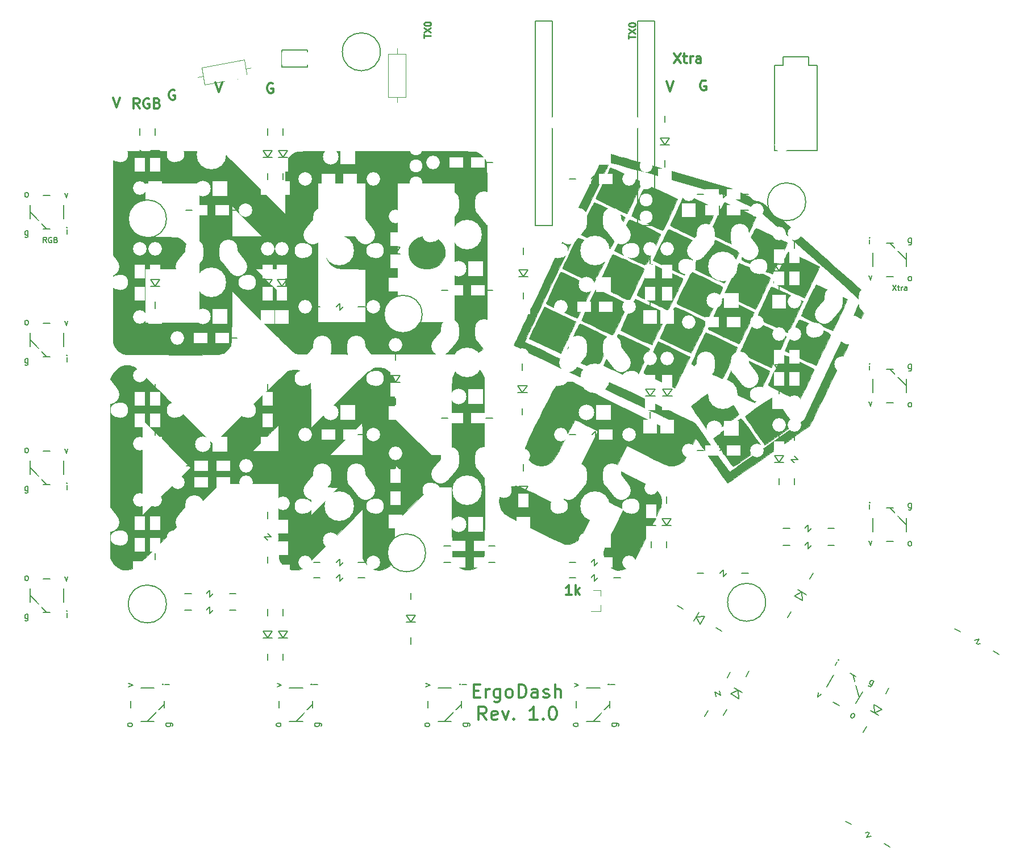
<source format=gto>
G04 #@! TF.FileFunction,Legend,Top*
%FSLAX46Y46*%
G04 Gerber Fmt 4.6, Leading zero omitted, Abs format (unit mm)*
G04 Created by KiCad (PCBNEW 4.0.7) date 06/24/18 16:56:43*
%MOMM*%
%LPD*%
G01*
G04 APERTURE LIST*
%ADD10C,0.100000*%
%ADD11C,0.300000*%
%ADD12C,0.200000*%
%ADD13C,0.250000*%
%ADD14C,0.150000*%
%ADD15C,0.120000*%
%ADD16C,0.010000*%
%ADD17C,4.400000*%
%ADD18C,2.300000*%
%ADD19C,2.800000*%
%ADD20O,2.700000X3.737000*%
%ADD21C,2.100000*%
%ADD22C,1.924000*%
%ADD23C,2.000000*%
%ADD24C,2.000000*%
%ADD25O,2.000000X2.000000*%
%ADD26C,5.400000*%
%ADD27R,1.924000X1.924000*%
%ADD28C,1.390600*%
%ADD29C,2.152600*%
%ADD30C,1.900000*%
%ADD31R,1.600000X2.000000*%
%ADD32R,2.000000X1.600000*%
%ADD33C,2.305000*%
%ADD34R,2.305000X2.305000*%
%ADD35R,1.300000X1.200000*%
%ADD36C,2.700000*%
%ADD37R,2.000000X2.000000*%
%ADD38R,1.800000X2.200000*%
%ADD39R,2.200000X1.800000*%
G04 APERTURE END LIST*
D10*
D11*
X159714429Y-123614571D02*
X158857286Y-123614571D01*
X159285858Y-123614571D02*
X159285858Y-122114571D01*
X159143001Y-122328857D01*
X159000143Y-122471714D01*
X158857286Y-122543143D01*
X160357286Y-123614571D02*
X160357286Y-122114571D01*
X160500143Y-123043143D02*
X160928714Y-123614571D01*
X160928714Y-122614571D02*
X160357286Y-123186000D01*
D12*
X207556238Y-77412905D02*
X208089571Y-78212905D01*
X208089571Y-77412905D02*
X207556238Y-78212905D01*
X208280047Y-77679571D02*
X208584809Y-77679571D01*
X208394333Y-77412905D02*
X208394333Y-78098619D01*
X208432428Y-78174810D01*
X208508619Y-78212905D01*
X208584809Y-78212905D01*
X208851476Y-78212905D02*
X208851476Y-77679571D01*
X208851476Y-77831952D02*
X208889571Y-77755762D01*
X208927667Y-77717667D01*
X209003857Y-77679571D01*
X209080048Y-77679571D01*
X209689571Y-78212905D02*
X209689571Y-77793857D01*
X209651476Y-77717667D01*
X209575286Y-77679571D01*
X209422905Y-77679571D01*
X209346714Y-77717667D01*
X209689571Y-78174810D02*
X209613381Y-78212905D01*
X209422905Y-78212905D01*
X209346714Y-78174810D01*
X209308619Y-78098619D01*
X209308619Y-78022429D01*
X209346714Y-77946238D01*
X209422905Y-77908143D01*
X209613381Y-77908143D01*
X209689571Y-77870048D01*
X81489619Y-71100905D02*
X81222952Y-70719952D01*
X81032476Y-71100905D02*
X81032476Y-70300905D01*
X81337238Y-70300905D01*
X81413429Y-70339000D01*
X81451524Y-70377095D01*
X81489619Y-70453286D01*
X81489619Y-70567571D01*
X81451524Y-70643762D01*
X81413429Y-70681857D01*
X81337238Y-70719952D01*
X81032476Y-70719952D01*
X82251524Y-70339000D02*
X82175333Y-70300905D01*
X82061048Y-70300905D01*
X81946762Y-70339000D01*
X81870571Y-70415190D01*
X81832476Y-70491381D01*
X81794381Y-70643762D01*
X81794381Y-70758048D01*
X81832476Y-70910429D01*
X81870571Y-70986619D01*
X81946762Y-71062810D01*
X82061048Y-71100905D01*
X82137238Y-71100905D01*
X82251524Y-71062810D01*
X82289619Y-71024714D01*
X82289619Y-70758048D01*
X82137238Y-70758048D01*
X82899143Y-70681857D02*
X83013429Y-70719952D01*
X83051524Y-70758048D01*
X83089619Y-70834238D01*
X83089619Y-70948524D01*
X83051524Y-71024714D01*
X83013429Y-71062810D01*
X82937238Y-71100905D01*
X82632476Y-71100905D01*
X82632476Y-70300905D01*
X82899143Y-70300905D01*
X82975333Y-70339000D01*
X83013429Y-70377095D01*
X83051524Y-70453286D01*
X83051524Y-70529476D01*
X83013429Y-70605667D01*
X82975333Y-70643762D01*
X82899143Y-70681857D01*
X82632476Y-70681857D01*
D11*
X95357286Y-51097571D02*
X94857286Y-50383286D01*
X94500143Y-51097571D02*
X94500143Y-49597571D01*
X95071571Y-49597571D01*
X95214429Y-49669000D01*
X95285857Y-49740429D01*
X95357286Y-49883286D01*
X95357286Y-50097571D01*
X95285857Y-50240429D01*
X95214429Y-50311857D01*
X95071571Y-50383286D01*
X94500143Y-50383286D01*
X96785857Y-49669000D02*
X96643000Y-49597571D01*
X96428714Y-49597571D01*
X96214429Y-49669000D01*
X96071571Y-49811857D01*
X96000143Y-49954714D01*
X95928714Y-50240429D01*
X95928714Y-50454714D01*
X96000143Y-50740429D01*
X96071571Y-50883286D01*
X96214429Y-51026143D01*
X96428714Y-51097571D01*
X96571571Y-51097571D01*
X96785857Y-51026143D01*
X96857286Y-50954714D01*
X96857286Y-50454714D01*
X96571571Y-50454714D01*
X98000143Y-50311857D02*
X98214429Y-50383286D01*
X98285857Y-50454714D01*
X98357286Y-50597571D01*
X98357286Y-50811857D01*
X98285857Y-50954714D01*
X98214429Y-51026143D01*
X98071571Y-51097571D01*
X97500143Y-51097571D01*
X97500143Y-49597571D01*
X98000143Y-49597571D01*
X98143000Y-49669000D01*
X98214429Y-49740429D01*
X98285857Y-49883286D01*
X98285857Y-50026143D01*
X98214429Y-50169000D01*
X98143000Y-50240429D01*
X98000143Y-50311857D01*
X97500143Y-50311857D01*
X174966572Y-42866571D02*
X175966572Y-44366571D01*
X175966572Y-42866571D02*
X174966572Y-44366571D01*
X176323714Y-43366571D02*
X176895143Y-43366571D01*
X176538000Y-42866571D02*
X176538000Y-44152286D01*
X176609428Y-44295143D01*
X176752286Y-44366571D01*
X176895143Y-44366571D01*
X177395143Y-44366571D02*
X177395143Y-43366571D01*
X177395143Y-43652286D02*
X177466571Y-43509429D01*
X177538000Y-43438000D01*
X177680857Y-43366571D01*
X177823714Y-43366571D01*
X178966571Y-44366571D02*
X178966571Y-43580857D01*
X178895142Y-43438000D01*
X178752285Y-43366571D01*
X178466571Y-43366571D01*
X178323714Y-43438000D01*
X178966571Y-44295143D02*
X178823714Y-44366571D01*
X178466571Y-44366571D01*
X178323714Y-44295143D01*
X178252285Y-44152286D01*
X178252285Y-44009429D01*
X178323714Y-43866571D01*
X178466571Y-43795143D01*
X178823714Y-43795143D01*
X178966571Y-43723714D01*
X179716857Y-47002000D02*
X179574000Y-46930571D01*
X179359714Y-46930571D01*
X179145429Y-47002000D01*
X179002571Y-47144857D01*
X178931143Y-47287714D01*
X178859714Y-47573429D01*
X178859714Y-47787714D01*
X178931143Y-48073429D01*
X179002571Y-48216286D01*
X179145429Y-48359143D01*
X179359714Y-48430571D01*
X179502571Y-48430571D01*
X179716857Y-48359143D01*
X179788286Y-48287714D01*
X179788286Y-47787714D01*
X179502571Y-47787714D01*
X173871000Y-47057571D02*
X174371000Y-48557571D01*
X174871000Y-47057571D01*
X100595857Y-48399000D02*
X100453000Y-48327571D01*
X100238714Y-48327571D01*
X100024429Y-48399000D01*
X99881571Y-48541857D01*
X99810143Y-48684714D01*
X99738714Y-48970429D01*
X99738714Y-49184714D01*
X99810143Y-49470429D01*
X99881571Y-49613286D01*
X100024429Y-49756143D01*
X100238714Y-49827571D01*
X100381571Y-49827571D01*
X100595857Y-49756143D01*
X100667286Y-49684714D01*
X100667286Y-49184714D01*
X100381571Y-49184714D01*
X92448000Y-49470571D02*
X91948000Y-50970571D01*
X91448000Y-49470571D01*
D13*
X168235381Y-40735095D02*
X168235381Y-40163666D01*
X169235381Y-40449381D02*
X168235381Y-40449381D01*
X168235381Y-39925571D02*
X169235381Y-39258904D01*
X168235381Y-39258904D02*
X169235381Y-39925571D01*
X168235381Y-38687476D02*
X168235381Y-38592237D01*
X168283000Y-38496999D01*
X168330619Y-38449380D01*
X168425857Y-38401761D01*
X168616333Y-38354142D01*
X168854429Y-38354142D01*
X169044905Y-38401761D01*
X169140143Y-38449380D01*
X169187762Y-38496999D01*
X169235381Y-38592237D01*
X169235381Y-38687476D01*
X169187762Y-38782714D01*
X169140143Y-38830333D01*
X169044905Y-38877952D01*
X168854429Y-38925571D01*
X168616333Y-38925571D01*
X168425857Y-38877952D01*
X168330619Y-38830333D01*
X168283000Y-38782714D01*
X168235381Y-38687476D01*
X137755381Y-40608095D02*
X137755381Y-40036666D01*
X138755381Y-40322381D02*
X137755381Y-40322381D01*
X137755381Y-39798571D02*
X138755381Y-39131904D01*
X137755381Y-39131904D02*
X138755381Y-39798571D01*
X137755381Y-38560476D02*
X137755381Y-38465237D01*
X137803000Y-38369999D01*
X137850619Y-38322380D01*
X137945857Y-38274761D01*
X138136333Y-38227142D01*
X138374429Y-38227142D01*
X138564905Y-38274761D01*
X138660143Y-38322380D01*
X138707762Y-38369999D01*
X138755381Y-38465237D01*
X138755381Y-38560476D01*
X138707762Y-38655714D01*
X138660143Y-38703333D01*
X138564905Y-38750952D01*
X138374429Y-38798571D01*
X138136333Y-38798571D01*
X137945857Y-38750952D01*
X137850619Y-38703333D01*
X137803000Y-38655714D01*
X137755381Y-38560476D01*
D11*
X115200857Y-47383000D02*
X115058000Y-47311571D01*
X114843714Y-47311571D01*
X114629429Y-47383000D01*
X114486571Y-47525857D01*
X114415143Y-47668714D01*
X114343714Y-47954429D01*
X114343714Y-48168714D01*
X114415143Y-48454429D01*
X114486571Y-48597286D01*
X114629429Y-48740143D01*
X114843714Y-48811571D01*
X114986571Y-48811571D01*
X115200857Y-48740143D01*
X115272286Y-48668714D01*
X115272286Y-48168714D01*
X114986571Y-48168714D01*
X106688000Y-47184571D02*
X107188000Y-48684571D01*
X107688000Y-47184571D01*
X145161809Y-137907143D02*
X145828476Y-137907143D01*
X146114190Y-138954762D02*
X145161809Y-138954762D01*
X145161809Y-136954762D01*
X146114190Y-136954762D01*
X146971333Y-138954762D02*
X146971333Y-137621429D01*
X146971333Y-138002381D02*
X147066572Y-137811905D01*
X147161810Y-137716667D01*
X147352286Y-137621429D01*
X147542762Y-137621429D01*
X149066571Y-137621429D02*
X149066571Y-139240476D01*
X148971333Y-139430952D01*
X148876095Y-139526190D01*
X148685619Y-139621429D01*
X148399905Y-139621429D01*
X148209428Y-139526190D01*
X149066571Y-138859524D02*
X148876095Y-138954762D01*
X148495143Y-138954762D01*
X148304667Y-138859524D01*
X148209428Y-138764286D01*
X148114190Y-138573810D01*
X148114190Y-138002381D01*
X148209428Y-137811905D01*
X148304667Y-137716667D01*
X148495143Y-137621429D01*
X148876095Y-137621429D01*
X149066571Y-137716667D01*
X150304667Y-138954762D02*
X150114191Y-138859524D01*
X150018952Y-138764286D01*
X149923714Y-138573810D01*
X149923714Y-138002381D01*
X150018952Y-137811905D01*
X150114191Y-137716667D01*
X150304667Y-137621429D01*
X150590381Y-137621429D01*
X150780857Y-137716667D01*
X150876095Y-137811905D01*
X150971333Y-138002381D01*
X150971333Y-138573810D01*
X150876095Y-138764286D01*
X150780857Y-138859524D01*
X150590381Y-138954762D01*
X150304667Y-138954762D01*
X151828476Y-138954762D02*
X151828476Y-136954762D01*
X152304667Y-136954762D01*
X152590381Y-137050000D01*
X152780857Y-137240476D01*
X152876096Y-137430952D01*
X152971334Y-137811905D01*
X152971334Y-138097619D01*
X152876096Y-138478571D01*
X152780857Y-138669048D01*
X152590381Y-138859524D01*
X152304667Y-138954762D01*
X151828476Y-138954762D01*
X154685619Y-138954762D02*
X154685619Y-137907143D01*
X154590381Y-137716667D01*
X154399905Y-137621429D01*
X154018953Y-137621429D01*
X153828476Y-137716667D01*
X154685619Y-138859524D02*
X154495143Y-138954762D01*
X154018953Y-138954762D01*
X153828476Y-138859524D01*
X153733238Y-138669048D01*
X153733238Y-138478571D01*
X153828476Y-138288095D01*
X154018953Y-138192857D01*
X154495143Y-138192857D01*
X154685619Y-138097619D01*
X155542762Y-138859524D02*
X155733239Y-138954762D01*
X156114191Y-138954762D01*
X156304667Y-138859524D01*
X156399905Y-138669048D01*
X156399905Y-138573810D01*
X156304667Y-138383333D01*
X156114191Y-138288095D01*
X155828477Y-138288095D01*
X155638000Y-138192857D01*
X155542762Y-138002381D01*
X155542762Y-137907143D01*
X155638000Y-137716667D01*
X155828477Y-137621429D01*
X156114191Y-137621429D01*
X156304667Y-137716667D01*
X157257048Y-138954762D02*
X157257048Y-136954762D01*
X158114191Y-138954762D02*
X158114191Y-137907143D01*
X158018953Y-137716667D01*
X157828477Y-137621429D01*
X157542763Y-137621429D01*
X157352287Y-137716667D01*
X157257048Y-137811905D01*
X147018952Y-142254762D02*
X146352285Y-141302381D01*
X145876094Y-142254762D02*
X145876094Y-140254762D01*
X146637999Y-140254762D01*
X146828475Y-140350000D01*
X146923714Y-140445238D01*
X147018952Y-140635714D01*
X147018952Y-140921429D01*
X146923714Y-141111905D01*
X146828475Y-141207143D01*
X146637999Y-141302381D01*
X145876094Y-141302381D01*
X148637999Y-142159524D02*
X148447523Y-142254762D01*
X148066571Y-142254762D01*
X147876094Y-142159524D01*
X147780856Y-141969048D01*
X147780856Y-141207143D01*
X147876094Y-141016667D01*
X148066571Y-140921429D01*
X148447523Y-140921429D01*
X148637999Y-141016667D01*
X148733237Y-141207143D01*
X148733237Y-141397619D01*
X147780856Y-141588095D01*
X149399904Y-140921429D02*
X149876095Y-142254762D01*
X150352285Y-140921429D01*
X151114190Y-142064286D02*
X151209429Y-142159524D01*
X151114190Y-142254762D01*
X151018952Y-142159524D01*
X151114190Y-142064286D01*
X151114190Y-142254762D01*
X154638001Y-142254762D02*
X153495143Y-142254762D01*
X154066572Y-142254762D02*
X154066572Y-140254762D01*
X153876096Y-140540476D01*
X153685620Y-140730952D01*
X153495143Y-140826190D01*
X155495143Y-142064286D02*
X155590382Y-142159524D01*
X155495143Y-142254762D01*
X155399905Y-142159524D01*
X155495143Y-142064286D01*
X155495143Y-142254762D01*
X156828477Y-140254762D02*
X157018953Y-140254762D01*
X157209429Y-140350000D01*
X157304667Y-140445238D01*
X157399905Y-140635714D01*
X157495144Y-141016667D01*
X157495144Y-141492857D01*
X157399905Y-141873810D01*
X157304667Y-142064286D01*
X157209429Y-142159524D01*
X157018953Y-142254762D01*
X156828477Y-142254762D01*
X156638001Y-142159524D01*
X156542763Y-142064286D01*
X156447524Y-141873810D01*
X156352286Y-141492857D01*
X156352286Y-141016667D01*
X156447524Y-140635714D01*
X156542763Y-140445238D01*
X156638001Y-140350000D01*
X156828477Y-140254762D01*
D14*
X156845000Y-38100000D02*
X154305000Y-38100000D01*
X154305000Y-38100000D02*
X154305000Y-68580000D01*
X154305000Y-68580000D02*
X156845000Y-68580000D01*
X156845000Y-68580000D02*
X156845000Y-38100000D01*
X172085000Y-38100000D02*
X169545000Y-38100000D01*
X169545000Y-38100000D02*
X169545000Y-68580000D01*
X169545000Y-68580000D02*
X172085000Y-68580000D01*
X172085000Y-68580000D02*
X172085000Y-38100000D01*
D15*
X104611111Y-44994180D02*
X105066070Y-47574376D01*
X105066070Y-47574376D02*
X111388535Y-46459555D01*
X111388535Y-46459555D02*
X110933577Y-43879358D01*
X110933577Y-43879358D02*
X104611111Y-44994180D01*
X103962112Y-46438825D02*
X104838590Y-46284278D01*
X112037535Y-45014910D02*
X111161056Y-45169457D01*
X135041000Y-43018000D02*
X132421000Y-43018000D01*
X132421000Y-43018000D02*
X132421000Y-49438000D01*
X132421000Y-49438000D02*
X135041000Y-49438000D01*
X135041000Y-49438000D02*
X135041000Y-43018000D01*
X133731000Y-42128000D02*
X133731000Y-43018000D01*
X133731000Y-50328000D02*
X133731000Y-49438000D01*
D14*
X137448427Y-81788000D02*
G75*
G03X137448427Y-81788000I-2828427J0D01*
G01*
X194598427Y-65024000D02*
G75*
G03X194598427Y-65024000I-2828427J0D01*
G01*
X188629427Y-124714000D02*
G75*
G03X188629427Y-124714000I-2828427J0D01*
G01*
X99348427Y-67564000D02*
G75*
G03X99348427Y-67564000I-2828427J0D01*
G01*
X99348427Y-124968000D02*
G75*
G03X99348427Y-124968000I-2828427J0D01*
G01*
X120396000Y-44958000D02*
X120396000Y-42418000D01*
X120396000Y-42418000D02*
X116586000Y-42418000D01*
X116586000Y-42418000D02*
X116586000Y-44958000D01*
X116586000Y-44958000D02*
X120396000Y-44958000D01*
X189992000Y-44704000D02*
X189992000Y-57404000D01*
X189992000Y-57404000D02*
X196342000Y-57404000D01*
X196342000Y-57404000D02*
X196342000Y-44704000D01*
X196342000Y-44704000D02*
X195072000Y-44704000D01*
X195072000Y-44704000D02*
X195072000Y-43434000D01*
X195072000Y-43434000D02*
X191262000Y-43434000D01*
X191262000Y-43434000D02*
X191262000Y-44704000D01*
X191262000Y-44704000D02*
X189992000Y-44704000D01*
X137956427Y-117348000D02*
G75*
G03X137956427Y-117348000I-2828427J0D01*
G01*
X95377000Y-57332000D02*
X95877000Y-57832000D01*
X95877000Y-57832000D02*
X94877000Y-57832000D01*
X94877000Y-57832000D02*
X95377000Y-58332000D01*
X95377000Y-60752000D02*
X95377000Y-61722000D01*
X95377000Y-54102000D02*
X95377000Y-55072000D01*
X106625000Y-66294000D02*
X106125000Y-66794000D01*
X106125000Y-66794000D02*
X106125000Y-65794000D01*
X106125000Y-65794000D02*
X105625000Y-66294000D01*
X103205000Y-66294000D02*
X102235000Y-66294000D01*
X109855000Y-66294000D02*
X108885000Y-66294000D01*
X124515000Y-61595000D02*
X125015000Y-61095000D01*
X125015000Y-61095000D02*
X125015000Y-62095000D01*
X125015000Y-62095000D02*
X125515000Y-61595000D01*
X127935000Y-61595000D02*
X128905000Y-61595000D01*
X121285000Y-61595000D02*
X122255000Y-61595000D01*
X144725000Y-59182000D02*
X144225000Y-59682000D01*
X144225000Y-59682000D02*
X144225000Y-58682000D01*
X144225000Y-58682000D02*
X143725000Y-59182000D01*
X141305000Y-59182000D02*
X140335000Y-59182000D01*
X147955000Y-59182000D02*
X146985000Y-59182000D01*
X162615000Y-61595000D02*
X163115000Y-61095000D01*
X163115000Y-61095000D02*
X163115000Y-62095000D01*
X163115000Y-62095000D02*
X163615000Y-61595000D01*
X166035000Y-61595000D02*
X167005000Y-61595000D01*
X159385000Y-61595000D02*
X160355000Y-61595000D01*
X182825000Y-63881000D02*
X182325000Y-64381000D01*
X182325000Y-64381000D02*
X182325000Y-63381000D01*
X182325000Y-63381000D02*
X181825000Y-63881000D01*
X179405000Y-63881000D02*
X178435000Y-63881000D01*
X186055000Y-63881000D02*
X185085000Y-63881000D01*
X192913000Y-74223000D02*
X193413000Y-74723000D01*
X193413000Y-74723000D02*
X192413000Y-74723000D01*
X192413000Y-74723000D02*
X192913000Y-75223000D01*
X192913000Y-77643000D02*
X192913000Y-78613000D01*
X192913000Y-70993000D02*
X192913000Y-71963000D01*
X95377000Y-76509000D02*
X95877000Y-77009000D01*
X95877000Y-77009000D02*
X94877000Y-77009000D01*
X94877000Y-77009000D02*
X95377000Y-77509000D01*
X95377000Y-79929000D02*
X95377000Y-80899000D01*
X95377000Y-73279000D02*
X95377000Y-74249000D01*
X106625000Y-85344000D02*
X106125000Y-85844000D01*
X106125000Y-85844000D02*
X106125000Y-84844000D01*
X106125000Y-84844000D02*
X105625000Y-85344000D01*
X103205000Y-85344000D02*
X102235000Y-85344000D01*
X109855000Y-85344000D02*
X108885000Y-85344000D01*
X125675000Y-80645000D02*
X125175000Y-81145000D01*
X125175000Y-81145000D02*
X125175000Y-80145000D01*
X125175000Y-80145000D02*
X124675000Y-80645000D01*
X122255000Y-80645000D02*
X121285000Y-80645000D01*
X128905000Y-80645000D02*
X127935000Y-80645000D01*
X162615000Y-121031000D02*
X163115000Y-120531000D01*
X163115000Y-120531000D02*
X163115000Y-121531000D01*
X163115000Y-121531000D02*
X163615000Y-121031000D01*
X166035000Y-121031000D02*
X167005000Y-121031000D01*
X159385000Y-121031000D02*
X160355000Y-121031000D01*
X144725000Y-78232000D02*
X144225000Y-78732000D01*
X144225000Y-78732000D02*
X144225000Y-77732000D01*
X144225000Y-77732000D02*
X143725000Y-78232000D01*
X141305000Y-78232000D02*
X140335000Y-78232000D01*
X147955000Y-78232000D02*
X146985000Y-78232000D01*
X163775000Y-80645000D02*
X163275000Y-81145000D01*
X163275000Y-81145000D02*
X163275000Y-80145000D01*
X163275000Y-80145000D02*
X162775000Y-80645000D01*
X160355000Y-80645000D02*
X159385000Y-80645000D01*
X167005000Y-80645000D02*
X166035000Y-80645000D01*
X182825000Y-82931000D02*
X182325000Y-83431000D01*
X182325000Y-83431000D02*
X182325000Y-82431000D01*
X182325000Y-82431000D02*
X181825000Y-82931000D01*
X179405000Y-82931000D02*
X178435000Y-82931000D01*
X186055000Y-82931000D02*
X185085000Y-82931000D01*
X192913000Y-89209000D02*
X193413000Y-89709000D01*
X193413000Y-89709000D02*
X192413000Y-89709000D01*
X192413000Y-89709000D02*
X192913000Y-90209000D01*
X192913000Y-92629000D02*
X192913000Y-93599000D01*
X192913000Y-85979000D02*
X192913000Y-86949000D01*
X95377000Y-95432000D02*
X95877000Y-95932000D01*
X95877000Y-95932000D02*
X94877000Y-95932000D01*
X94877000Y-95932000D02*
X95377000Y-96432000D01*
X95377000Y-98852000D02*
X95377000Y-99822000D01*
X95377000Y-92202000D02*
X95377000Y-93172000D01*
X105592000Y-104394000D02*
X106092000Y-103894000D01*
X106092000Y-103894000D02*
X106092000Y-104894000D01*
X106092000Y-104894000D02*
X106592000Y-104394000D01*
X109012000Y-104394000D02*
X109982000Y-104394000D01*
X102362000Y-104394000D02*
X103332000Y-104394000D01*
X125675000Y-99695000D02*
X125175000Y-100195000D01*
X125175000Y-100195000D02*
X125175000Y-99195000D01*
X125175000Y-99195000D02*
X124675000Y-99695000D01*
X122255000Y-99695000D02*
X121285000Y-99695000D01*
X128905000Y-99695000D02*
X127935000Y-99695000D01*
X144725000Y-97282000D02*
X144225000Y-97782000D01*
X144225000Y-97782000D02*
X144225000Y-96782000D01*
X144225000Y-96782000D02*
X143725000Y-97282000D01*
X141305000Y-97282000D02*
X140335000Y-97282000D01*
X147955000Y-97282000D02*
X146985000Y-97282000D01*
X163775000Y-99695000D02*
X163275000Y-100195000D01*
X163275000Y-100195000D02*
X163275000Y-99195000D01*
X163275000Y-99195000D02*
X162775000Y-99695000D01*
X160355000Y-99695000D02*
X159385000Y-99695000D01*
X167005000Y-99695000D02*
X166035000Y-99695000D01*
X182825000Y-102108000D02*
X182325000Y-102608000D01*
X182325000Y-102608000D02*
X182325000Y-101608000D01*
X182325000Y-101608000D02*
X181825000Y-102108000D01*
X179405000Y-102108000D02*
X178435000Y-102108000D01*
X186055000Y-102108000D02*
X185085000Y-102108000D01*
X192913000Y-103958000D02*
X192413000Y-103458000D01*
X192413000Y-103458000D02*
X193413000Y-103458000D01*
X193413000Y-103458000D02*
X192913000Y-102958000D01*
X192913000Y-100538000D02*
X192913000Y-99568000D01*
X192913000Y-107188000D02*
X192913000Y-106218000D01*
X105592000Y-106807000D02*
X106092000Y-106307000D01*
X106092000Y-106307000D02*
X106092000Y-107307000D01*
X106092000Y-107307000D02*
X106592000Y-106807000D01*
X109012000Y-106807000D02*
X109982000Y-106807000D01*
X102362000Y-106807000D02*
X103332000Y-106807000D01*
X114427000Y-114482000D02*
X114927000Y-114982000D01*
X114927000Y-114982000D02*
X113927000Y-114982000D01*
X113927000Y-114982000D02*
X114427000Y-115482000D01*
X114427000Y-117902000D02*
X114427000Y-118872000D01*
X114427000Y-111252000D02*
X114427000Y-112222000D01*
X125675000Y-118745000D02*
X125175000Y-119245000D01*
X125175000Y-119245000D02*
X125175000Y-118245000D01*
X125175000Y-118245000D02*
X124675000Y-118745000D01*
X122255000Y-118745000D02*
X121285000Y-118745000D01*
X128905000Y-118745000D02*
X127935000Y-118745000D01*
X145106000Y-116332000D02*
X144606000Y-116832000D01*
X144606000Y-116832000D02*
X144606000Y-115832000D01*
X144606000Y-115832000D02*
X144106000Y-116332000D01*
X141686000Y-116332000D02*
X140716000Y-116332000D01*
X148336000Y-116332000D02*
X147366000Y-116332000D01*
X162615000Y-118745000D02*
X163115000Y-118245000D01*
X163115000Y-118245000D02*
X163115000Y-119245000D01*
X163115000Y-119245000D02*
X163615000Y-118745000D01*
X166035000Y-118745000D02*
X167005000Y-118745000D01*
X159385000Y-118745000D02*
X160355000Y-118745000D01*
X182825000Y-120396000D02*
X182325000Y-120896000D01*
X182325000Y-120896000D02*
X182325000Y-119896000D01*
X182325000Y-119896000D02*
X181825000Y-120396000D01*
X179405000Y-120396000D02*
X178435000Y-120396000D01*
X186055000Y-120396000D02*
X185085000Y-120396000D01*
X181773000Y-137882114D02*
X181956013Y-138565127D01*
X181956013Y-138565127D02*
X181089987Y-138065127D01*
X181089987Y-138065127D02*
X181273000Y-138748140D01*
X180063000Y-140843921D02*
X179578000Y-141683966D01*
X183388000Y-135084852D02*
X182903000Y-135924897D01*
X105338000Y-123444000D02*
X105838000Y-122944000D01*
X105838000Y-122944000D02*
X105838000Y-123944000D01*
X105838000Y-123944000D02*
X106338000Y-123444000D01*
X108758000Y-123444000D02*
X109728000Y-123444000D01*
X102108000Y-123444000D02*
X103078000Y-123444000D01*
X105338000Y-125857000D02*
X105838000Y-125357000D01*
X105838000Y-125357000D02*
X105838000Y-126357000D01*
X105838000Y-126357000D02*
X106338000Y-125857000D01*
X108758000Y-125857000D02*
X109728000Y-125857000D01*
X102108000Y-125857000D02*
X103078000Y-125857000D01*
X125675000Y-121031000D02*
X125175000Y-121531000D01*
X125175000Y-121531000D02*
X125175000Y-120531000D01*
X125175000Y-120531000D02*
X124675000Y-121031000D01*
X122255000Y-121031000D02*
X121285000Y-121031000D01*
X128905000Y-121031000D02*
X127935000Y-121031000D01*
X145106000Y-118745000D02*
X144606000Y-119245000D01*
X144606000Y-119245000D02*
X144606000Y-118245000D01*
X144606000Y-118245000D02*
X144106000Y-118745000D01*
X141686000Y-118745000D02*
X140716000Y-118745000D01*
X148336000Y-118745000D02*
X147366000Y-118745000D01*
X131225427Y-42672000D02*
G75*
G03X131225427Y-42672000I-2828427J0D01*
G01*
X204845000Y-141211924D02*
X204758782Y-139961258D01*
X204758782Y-139961258D02*
X205971218Y-140661258D01*
X205971218Y-140661258D02*
X204845000Y-141211924D01*
X205451218Y-141561924D02*
X204238782Y-140861924D01*
X206525000Y-138302079D02*
X207010000Y-137462034D01*
X203200000Y-144061148D02*
X203685000Y-143221103D01*
D15*
X164082000Y-126040000D02*
X164082000Y-125110000D01*
X164082000Y-122880000D02*
X164082000Y-123810000D01*
X164082000Y-122880000D02*
X161922000Y-122880000D01*
X164082000Y-126040000D02*
X162622000Y-126040000D01*
D14*
X194492000Y-113665000D02*
X194992000Y-113165000D01*
X194992000Y-113165000D02*
X194992000Y-114165000D01*
X194992000Y-114165000D02*
X195492000Y-113665000D01*
X197912000Y-113665000D02*
X198882000Y-113665000D01*
X191262000Y-113665000D02*
X192232000Y-113665000D01*
X220638886Y-130846000D02*
X219955873Y-131029013D01*
X219955873Y-131029013D02*
X220455873Y-130162987D01*
X220455873Y-130162987D02*
X219772860Y-130346000D01*
X217677079Y-129136000D02*
X216837034Y-128651000D01*
X223436148Y-132461000D02*
X222596103Y-131976000D01*
X194492000Y-116205000D02*
X194992000Y-115705000D01*
X194992000Y-115705000D02*
X194992000Y-116705000D01*
X194992000Y-116705000D02*
X195492000Y-116205000D01*
X197912000Y-116205000D02*
X198882000Y-116205000D01*
X191262000Y-116205000D02*
X192232000Y-116205000D01*
X204382886Y-159548000D02*
X203699873Y-159731013D01*
X203699873Y-159731013D02*
X204199873Y-158864987D01*
X204199873Y-158864987D02*
X203516860Y-159048000D01*
X201421079Y-157838000D02*
X200581034Y-157353000D01*
X207180148Y-161163000D02*
X206340103Y-160678000D01*
X97663000Y-58432000D02*
X96963000Y-57392000D01*
X96963000Y-57392000D02*
X98363000Y-57392000D01*
X98363000Y-57392000D02*
X97663000Y-58432000D01*
X98363000Y-58432000D02*
X96963000Y-58432000D01*
X97663000Y-55072000D02*
X97663000Y-54102000D01*
X97663000Y-61722000D02*
X97663000Y-60752000D01*
X97663000Y-77609000D02*
X96963000Y-76569000D01*
X96963000Y-76569000D02*
X98363000Y-76569000D01*
X98363000Y-76569000D02*
X97663000Y-77609000D01*
X98363000Y-77609000D02*
X96963000Y-77609000D01*
X97663000Y-74249000D02*
X97663000Y-73279000D01*
X97663000Y-80899000D02*
X97663000Y-79929000D01*
X97663000Y-96532000D02*
X96963000Y-95492000D01*
X96963000Y-95492000D02*
X98363000Y-95492000D01*
X98363000Y-95492000D02*
X97663000Y-96532000D01*
X98363000Y-96532000D02*
X96963000Y-96532000D01*
X97663000Y-93172000D02*
X97663000Y-92202000D01*
X97663000Y-99822000D02*
X97663000Y-98852000D01*
X95377000Y-115074000D02*
X94677000Y-114034000D01*
X94677000Y-114034000D02*
X96077000Y-114034000D01*
X96077000Y-114034000D02*
X95377000Y-115074000D01*
X96077000Y-115074000D02*
X94677000Y-115074000D01*
X95377000Y-111714000D02*
X95377000Y-110744000D01*
X95377000Y-118364000D02*
X95377000Y-117394000D01*
X114427000Y-58432000D02*
X113727000Y-57392000D01*
X113727000Y-57392000D02*
X115127000Y-57392000D01*
X115127000Y-57392000D02*
X114427000Y-58432000D01*
X115127000Y-58432000D02*
X113727000Y-58432000D01*
X114427000Y-55072000D02*
X114427000Y-54102000D01*
X114427000Y-61722000D02*
X114427000Y-60752000D01*
X114427000Y-77609000D02*
X113727000Y-76569000D01*
X113727000Y-76569000D02*
X115127000Y-76569000D01*
X115127000Y-76569000D02*
X114427000Y-77609000D01*
X115127000Y-77609000D02*
X113727000Y-77609000D01*
X114427000Y-74249000D02*
X114427000Y-73279000D01*
X114427000Y-80899000D02*
X114427000Y-79929000D01*
X114427000Y-96532000D02*
X113727000Y-95492000D01*
X113727000Y-95492000D02*
X115127000Y-95492000D01*
X115127000Y-95492000D02*
X114427000Y-96532000D01*
X115127000Y-96532000D02*
X113727000Y-96532000D01*
X114427000Y-93172000D02*
X114427000Y-92202000D01*
X114427000Y-99822000D02*
X114427000Y-98852000D01*
X116713000Y-115582000D02*
X116013000Y-114542000D01*
X116013000Y-114542000D02*
X117413000Y-114542000D01*
X117413000Y-114542000D02*
X116713000Y-115582000D01*
X117413000Y-115582000D02*
X116013000Y-115582000D01*
X116713000Y-112222000D02*
X116713000Y-111252000D01*
X116713000Y-118872000D02*
X116713000Y-117902000D01*
X116713000Y-58432000D02*
X116013000Y-57392000D01*
X116013000Y-57392000D02*
X117413000Y-57392000D01*
X117413000Y-57392000D02*
X116713000Y-58432000D01*
X117413000Y-58432000D02*
X116013000Y-58432000D01*
X116713000Y-55072000D02*
X116713000Y-54102000D01*
X116713000Y-61722000D02*
X116713000Y-60752000D01*
X116586000Y-77609000D02*
X115886000Y-76569000D01*
X115886000Y-76569000D02*
X117286000Y-76569000D01*
X117286000Y-76569000D02*
X116586000Y-77609000D01*
X117286000Y-77609000D02*
X115886000Y-77609000D01*
X116586000Y-74249000D02*
X116586000Y-73279000D01*
X116586000Y-80899000D02*
X116586000Y-79929000D01*
X133477000Y-91960000D02*
X132777000Y-90920000D01*
X132777000Y-90920000D02*
X134177000Y-90920000D01*
X134177000Y-90920000D02*
X133477000Y-91960000D01*
X134177000Y-91960000D02*
X132777000Y-91960000D01*
X133477000Y-88600000D02*
X133477000Y-87630000D01*
X133477000Y-95250000D02*
X133477000Y-94280000D01*
X133477000Y-108089000D02*
X132777000Y-107049000D01*
X132777000Y-107049000D02*
X134177000Y-107049000D01*
X134177000Y-107049000D02*
X133477000Y-108089000D01*
X134177000Y-108089000D02*
X132777000Y-108089000D01*
X133477000Y-104729000D02*
X133477000Y-103759000D01*
X133477000Y-111379000D02*
X133477000Y-110409000D01*
X133477000Y-72783000D02*
X132777000Y-71743000D01*
X132777000Y-71743000D02*
X134177000Y-71743000D01*
X134177000Y-71743000D02*
X133477000Y-72783000D01*
X134177000Y-72783000D02*
X132777000Y-72783000D01*
X133477000Y-69423000D02*
X133477000Y-68453000D01*
X133477000Y-76073000D02*
X133477000Y-75103000D01*
X152527000Y-76212000D02*
X151827000Y-75172000D01*
X151827000Y-75172000D02*
X153227000Y-75172000D01*
X153227000Y-75172000D02*
X152527000Y-76212000D01*
X153227000Y-76212000D02*
X151827000Y-76212000D01*
X152527000Y-72852000D02*
X152527000Y-71882000D01*
X152527000Y-79502000D02*
X152527000Y-78532000D01*
X152400000Y-93484000D02*
X151700000Y-92444000D01*
X151700000Y-92444000D02*
X153100000Y-92444000D01*
X153100000Y-92444000D02*
X152400000Y-93484000D01*
X153100000Y-93484000D02*
X151700000Y-93484000D01*
X152400000Y-90124000D02*
X152400000Y-89154000D01*
X152400000Y-96774000D02*
X152400000Y-95804000D01*
X152527000Y-108470000D02*
X151827000Y-107430000D01*
X151827000Y-107430000D02*
X153227000Y-107430000D01*
X153227000Y-107430000D02*
X152527000Y-108470000D01*
X153227000Y-108470000D02*
X151827000Y-108470000D01*
X152527000Y-105110000D02*
X152527000Y-104140000D01*
X152527000Y-111760000D02*
X152527000Y-110790000D01*
X173609000Y-56527000D02*
X172909000Y-55487000D01*
X172909000Y-55487000D02*
X174309000Y-55487000D01*
X174309000Y-55487000D02*
X173609000Y-56527000D01*
X174309000Y-56527000D02*
X172909000Y-56527000D01*
X173609000Y-53167000D02*
X173609000Y-52197000D01*
X173609000Y-59817000D02*
X173609000Y-58847000D01*
X171450000Y-77609000D02*
X170750000Y-76569000D01*
X170750000Y-76569000D02*
X172150000Y-76569000D01*
X172150000Y-76569000D02*
X171450000Y-77609000D01*
X172150000Y-77609000D02*
X170750000Y-77609000D01*
X171450000Y-74249000D02*
X171450000Y-73279000D01*
X171450000Y-80899000D02*
X171450000Y-79929000D01*
X171450000Y-93992000D02*
X170750000Y-92952000D01*
X170750000Y-92952000D02*
X172150000Y-92952000D01*
X172150000Y-92952000D02*
X171450000Y-93992000D01*
X172150000Y-93992000D02*
X170750000Y-93992000D01*
X171450000Y-90632000D02*
X171450000Y-89662000D01*
X171450000Y-97282000D02*
X171450000Y-96312000D01*
X171577000Y-113296000D02*
X170877000Y-112256000D01*
X170877000Y-112256000D02*
X172277000Y-112256000D01*
X172277000Y-112256000D02*
X171577000Y-113296000D01*
X172277000Y-113296000D02*
X170877000Y-113296000D01*
X171577000Y-109936000D02*
X171577000Y-108966000D01*
X171577000Y-116586000D02*
X171577000Y-115616000D01*
X181725000Y-66294000D02*
X182765000Y-65594000D01*
X182765000Y-65594000D02*
X182765000Y-66994000D01*
X182765000Y-66994000D02*
X181725000Y-66294000D01*
X181725000Y-66994000D02*
X181725000Y-65594000D01*
X185085000Y-66294000D02*
X186055000Y-66294000D01*
X178435000Y-66294000D02*
X179405000Y-66294000D01*
X173990000Y-77609000D02*
X173290000Y-76569000D01*
X173290000Y-76569000D02*
X174690000Y-76569000D01*
X174690000Y-76569000D02*
X173990000Y-77609000D01*
X174690000Y-77609000D02*
X173290000Y-77609000D01*
X173990000Y-74249000D02*
X173990000Y-73279000D01*
X173990000Y-80899000D02*
X173990000Y-79929000D01*
X173990000Y-93992000D02*
X173290000Y-92952000D01*
X173290000Y-92952000D02*
X174690000Y-92952000D01*
X174690000Y-92952000D02*
X173990000Y-93992000D01*
X174690000Y-93992000D02*
X173290000Y-93992000D01*
X173990000Y-90632000D02*
X173990000Y-89662000D01*
X173990000Y-97282000D02*
X173990000Y-96312000D01*
X173863000Y-113296000D02*
X173163000Y-112256000D01*
X173163000Y-112256000D02*
X174563000Y-112256000D01*
X174563000Y-112256000D02*
X173863000Y-113296000D01*
X174563000Y-113296000D02*
X173163000Y-113296000D01*
X173863000Y-109936000D02*
X173863000Y-108966000D01*
X173863000Y-116586000D02*
X173863000Y-115616000D01*
X190627000Y-75323000D02*
X189927000Y-74283000D01*
X189927000Y-74283000D02*
X191327000Y-74283000D01*
X191327000Y-74283000D02*
X190627000Y-75323000D01*
X191327000Y-75323000D02*
X189927000Y-75323000D01*
X190627000Y-71963000D02*
X190627000Y-70993000D01*
X190627000Y-78613000D02*
X190627000Y-77643000D01*
X190627000Y-90309000D02*
X189927000Y-89269000D01*
X189927000Y-89269000D02*
X191327000Y-89269000D01*
X191327000Y-89269000D02*
X190627000Y-90309000D01*
X191327000Y-90309000D02*
X189927000Y-90309000D01*
X190627000Y-86949000D02*
X190627000Y-85979000D01*
X190627000Y-93599000D02*
X190627000Y-92629000D01*
X190627000Y-103898000D02*
X189927000Y-102858000D01*
X189927000Y-102858000D02*
X191327000Y-102858000D01*
X191327000Y-102858000D02*
X190627000Y-103898000D01*
X191327000Y-103898000D02*
X189927000Y-103898000D01*
X190627000Y-100538000D02*
X190627000Y-99568000D01*
X190627000Y-107188000D02*
X190627000Y-106218000D01*
X194062000Y-123202076D02*
X194148218Y-124452742D01*
X194148218Y-124452742D02*
X192935782Y-123752742D01*
X192935782Y-123752742D02*
X194062000Y-123202076D01*
X193455782Y-122852076D02*
X194668218Y-123552076D01*
X192382000Y-126111921D02*
X191897000Y-126951966D01*
X195707000Y-120352852D02*
X195222000Y-121192897D01*
X97663000Y-115074000D02*
X96963000Y-114034000D01*
X96963000Y-114034000D02*
X98363000Y-114034000D01*
X98363000Y-114034000D02*
X97663000Y-115074000D01*
X98363000Y-115074000D02*
X96963000Y-115074000D01*
X97663000Y-111714000D02*
X97663000Y-110744000D01*
X97663000Y-118364000D02*
X97663000Y-117394000D01*
X114427000Y-130060000D02*
X113727000Y-129020000D01*
X113727000Y-129020000D02*
X115127000Y-129020000D01*
X115127000Y-129020000D02*
X114427000Y-130060000D01*
X115127000Y-130060000D02*
X113727000Y-130060000D01*
X114427000Y-126700000D02*
X114427000Y-125730000D01*
X114427000Y-133350000D02*
X114427000Y-132380000D01*
X116713000Y-130060000D02*
X116013000Y-129020000D01*
X116013000Y-129020000D02*
X117413000Y-129020000D01*
X117413000Y-129020000D02*
X116713000Y-130060000D01*
X117413000Y-130060000D02*
X116013000Y-130060000D01*
X116713000Y-126700000D02*
X116713000Y-125730000D01*
X116713000Y-133350000D02*
X116713000Y-132380000D01*
X135763000Y-127647000D02*
X135063000Y-126607000D01*
X135063000Y-126607000D02*
X136463000Y-126607000D01*
X136463000Y-126607000D02*
X135763000Y-127647000D01*
X136463000Y-127647000D02*
X135063000Y-127647000D01*
X135763000Y-124287000D02*
X135763000Y-123317000D01*
X135763000Y-130937000D02*
X135763000Y-129967000D01*
X178320076Y-126867000D02*
X179570742Y-126780782D01*
X179570742Y-126780782D02*
X178870742Y-127993218D01*
X178870742Y-127993218D02*
X178320076Y-126867000D01*
X177970076Y-127473218D02*
X178670076Y-126260782D01*
X181229921Y-128547000D02*
X182069966Y-129032000D01*
X175470852Y-125222000D02*
X176310897Y-125707000D01*
X184537000Y-137807076D02*
X184623218Y-139057742D01*
X184623218Y-139057742D02*
X183410782Y-138357742D01*
X183410782Y-138357742D02*
X184537000Y-137807076D01*
X183930782Y-137457076D02*
X185143218Y-138157076D01*
X182857000Y-140716921D02*
X182372000Y-141556966D01*
X186182000Y-134957852D02*
X185697000Y-135797897D01*
X81534000Y-69048000D02*
X79034000Y-66548000D01*
X84034000Y-67548000D02*
X84034000Y-65548000D01*
X81034000Y-69048000D02*
X82034000Y-69048000D01*
X81034000Y-64048000D02*
X82034000Y-64048000D01*
X79034000Y-67548000D02*
X79034000Y-65548000D01*
X81534000Y-88098000D02*
X79034000Y-85598000D01*
X84034000Y-86598000D02*
X84034000Y-84598000D01*
X81034000Y-88098000D02*
X82034000Y-88098000D01*
X81034000Y-83098000D02*
X82034000Y-83098000D01*
X79034000Y-86598000D02*
X79034000Y-84598000D01*
X81534000Y-107148000D02*
X79034000Y-104648000D01*
X84034000Y-105648000D02*
X84034000Y-103648000D01*
X81034000Y-107148000D02*
X82034000Y-107148000D01*
X81034000Y-102148000D02*
X82034000Y-102148000D01*
X79034000Y-105648000D02*
X79034000Y-103648000D01*
X81534000Y-126198000D02*
X79034000Y-123698000D01*
X84034000Y-124698000D02*
X84034000Y-122698000D01*
X81034000Y-126198000D02*
X82034000Y-126198000D01*
X81034000Y-121198000D02*
X82034000Y-121198000D01*
X79034000Y-124698000D02*
X79034000Y-122698000D01*
X99020000Y-139954000D02*
X96520000Y-142454000D01*
X97520000Y-137454000D02*
X95520000Y-137454000D01*
X99020000Y-140454000D02*
X99020000Y-139454000D01*
X94020000Y-140454000D02*
X94020000Y-139454000D01*
X97520000Y-142454000D02*
X95520000Y-142454000D01*
X121160333Y-139954000D02*
X118660333Y-142454000D01*
X119660333Y-137454000D02*
X117660333Y-137454000D01*
X121160333Y-140454000D02*
X121160333Y-139454000D01*
X116160333Y-140454000D02*
X116160333Y-139454000D01*
X119660333Y-142454000D02*
X117660333Y-142454000D01*
X143300667Y-139954000D02*
X140800667Y-142454000D01*
X141800667Y-137454000D02*
X139800667Y-137454000D01*
X143300667Y-140454000D02*
X143300667Y-139454000D01*
X138300667Y-140454000D02*
X138300667Y-139454000D01*
X141800667Y-142454000D02*
X139800667Y-142454000D01*
X165441000Y-139954000D02*
X162941000Y-142454000D01*
X163941000Y-137454000D02*
X161941000Y-137454000D01*
X165441000Y-140454000D02*
X165441000Y-139454000D01*
X160441000Y-140454000D02*
X160441000Y-139454000D01*
X163941000Y-142454000D02*
X161941000Y-142454000D01*
X201656000Y-135502936D02*
X202571064Y-138918000D01*
X198740936Y-135551975D02*
X197740936Y-137284025D01*
X202089013Y-135752936D02*
X201222987Y-135252936D01*
X199589013Y-140083064D02*
X198722987Y-139583064D01*
X203071064Y-138051975D02*
X202071064Y-139784025D01*
X207137000Y-110657000D02*
X209637000Y-113157000D01*
X204637000Y-112157000D02*
X204637000Y-114157000D01*
X207637000Y-110657000D02*
X206637000Y-110657000D01*
X207637000Y-115657000D02*
X206637000Y-115657000D01*
X209637000Y-112157000D02*
X209637000Y-114157000D01*
X207137000Y-89956000D02*
X209637000Y-92456000D01*
X204637000Y-91456000D02*
X204637000Y-93456000D01*
X207637000Y-89956000D02*
X206637000Y-89956000D01*
X207637000Y-94956000D02*
X206637000Y-94956000D01*
X209637000Y-91456000D02*
X209637000Y-93456000D01*
X207137000Y-71160000D02*
X209637000Y-73660000D01*
X204637000Y-72660000D02*
X204637000Y-74660000D01*
X207637000Y-71160000D02*
X206637000Y-71160000D01*
X207637000Y-76160000D02*
X206637000Y-76160000D01*
X209637000Y-72660000D02*
X209637000Y-74660000D01*
D16*
G36*
X93756335Y-89392324D02*
X94103827Y-89478798D01*
X94240959Y-89518375D01*
X94345446Y-89551931D01*
X94451824Y-89596487D01*
X94570266Y-89661570D01*
X94710946Y-89756707D01*
X94884038Y-89891426D01*
X95099716Y-90075254D01*
X95368154Y-90317720D01*
X95699526Y-90628350D01*
X96104006Y-91016671D01*
X96591768Y-91492213D01*
X97172986Y-92064501D01*
X97857834Y-92743063D01*
X98656486Y-93537428D01*
X99579115Y-94457121D01*
X100559451Y-95435368D01*
X106326102Y-101191185D01*
X111735451Y-95791966D01*
X112611845Y-94919337D01*
X113452742Y-94086161D01*
X114246196Y-93304023D01*
X114980260Y-92584510D01*
X115642988Y-91939207D01*
X116222434Y-91379699D01*
X116706652Y-90917573D01*
X117083695Y-90564414D01*
X117341617Y-90331807D01*
X117468471Y-90231338D01*
X117469954Y-90230573D01*
X117861883Y-90113312D01*
X118360216Y-90071376D01*
X118883141Y-90103509D01*
X119348844Y-90208457D01*
X119481600Y-90261424D01*
X119819525Y-90463413D01*
X120147890Y-90727833D01*
X120213050Y-90792593D01*
X120377009Y-90970565D01*
X120510280Y-91139267D01*
X120616041Y-91321181D01*
X120697472Y-91538793D01*
X120757750Y-91814587D01*
X120800054Y-92171046D01*
X120827560Y-92630657D01*
X120843449Y-93215902D01*
X120850898Y-93949266D01*
X120853085Y-94853233D01*
X120853200Y-95321343D01*
X120853200Y-98752013D01*
X125196600Y-94420906D01*
X125982774Y-93639665D01*
X126734202Y-92898165D01*
X127437269Y-92209500D01*
X128078355Y-91586766D01*
X128643844Y-91043057D01*
X129120119Y-90591470D01*
X129493562Y-90245099D01*
X129750557Y-90017038D01*
X129875662Y-89921266D01*
X130499840Y-89714511D01*
X131145892Y-89688335D01*
X131774592Y-89829854D01*
X132346717Y-90126181D01*
X132823042Y-90564431D01*
X133093806Y-90978470D01*
X133350000Y-91484044D01*
X133350000Y-94407729D01*
X133349999Y-97331414D01*
X136067094Y-100049907D01*
X138784188Y-102768400D01*
X141884400Y-102768400D01*
X141884400Y-97133411D01*
X141884647Y-95917989D01*
X141885779Y-94888400D01*
X141888377Y-94027280D01*
X141893024Y-93317262D01*
X141900302Y-92740981D01*
X141910793Y-92281071D01*
X141925079Y-91920165D01*
X141943743Y-91640899D01*
X141967366Y-91425906D01*
X141996533Y-91257821D01*
X142031823Y-91119277D01*
X142073821Y-90992909D01*
X142091945Y-90943707D01*
X142411665Y-90358024D01*
X142868025Y-89894931D01*
X143425766Y-89573822D01*
X144049628Y-89414091D01*
X144704351Y-89435131D01*
X144799753Y-89454339D01*
X145440227Y-89697514D01*
X145989547Y-90105050D01*
X146406779Y-90645397D01*
X146450852Y-90726989D01*
X146710400Y-91231302D01*
X146737297Y-104436299D01*
X146741412Y-106396336D01*
X146745076Y-108163648D01*
X146747857Y-109748711D01*
X146749324Y-111161999D01*
X146749044Y-112413987D01*
X146746584Y-113515151D01*
X146741514Y-114475966D01*
X146733399Y-115306907D01*
X146721809Y-116018449D01*
X146706311Y-116621068D01*
X146686474Y-117125237D01*
X146661864Y-117541434D01*
X146632049Y-117880132D01*
X146596598Y-118151806D01*
X146555078Y-118366933D01*
X146507058Y-118535987D01*
X146452104Y-118669443D01*
X146389785Y-118777776D01*
X146319669Y-118871462D01*
X146241323Y-118960976D01*
X146154316Y-119056792D01*
X146133112Y-119080733D01*
X145628003Y-119514964D01*
X145042370Y-119787209D01*
X144414389Y-119896610D01*
X143782238Y-119842306D01*
X143184095Y-119623438D01*
X142658136Y-119239145D01*
X142581798Y-119160704D01*
X142443076Y-119012397D01*
X142325749Y-118879282D01*
X142227938Y-118743785D01*
X142147761Y-118588334D01*
X142083336Y-118395357D01*
X142032781Y-118147279D01*
X141994215Y-117826529D01*
X141965757Y-117415534D01*
X141945524Y-116896720D01*
X141931636Y-116252514D01*
X141922211Y-115465345D01*
X141915368Y-114517639D01*
X141909224Y-113391823D01*
X141906349Y-112852200D01*
X141877498Y-107543600D01*
X138692824Y-107543600D01*
X136021412Y-110208047D01*
X133349999Y-112872495D01*
X133350000Y-115471298D01*
X133349546Y-116264969D01*
X133346641Y-116883329D01*
X133338969Y-117354267D01*
X133324213Y-117705672D01*
X133300059Y-117965433D01*
X133264189Y-118161440D01*
X133214288Y-118321581D01*
X133148040Y-118473745D01*
X133091033Y-118589780D01*
X132701164Y-119158545D01*
X132170925Y-119580648D01*
X131713245Y-119790335D01*
X131063565Y-119918619D01*
X130422246Y-119859915D01*
X129824043Y-119628716D01*
X129303713Y-119239513D01*
X128896013Y-118706797D01*
X128833766Y-118589780D01*
X128574800Y-118070102D01*
X128574800Y-114459444D01*
X128574799Y-110848786D01*
X124231400Y-115179893D01*
X123444528Y-115961785D01*
X122691829Y-116704422D01*
X121987000Y-117394639D01*
X121343735Y-118019273D01*
X120775729Y-118565158D01*
X120296678Y-119019130D01*
X119920276Y-119368025D01*
X119660218Y-119598678D01*
X119532400Y-119696818D01*
X119101510Y-119837118D01*
X118568161Y-119890121D01*
X118012754Y-119857143D01*
X117515688Y-119739502D01*
X117335380Y-119660837D01*
X116826862Y-119294059D01*
X116409563Y-118803594D01*
X116215003Y-118443463D01*
X116183949Y-118331750D01*
X116157676Y-118146895D01*
X116135837Y-117874065D01*
X116118087Y-117498426D01*
X116104079Y-117005145D01*
X116093466Y-116379389D01*
X116085903Y-115606324D01*
X116081043Y-114671117D01*
X116078539Y-113558936D01*
X116078000Y-112576063D01*
X116078000Y-107543600D01*
X120853200Y-107543600D01*
X120853200Y-111758094D01*
X122885200Y-109728000D01*
X123409983Y-109201083D01*
X123884474Y-108719622D01*
X124290459Y-108302505D01*
X124609725Y-107968618D01*
X124824061Y-107736849D01*
X124915252Y-107626085D01*
X124917200Y-107620752D01*
X124820672Y-107597303D01*
X124551366Y-107576723D01*
X124139695Y-107560167D01*
X123616074Y-107548790D01*
X123010916Y-107543747D01*
X122885200Y-107543600D01*
X120853200Y-107543600D01*
X116078000Y-107543600D01*
X116078000Y-107035600D01*
X107288975Y-107035600D01*
X101091687Y-113240003D01*
X100038076Y-114292592D01*
X99049838Y-115275432D01*
X98135399Y-116180333D01*
X97303186Y-116999103D01*
X96561624Y-117723553D01*
X95919140Y-118345490D01*
X95384159Y-118856726D01*
X94965108Y-119249069D01*
X94670412Y-119514328D01*
X94508497Y-119644313D01*
X94495355Y-119652074D01*
X94019477Y-119821182D01*
X93466252Y-119900137D01*
X92926004Y-119881951D01*
X92582793Y-119800031D01*
X91964456Y-119468523D01*
X91482857Y-118986736D01*
X91247303Y-118600892D01*
X90982800Y-118070102D01*
X90983270Y-111759639D01*
X95758000Y-111759639D01*
X99339219Y-108178419D01*
X101449912Y-106067726D01*
X133350000Y-106067726D01*
X134312526Y-105105200D01*
X133831263Y-104623936D01*
X133350000Y-104142673D01*
X133350000Y-106067726D01*
X101449912Y-106067726D01*
X102920439Y-104597200D01*
X101091639Y-102768400D01*
X123648821Y-102768400D01*
X128574800Y-102768400D01*
X128574800Y-100380800D01*
X128571673Y-99708631D01*
X128562898Y-99109676D01*
X128549379Y-98611992D01*
X128532021Y-98243637D01*
X128511730Y-98032669D01*
X128497789Y-97993200D01*
X128410108Y-98062527D01*
X128196623Y-98259320D01*
X127874646Y-98566798D01*
X127461490Y-98968175D01*
X126974467Y-99446672D01*
X126430890Y-99985503D01*
X126034800Y-100380800D01*
X123648821Y-102768400D01*
X101091639Y-102768400D01*
X100482039Y-102158800D01*
X112168405Y-102158800D01*
X116078000Y-102158800D01*
X116078000Y-100228400D01*
X116076681Y-99627271D01*
X116073010Y-99102503D01*
X116067414Y-98685302D01*
X116060318Y-98406873D01*
X116052151Y-98298422D01*
X116051597Y-98298000D01*
X115975802Y-98366886D01*
X115775465Y-98561138D01*
X115469431Y-98862144D01*
X115076549Y-99251291D01*
X114615665Y-99709968D01*
X114105627Y-100219563D01*
X114096800Y-100228400D01*
X112168405Y-102158800D01*
X100482039Y-102158800D01*
X99339219Y-101015980D01*
X95758000Y-97434760D01*
X95758000Y-111759639D01*
X90983270Y-111759639D01*
X90983792Y-104755051D01*
X90984785Y-91440000D01*
X91223967Y-90926350D01*
X91576913Y-90380329D01*
X92065794Y-89916566D01*
X92632164Y-89586033D01*
X92851002Y-89507310D01*
X93215998Y-89407266D01*
X93489083Y-89368709D01*
X93756335Y-89392324D01*
X93756335Y-89392324D01*
G37*
X93756335Y-89392324D02*
X94103827Y-89478798D01*
X94240959Y-89518375D01*
X94345446Y-89551931D01*
X94451824Y-89596487D01*
X94570266Y-89661570D01*
X94710946Y-89756707D01*
X94884038Y-89891426D01*
X95099716Y-90075254D01*
X95368154Y-90317720D01*
X95699526Y-90628350D01*
X96104006Y-91016671D01*
X96591768Y-91492213D01*
X97172986Y-92064501D01*
X97857834Y-92743063D01*
X98656486Y-93537428D01*
X99579115Y-94457121D01*
X100559451Y-95435368D01*
X106326102Y-101191185D01*
X111735451Y-95791966D01*
X112611845Y-94919337D01*
X113452742Y-94086161D01*
X114246196Y-93304023D01*
X114980260Y-92584510D01*
X115642988Y-91939207D01*
X116222434Y-91379699D01*
X116706652Y-90917573D01*
X117083695Y-90564414D01*
X117341617Y-90331807D01*
X117468471Y-90231338D01*
X117469954Y-90230573D01*
X117861883Y-90113312D01*
X118360216Y-90071376D01*
X118883141Y-90103509D01*
X119348844Y-90208457D01*
X119481600Y-90261424D01*
X119819525Y-90463413D01*
X120147890Y-90727833D01*
X120213050Y-90792593D01*
X120377009Y-90970565D01*
X120510280Y-91139267D01*
X120616041Y-91321181D01*
X120697472Y-91538793D01*
X120757750Y-91814587D01*
X120800054Y-92171046D01*
X120827560Y-92630657D01*
X120843449Y-93215902D01*
X120850898Y-93949266D01*
X120853085Y-94853233D01*
X120853200Y-95321343D01*
X120853200Y-98752013D01*
X125196600Y-94420906D01*
X125982774Y-93639665D01*
X126734202Y-92898165D01*
X127437269Y-92209500D01*
X128078355Y-91586766D01*
X128643844Y-91043057D01*
X129120119Y-90591470D01*
X129493562Y-90245099D01*
X129750557Y-90017038D01*
X129875662Y-89921266D01*
X130499840Y-89714511D01*
X131145892Y-89688335D01*
X131774592Y-89829854D01*
X132346717Y-90126181D01*
X132823042Y-90564431D01*
X133093806Y-90978470D01*
X133350000Y-91484044D01*
X133350000Y-94407729D01*
X133349999Y-97331414D01*
X136067094Y-100049907D01*
X138784188Y-102768400D01*
X141884400Y-102768400D01*
X141884400Y-97133411D01*
X141884647Y-95917989D01*
X141885779Y-94888400D01*
X141888377Y-94027280D01*
X141893024Y-93317262D01*
X141900302Y-92740981D01*
X141910793Y-92281071D01*
X141925079Y-91920165D01*
X141943743Y-91640899D01*
X141967366Y-91425906D01*
X141996533Y-91257821D01*
X142031823Y-91119277D01*
X142073821Y-90992909D01*
X142091945Y-90943707D01*
X142411665Y-90358024D01*
X142868025Y-89894931D01*
X143425766Y-89573822D01*
X144049628Y-89414091D01*
X144704351Y-89435131D01*
X144799753Y-89454339D01*
X145440227Y-89697514D01*
X145989547Y-90105050D01*
X146406779Y-90645397D01*
X146450852Y-90726989D01*
X146710400Y-91231302D01*
X146737297Y-104436299D01*
X146741412Y-106396336D01*
X146745076Y-108163648D01*
X146747857Y-109748711D01*
X146749324Y-111161999D01*
X146749044Y-112413987D01*
X146746584Y-113515151D01*
X146741514Y-114475966D01*
X146733399Y-115306907D01*
X146721809Y-116018449D01*
X146706311Y-116621068D01*
X146686474Y-117125237D01*
X146661864Y-117541434D01*
X146632049Y-117880132D01*
X146596598Y-118151806D01*
X146555078Y-118366933D01*
X146507058Y-118535987D01*
X146452104Y-118669443D01*
X146389785Y-118777776D01*
X146319669Y-118871462D01*
X146241323Y-118960976D01*
X146154316Y-119056792D01*
X146133112Y-119080733D01*
X145628003Y-119514964D01*
X145042370Y-119787209D01*
X144414389Y-119896610D01*
X143782238Y-119842306D01*
X143184095Y-119623438D01*
X142658136Y-119239145D01*
X142581798Y-119160704D01*
X142443076Y-119012397D01*
X142325749Y-118879282D01*
X142227938Y-118743785D01*
X142147761Y-118588334D01*
X142083336Y-118395357D01*
X142032781Y-118147279D01*
X141994215Y-117826529D01*
X141965757Y-117415534D01*
X141945524Y-116896720D01*
X141931636Y-116252514D01*
X141922211Y-115465345D01*
X141915368Y-114517639D01*
X141909224Y-113391823D01*
X141906349Y-112852200D01*
X141877498Y-107543600D01*
X138692824Y-107543600D01*
X136021412Y-110208047D01*
X133349999Y-112872495D01*
X133350000Y-115471298D01*
X133349546Y-116264969D01*
X133346641Y-116883329D01*
X133338969Y-117354267D01*
X133324213Y-117705672D01*
X133300059Y-117965433D01*
X133264189Y-118161440D01*
X133214288Y-118321581D01*
X133148040Y-118473745D01*
X133091033Y-118589780D01*
X132701164Y-119158545D01*
X132170925Y-119580648D01*
X131713245Y-119790335D01*
X131063565Y-119918619D01*
X130422246Y-119859915D01*
X129824043Y-119628716D01*
X129303713Y-119239513D01*
X128896013Y-118706797D01*
X128833766Y-118589780D01*
X128574800Y-118070102D01*
X128574800Y-114459444D01*
X128574799Y-110848786D01*
X124231400Y-115179893D01*
X123444528Y-115961785D01*
X122691829Y-116704422D01*
X121987000Y-117394639D01*
X121343735Y-118019273D01*
X120775729Y-118565158D01*
X120296678Y-119019130D01*
X119920276Y-119368025D01*
X119660218Y-119598678D01*
X119532400Y-119696818D01*
X119101510Y-119837118D01*
X118568161Y-119890121D01*
X118012754Y-119857143D01*
X117515688Y-119739502D01*
X117335380Y-119660837D01*
X116826862Y-119294059D01*
X116409563Y-118803594D01*
X116215003Y-118443463D01*
X116183949Y-118331750D01*
X116157676Y-118146895D01*
X116135837Y-117874065D01*
X116118087Y-117498426D01*
X116104079Y-117005145D01*
X116093466Y-116379389D01*
X116085903Y-115606324D01*
X116081043Y-114671117D01*
X116078539Y-113558936D01*
X116078000Y-112576063D01*
X116078000Y-107543600D01*
X120853200Y-107543600D01*
X120853200Y-111758094D01*
X122885200Y-109728000D01*
X123409983Y-109201083D01*
X123884474Y-108719622D01*
X124290459Y-108302505D01*
X124609725Y-107968618D01*
X124824061Y-107736849D01*
X124915252Y-107626085D01*
X124917200Y-107620752D01*
X124820672Y-107597303D01*
X124551366Y-107576723D01*
X124139695Y-107560167D01*
X123616074Y-107548790D01*
X123010916Y-107543747D01*
X122885200Y-107543600D01*
X120853200Y-107543600D01*
X116078000Y-107543600D01*
X116078000Y-107035600D01*
X107288975Y-107035600D01*
X101091687Y-113240003D01*
X100038076Y-114292592D01*
X99049838Y-115275432D01*
X98135399Y-116180333D01*
X97303186Y-116999103D01*
X96561624Y-117723553D01*
X95919140Y-118345490D01*
X95384159Y-118856726D01*
X94965108Y-119249069D01*
X94670412Y-119514328D01*
X94508497Y-119644313D01*
X94495355Y-119652074D01*
X94019477Y-119821182D01*
X93466252Y-119900137D01*
X92926004Y-119881951D01*
X92582793Y-119800031D01*
X91964456Y-119468523D01*
X91482857Y-118986736D01*
X91247303Y-118600892D01*
X90982800Y-118070102D01*
X90983270Y-111759639D01*
X95758000Y-111759639D01*
X99339219Y-108178419D01*
X101449912Y-106067726D01*
X133350000Y-106067726D01*
X134312526Y-105105200D01*
X133831263Y-104623936D01*
X133350000Y-104142673D01*
X133350000Y-106067726D01*
X101449912Y-106067726D01*
X102920439Y-104597200D01*
X101091639Y-102768400D01*
X123648821Y-102768400D01*
X128574800Y-102768400D01*
X128574800Y-100380800D01*
X128571673Y-99708631D01*
X128562898Y-99109676D01*
X128549379Y-98611992D01*
X128532021Y-98243637D01*
X128511730Y-98032669D01*
X128497789Y-97993200D01*
X128410108Y-98062527D01*
X128196623Y-98259320D01*
X127874646Y-98566798D01*
X127461490Y-98968175D01*
X126974467Y-99446672D01*
X126430890Y-99985503D01*
X126034800Y-100380800D01*
X123648821Y-102768400D01*
X101091639Y-102768400D01*
X100482039Y-102158800D01*
X112168405Y-102158800D01*
X116078000Y-102158800D01*
X116078000Y-100228400D01*
X116076681Y-99627271D01*
X116073010Y-99102503D01*
X116067414Y-98685302D01*
X116060318Y-98406873D01*
X116052151Y-98298422D01*
X116051597Y-98298000D01*
X115975802Y-98366886D01*
X115775465Y-98561138D01*
X115469431Y-98862144D01*
X115076549Y-99251291D01*
X114615665Y-99709968D01*
X114105627Y-100219563D01*
X114096800Y-100228400D01*
X112168405Y-102158800D01*
X100482039Y-102158800D01*
X99339219Y-101015980D01*
X95758000Y-97434760D01*
X95758000Y-111759639D01*
X90983270Y-111759639D01*
X90983792Y-104755051D01*
X90984785Y-91440000D01*
X91223967Y-90926350D01*
X91576913Y-90380329D01*
X92065794Y-89916566D01*
X92632164Y-89586033D01*
X92851002Y-89507310D01*
X93215998Y-89407266D01*
X93489083Y-89368709D01*
X93756335Y-89392324D01*
G36*
X164797362Y-57702533D02*
X165077652Y-57777216D01*
X165526557Y-57899927D01*
X166130653Y-58066911D01*
X166876516Y-58274417D01*
X167750721Y-58518689D01*
X168739844Y-58795975D01*
X169830460Y-59102522D01*
X171009146Y-59434575D01*
X172262477Y-59788382D01*
X173577029Y-60160188D01*
X174053035Y-60294993D01*
X183388000Y-62939524D01*
X185809827Y-64083362D01*
X188231655Y-65227200D01*
X195868227Y-71970145D01*
X196942227Y-72918534D01*
X197978790Y-73833998D01*
X198967045Y-74706929D01*
X199896121Y-75527718D01*
X200755149Y-76286758D01*
X201533256Y-76974441D01*
X202219574Y-77581158D01*
X202803231Y-78097302D01*
X203273356Y-78513264D01*
X203619078Y-78819437D01*
X203829528Y-79006213D01*
X203884766Y-79055546D01*
X204264732Y-79398003D01*
X199790181Y-88822601D01*
X199170663Y-90125578D01*
X198573249Y-91378384D01*
X198003960Y-92568590D01*
X197468819Y-93683769D01*
X196973847Y-94711492D01*
X196525069Y-95639332D01*
X196128504Y-96454861D01*
X195790176Y-97145651D01*
X195516107Y-97699273D01*
X195312318Y-98103301D01*
X195184833Y-98345307D01*
X195143015Y-98412913D01*
X195033664Y-98496441D01*
X194774639Y-98683600D01*
X194382154Y-98963081D01*
X193872425Y-99323577D01*
X193261666Y-99753779D01*
X192566094Y-100242381D01*
X191801924Y-100778073D01*
X190985370Y-101349550D01*
X190132648Y-101945501D01*
X189259973Y-102554621D01*
X188383561Y-103165600D01*
X187519627Y-103767132D01*
X186684385Y-104347908D01*
X185894052Y-104896621D01*
X185164842Y-105401963D01*
X184512970Y-105852626D01*
X183954653Y-106237303D01*
X183506105Y-106544685D01*
X183183541Y-106763464D01*
X183003177Y-106882334D01*
X182971676Y-106900661D01*
X182888769Y-106830805D01*
X182707168Y-106612380D01*
X182441682Y-106265358D01*
X182107120Y-105809712D01*
X181718292Y-105265418D01*
X181290007Y-104652449D01*
X181097949Y-104373530D01*
X180627200Y-103687296D01*
X180165300Y-103014690D01*
X179732598Y-102385290D01*
X179349441Y-101828670D01*
X179036178Y-101374407D01*
X178813157Y-101052078D01*
X178780030Y-101004404D01*
X178224315Y-100205609D01*
X177400612Y-101834087D01*
X177122671Y-102374574D01*
X176862724Y-102863507D01*
X176639515Y-103266889D01*
X176471787Y-103550720D01*
X176387353Y-103672022D01*
X176008482Y-103973335D01*
X175505201Y-104213354D01*
X174953974Y-104361440D01*
X174585508Y-104394000D01*
X174416958Y-104389344D01*
X174249330Y-104369282D01*
X174060761Y-104324668D01*
X173829385Y-104246360D01*
X173533335Y-104125213D01*
X173150748Y-103952083D01*
X172659757Y-103717827D01*
X172038498Y-103413299D01*
X171265104Y-103029357D01*
X170966554Y-102880570D01*
X167931395Y-101367141D01*
X167093397Y-103046790D01*
X166832698Y-103582104D01*
X166614049Y-104055884D01*
X166450267Y-104438237D01*
X166354167Y-104699268D01*
X166338099Y-104808660D01*
X166446264Y-104873089D01*
X166713578Y-105016715D01*
X167117447Y-105227853D01*
X167635276Y-105494820D01*
X168244471Y-105805932D01*
X168922437Y-106149505D01*
X169265600Y-106322492D01*
X170102452Y-106746112D01*
X170776966Y-107094027D01*
X171310067Y-107378306D01*
X171722684Y-107611015D01*
X172035743Y-107804222D01*
X172270171Y-107969994D01*
X172446895Y-108120398D01*
X172531621Y-108205797D01*
X172908426Y-108745136D01*
X173120009Y-109356021D01*
X173150408Y-109988593D01*
X173136366Y-110094973D01*
X173076937Y-110272247D01*
X172935248Y-110607170D01*
X172722603Y-111077014D01*
X172450304Y-111659050D01*
X172129653Y-112330549D01*
X171771955Y-113068783D01*
X171388513Y-113851022D01*
X170990628Y-114654538D01*
X170589604Y-115456602D01*
X170196744Y-116234486D01*
X169823352Y-116965460D01*
X169480729Y-117626797D01*
X169180179Y-118195766D01*
X168933005Y-118649640D01*
X168750510Y-118965690D01*
X168652233Y-119111947D01*
X168243479Y-119467371D01*
X167722537Y-119732803D01*
X167153200Y-119888502D01*
X166599261Y-119914727D01*
X166267742Y-119849788D01*
X165591141Y-119537907D01*
X165069786Y-119101556D01*
X164711759Y-118551464D01*
X164525138Y-117898360D01*
X164498484Y-117500400D01*
X164501304Y-117315011D01*
X164515182Y-117143770D01*
X164549361Y-116964237D01*
X164613088Y-116753970D01*
X164715609Y-116490528D01*
X164866169Y-116151472D01*
X165074015Y-115714360D01*
X165348391Y-115156751D01*
X165698544Y-114456205D01*
X165999532Y-113857138D01*
X166358372Y-113140820D01*
X166684559Y-112484577D01*
X166967643Y-111909832D01*
X167197177Y-111438011D01*
X167362711Y-111090538D01*
X167453797Y-110888838D01*
X167468072Y-110845989D01*
X167365627Y-110788613D01*
X167117422Y-110660395D01*
X166758578Y-110478747D01*
X166324218Y-110261079D01*
X165849467Y-110024804D01*
X165369448Y-109787332D01*
X164919283Y-109566075D01*
X164534097Y-109378444D01*
X164249012Y-109241851D01*
X164099153Y-109173706D01*
X164085533Y-109169200D01*
X164029293Y-109256629D01*
X163893833Y-109504606D01*
X163690270Y-109891662D01*
X163429723Y-110396330D01*
X163123307Y-110997141D01*
X162782141Y-111672628D01*
X162567450Y-112100704D01*
X162149894Y-112931871D01*
X161808594Y-113601263D01*
X161531314Y-114130026D01*
X161305820Y-114539307D01*
X161119878Y-114850251D01*
X160961252Y-115084004D01*
X160817708Y-115261711D01*
X160677011Y-115404518D01*
X160632874Y-115444291D01*
X160078676Y-115814013D01*
X159462707Y-116021341D01*
X158836363Y-116050187D01*
X158738626Y-116037166D01*
X158566173Y-115979156D01*
X158232716Y-115838714D01*
X157758467Y-115625338D01*
X157163636Y-115348527D01*
X156468434Y-115017779D01*
X155693072Y-114642593D01*
X154857762Y-114232469D01*
X154148359Y-113879812D01*
X153089089Y-113349260D01*
X152196615Y-112898157D01*
X151455498Y-112516062D01*
X150850297Y-112192536D01*
X150365574Y-111917136D01*
X149985887Y-111679424D01*
X149695797Y-111468957D01*
X149479864Y-111275296D01*
X149322648Y-111087999D01*
X149208710Y-110896627D01*
X149122609Y-110690739D01*
X149048905Y-110459893D01*
X149038560Y-110424517D01*
X148932432Y-109731883D01*
X149023812Y-109079761D01*
X149309045Y-108479953D01*
X149784477Y-107944257D01*
X149814655Y-107918100D01*
X150332037Y-107591369D01*
X150929392Y-107400189D01*
X151531508Y-107366563D01*
X151649656Y-107381279D01*
X151838053Y-107441902D01*
X152182089Y-107583358D01*
X152656453Y-107794025D01*
X153235835Y-108062283D01*
X153894924Y-108376509D01*
X154608409Y-108725084D01*
X154994646Y-108917124D01*
X155707549Y-109272995D01*
X156361198Y-109597860D01*
X156933746Y-109880972D01*
X157403351Y-110111588D01*
X157748168Y-110278962D01*
X157946352Y-110372350D01*
X157985798Y-110388400D01*
X158038830Y-110300046D01*
X158174544Y-110045345D01*
X158385028Y-109639840D01*
X158662371Y-109099072D01*
X158998664Y-108438583D01*
X159385994Y-107673915D01*
X159816452Y-106820609D01*
X160282125Y-105894207D01*
X160775105Y-104910251D01*
X160826853Y-104806784D01*
X163617955Y-99225169D01*
X162682577Y-98722915D01*
X162150340Y-98440068D01*
X161625997Y-98166635D01*
X161141634Y-97918795D01*
X160729340Y-97712724D01*
X160421199Y-97564600D01*
X160249301Y-97490600D01*
X160227625Y-97485200D01*
X160171333Y-97572575D01*
X160035591Y-97820418D01*
X159831528Y-98207300D01*
X159570274Y-98711793D01*
X159262958Y-99312469D01*
X158920709Y-99987900D01*
X158702361Y-100421844D01*
X158239496Y-101336982D01*
X157849680Y-102086583D01*
X157519434Y-102688966D01*
X157235277Y-103162451D01*
X156983728Y-103525356D01*
X156751307Y-103795999D01*
X156524532Y-103992700D01*
X156289924Y-104133778D01*
X156034002Y-104237550D01*
X155853968Y-104292520D01*
X155208454Y-104377321D01*
X154586905Y-104284494D01*
X154016634Y-104037811D01*
X153524953Y-103661043D01*
X153139174Y-103177964D01*
X152886610Y-102612343D01*
X152794574Y-101987954D01*
X152818797Y-101650800D01*
X152877738Y-101470546D01*
X153019248Y-101132681D01*
X153232061Y-100659828D01*
X153504915Y-100074614D01*
X153826543Y-99399664D01*
X154185684Y-98657605D01*
X154571073Y-97871061D01*
X154971445Y-97062658D01*
X155375538Y-96255022D01*
X155772086Y-95470779D01*
X156149826Y-94732555D01*
X156497494Y-94062974D01*
X156803826Y-93484663D01*
X157057557Y-93020247D01*
X157247425Y-92692352D01*
X157362165Y-92523604D01*
X157363336Y-92522312D01*
X157834245Y-92143776D01*
X158417678Y-91921531D01*
X159105600Y-91849680D01*
X159816800Y-91846925D01*
X166594716Y-95275662D01*
X167688238Y-95828154D01*
X168729836Y-96353076D01*
X169705199Y-96843299D01*
X170600015Y-97291693D01*
X171399973Y-97691128D01*
X172090761Y-98034472D01*
X172658070Y-98314597D01*
X173087586Y-98524372D01*
X173364999Y-98656667D01*
X173475998Y-98704350D01*
X173476654Y-98704400D01*
X173557504Y-98622887D01*
X173696847Y-98415879D01*
X173862381Y-98139663D01*
X174021805Y-97850533D01*
X174142816Y-97604777D01*
X174193115Y-97458688D01*
X174193200Y-97455694D01*
X174103226Y-97408562D01*
X173840616Y-97279606D01*
X173416335Y-97074067D01*
X172841350Y-96797186D01*
X172126626Y-96454204D01*
X171283130Y-96050363D01*
X170321827Y-95590903D01*
X169253683Y-95081066D01*
X168089664Y-94526092D01*
X166840736Y-93931224D01*
X165517866Y-93301702D01*
X164132019Y-92642767D01*
X162694160Y-91959660D01*
X162661600Y-91944197D01*
X161222357Y-91259928D01*
X159834910Y-90598735D01*
X158510231Y-89965925D01*
X157259296Y-89366807D01*
X156093077Y-88806689D01*
X155022550Y-88290879D01*
X154058688Y-87824684D01*
X153212465Y-87413414D01*
X152494855Y-87062376D01*
X151916833Y-86776878D01*
X151489373Y-86562228D01*
X151223448Y-86423735D01*
X151130033Y-86366706D01*
X151130000Y-86366445D01*
X151172585Y-86269392D01*
X151296547Y-86000778D01*
X151358063Y-85868854D01*
X152687787Y-85868854D01*
X152782187Y-85915948D01*
X153049648Y-86045161D01*
X153479659Y-86251485D01*
X154061708Y-86529911D01*
X154785283Y-86875433D01*
X155639874Y-87283040D01*
X156614968Y-87747725D01*
X157700054Y-88264480D01*
X158884620Y-88828297D01*
X160158154Y-89434167D01*
X161510146Y-90077083D01*
X162930082Y-90752035D01*
X164407453Y-91454016D01*
X165363522Y-91908157D01*
X166873777Y-92625783D01*
X168334439Y-93320481D01*
X169734887Y-93987171D01*
X171064502Y-94620768D01*
X172312660Y-95216191D01*
X173468742Y-95768357D01*
X174522125Y-96272184D01*
X175462188Y-96722589D01*
X176278311Y-97114488D01*
X176959872Y-97442801D01*
X177496249Y-97702444D01*
X177876822Y-97888334D01*
X178090969Y-97995389D01*
X178135465Y-98019911D01*
X178219395Y-98124587D01*
X178405118Y-98379327D01*
X178680093Y-98766214D01*
X179031778Y-99267331D01*
X179447631Y-99864762D01*
X179915111Y-100540589D01*
X180421676Y-101276894D01*
X180719746Y-101711880D01*
X181334891Y-102608300D01*
X181846947Y-103348144D01*
X182265343Y-103944040D01*
X182599511Y-104408614D01*
X182858881Y-104754493D01*
X183052882Y-104994304D01*
X183190944Y-105140675D01*
X183282499Y-105206232D01*
X183330680Y-105207912D01*
X183439567Y-105135878D01*
X183700572Y-104957280D01*
X184099346Y-104682087D01*
X184621543Y-104320268D01*
X185252817Y-103881791D01*
X185978820Y-103376625D01*
X186785205Y-102814739D01*
X187657625Y-102206102D01*
X188581732Y-101560683D01*
X188914296Y-101328242D01*
X194338992Y-97536000D01*
X198537568Y-88696800D01*
X199135146Y-87437647D01*
X199707402Y-86229751D01*
X200248362Y-85085834D01*
X200752054Y-84018621D01*
X201212506Y-83040837D01*
X201623746Y-82165206D01*
X201979800Y-81404452D01*
X202274696Y-80771301D01*
X202502463Y-80278476D01*
X202657126Y-79938702D01*
X202732715Y-79764703D01*
X202739471Y-79744533D01*
X202665389Y-79662822D01*
X202449023Y-79456059D01*
X202100614Y-79133451D01*
X201630407Y-78704207D01*
X201048642Y-78177535D01*
X200365564Y-77562643D01*
X199591415Y-76868738D01*
X198736437Y-76105028D01*
X197810872Y-75280721D01*
X196824965Y-74405025D01*
X195788957Y-73487148D01*
X195173509Y-72942930D01*
X187604218Y-66254394D01*
X183184800Y-64133662D01*
X174299680Y-61607230D01*
X172998967Y-61238407D01*
X171754074Y-60887412D01*
X170578850Y-60558035D01*
X169487147Y-60254066D01*
X168492813Y-59979297D01*
X167609699Y-59737516D01*
X166851655Y-59532516D01*
X166232532Y-59368086D01*
X165766179Y-59248017D01*
X165466446Y-59176099D01*
X165347184Y-59156123D01*
X165345922Y-59156799D01*
X165291757Y-59259454D01*
X165157235Y-59532502D01*
X164948253Y-59963500D01*
X164670706Y-60540007D01*
X164330492Y-61249579D01*
X163933505Y-62079775D01*
X163485641Y-63018153D01*
X162992798Y-64052270D01*
X162460870Y-65169684D01*
X161895754Y-66357954D01*
X161303346Y-67604637D01*
X160689541Y-68897291D01*
X160060237Y-70223473D01*
X159421328Y-71570742D01*
X158778711Y-72926655D01*
X158138282Y-74278770D01*
X157505937Y-75614645D01*
X156887572Y-76921838D01*
X156289083Y-78187907D01*
X155716365Y-79400409D01*
X155175316Y-80546903D01*
X154671830Y-81614945D01*
X154211805Y-82592095D01*
X153801135Y-83465909D01*
X153445717Y-84223946D01*
X153151448Y-84853764D01*
X152924222Y-85342920D01*
X152769936Y-85678972D01*
X152694487Y-85849478D01*
X152687787Y-85868854D01*
X151358063Y-85868854D01*
X151496189Y-85572642D01*
X151765818Y-84997024D01*
X152099738Y-84285962D01*
X152492254Y-83451497D01*
X152937673Y-82505667D01*
X153430300Y-81460511D01*
X153964439Y-80328069D01*
X154534397Y-79120379D01*
X155134478Y-77849482D01*
X155758988Y-76527416D01*
X156402232Y-75166221D01*
X157058515Y-73777935D01*
X157722144Y-72374598D01*
X158387423Y-70968250D01*
X159048657Y-69570929D01*
X159700153Y-68194675D01*
X160336214Y-66851527D01*
X160951148Y-65553524D01*
X161539258Y-64312705D01*
X162094850Y-63141110D01*
X162612230Y-62050778D01*
X163085703Y-61053747D01*
X163509574Y-60162059D01*
X163878149Y-59387750D01*
X164185733Y-58742862D01*
X164426632Y-58239432D01*
X164595150Y-57889501D01*
X164685592Y-57705107D01*
X164699112Y-57679630D01*
X164797362Y-57702533D01*
X164797362Y-57702533D01*
G37*
X164797362Y-57702533D02*
X165077652Y-57777216D01*
X165526557Y-57899927D01*
X166130653Y-58066911D01*
X166876516Y-58274417D01*
X167750721Y-58518689D01*
X168739844Y-58795975D01*
X169830460Y-59102522D01*
X171009146Y-59434575D01*
X172262477Y-59788382D01*
X173577029Y-60160188D01*
X174053035Y-60294993D01*
X183388000Y-62939524D01*
X185809827Y-64083362D01*
X188231655Y-65227200D01*
X195868227Y-71970145D01*
X196942227Y-72918534D01*
X197978790Y-73833998D01*
X198967045Y-74706929D01*
X199896121Y-75527718D01*
X200755149Y-76286758D01*
X201533256Y-76974441D01*
X202219574Y-77581158D01*
X202803231Y-78097302D01*
X203273356Y-78513264D01*
X203619078Y-78819437D01*
X203829528Y-79006213D01*
X203884766Y-79055546D01*
X204264732Y-79398003D01*
X199790181Y-88822601D01*
X199170663Y-90125578D01*
X198573249Y-91378384D01*
X198003960Y-92568590D01*
X197468819Y-93683769D01*
X196973847Y-94711492D01*
X196525069Y-95639332D01*
X196128504Y-96454861D01*
X195790176Y-97145651D01*
X195516107Y-97699273D01*
X195312318Y-98103301D01*
X195184833Y-98345307D01*
X195143015Y-98412913D01*
X195033664Y-98496441D01*
X194774639Y-98683600D01*
X194382154Y-98963081D01*
X193872425Y-99323577D01*
X193261666Y-99753779D01*
X192566094Y-100242381D01*
X191801924Y-100778073D01*
X190985370Y-101349550D01*
X190132648Y-101945501D01*
X189259973Y-102554621D01*
X188383561Y-103165600D01*
X187519627Y-103767132D01*
X186684385Y-104347908D01*
X185894052Y-104896621D01*
X185164842Y-105401963D01*
X184512970Y-105852626D01*
X183954653Y-106237303D01*
X183506105Y-106544685D01*
X183183541Y-106763464D01*
X183003177Y-106882334D01*
X182971676Y-106900661D01*
X182888769Y-106830805D01*
X182707168Y-106612380D01*
X182441682Y-106265358D01*
X182107120Y-105809712D01*
X181718292Y-105265418D01*
X181290007Y-104652449D01*
X181097949Y-104373530D01*
X180627200Y-103687296D01*
X180165300Y-103014690D01*
X179732598Y-102385290D01*
X179349441Y-101828670D01*
X179036178Y-101374407D01*
X178813157Y-101052078D01*
X178780030Y-101004404D01*
X178224315Y-100205609D01*
X177400612Y-101834087D01*
X177122671Y-102374574D01*
X176862724Y-102863507D01*
X176639515Y-103266889D01*
X176471787Y-103550720D01*
X176387353Y-103672022D01*
X176008482Y-103973335D01*
X175505201Y-104213354D01*
X174953974Y-104361440D01*
X174585508Y-104394000D01*
X174416958Y-104389344D01*
X174249330Y-104369282D01*
X174060761Y-104324668D01*
X173829385Y-104246360D01*
X173533335Y-104125213D01*
X173150748Y-103952083D01*
X172659757Y-103717827D01*
X172038498Y-103413299D01*
X171265104Y-103029357D01*
X170966554Y-102880570D01*
X167931395Y-101367141D01*
X167093397Y-103046790D01*
X166832698Y-103582104D01*
X166614049Y-104055884D01*
X166450267Y-104438237D01*
X166354167Y-104699268D01*
X166338099Y-104808660D01*
X166446264Y-104873089D01*
X166713578Y-105016715D01*
X167117447Y-105227853D01*
X167635276Y-105494820D01*
X168244471Y-105805932D01*
X168922437Y-106149505D01*
X169265600Y-106322492D01*
X170102452Y-106746112D01*
X170776966Y-107094027D01*
X171310067Y-107378306D01*
X171722684Y-107611015D01*
X172035743Y-107804222D01*
X172270171Y-107969994D01*
X172446895Y-108120398D01*
X172531621Y-108205797D01*
X172908426Y-108745136D01*
X173120009Y-109356021D01*
X173150408Y-109988593D01*
X173136366Y-110094973D01*
X173076937Y-110272247D01*
X172935248Y-110607170D01*
X172722603Y-111077014D01*
X172450304Y-111659050D01*
X172129653Y-112330549D01*
X171771955Y-113068783D01*
X171388513Y-113851022D01*
X170990628Y-114654538D01*
X170589604Y-115456602D01*
X170196744Y-116234486D01*
X169823352Y-116965460D01*
X169480729Y-117626797D01*
X169180179Y-118195766D01*
X168933005Y-118649640D01*
X168750510Y-118965690D01*
X168652233Y-119111947D01*
X168243479Y-119467371D01*
X167722537Y-119732803D01*
X167153200Y-119888502D01*
X166599261Y-119914727D01*
X166267742Y-119849788D01*
X165591141Y-119537907D01*
X165069786Y-119101556D01*
X164711759Y-118551464D01*
X164525138Y-117898360D01*
X164498484Y-117500400D01*
X164501304Y-117315011D01*
X164515182Y-117143770D01*
X164549361Y-116964237D01*
X164613088Y-116753970D01*
X164715609Y-116490528D01*
X164866169Y-116151472D01*
X165074015Y-115714360D01*
X165348391Y-115156751D01*
X165698544Y-114456205D01*
X165999532Y-113857138D01*
X166358372Y-113140820D01*
X166684559Y-112484577D01*
X166967643Y-111909832D01*
X167197177Y-111438011D01*
X167362711Y-111090538D01*
X167453797Y-110888838D01*
X167468072Y-110845989D01*
X167365627Y-110788613D01*
X167117422Y-110660395D01*
X166758578Y-110478747D01*
X166324218Y-110261079D01*
X165849467Y-110024804D01*
X165369448Y-109787332D01*
X164919283Y-109566075D01*
X164534097Y-109378444D01*
X164249012Y-109241851D01*
X164099153Y-109173706D01*
X164085533Y-109169200D01*
X164029293Y-109256629D01*
X163893833Y-109504606D01*
X163690270Y-109891662D01*
X163429723Y-110396330D01*
X163123307Y-110997141D01*
X162782141Y-111672628D01*
X162567450Y-112100704D01*
X162149894Y-112931871D01*
X161808594Y-113601263D01*
X161531314Y-114130026D01*
X161305820Y-114539307D01*
X161119878Y-114850251D01*
X160961252Y-115084004D01*
X160817708Y-115261711D01*
X160677011Y-115404518D01*
X160632874Y-115444291D01*
X160078676Y-115814013D01*
X159462707Y-116021341D01*
X158836363Y-116050187D01*
X158738626Y-116037166D01*
X158566173Y-115979156D01*
X158232716Y-115838714D01*
X157758467Y-115625338D01*
X157163636Y-115348527D01*
X156468434Y-115017779D01*
X155693072Y-114642593D01*
X154857762Y-114232469D01*
X154148359Y-113879812D01*
X153089089Y-113349260D01*
X152196615Y-112898157D01*
X151455498Y-112516062D01*
X150850297Y-112192536D01*
X150365574Y-111917136D01*
X149985887Y-111679424D01*
X149695797Y-111468957D01*
X149479864Y-111275296D01*
X149322648Y-111087999D01*
X149208710Y-110896627D01*
X149122609Y-110690739D01*
X149048905Y-110459893D01*
X149038560Y-110424517D01*
X148932432Y-109731883D01*
X149023812Y-109079761D01*
X149309045Y-108479953D01*
X149784477Y-107944257D01*
X149814655Y-107918100D01*
X150332037Y-107591369D01*
X150929392Y-107400189D01*
X151531508Y-107366563D01*
X151649656Y-107381279D01*
X151838053Y-107441902D01*
X152182089Y-107583358D01*
X152656453Y-107794025D01*
X153235835Y-108062283D01*
X153894924Y-108376509D01*
X154608409Y-108725084D01*
X154994646Y-108917124D01*
X155707549Y-109272995D01*
X156361198Y-109597860D01*
X156933746Y-109880972D01*
X157403351Y-110111588D01*
X157748168Y-110278962D01*
X157946352Y-110372350D01*
X157985798Y-110388400D01*
X158038830Y-110300046D01*
X158174544Y-110045345D01*
X158385028Y-109639840D01*
X158662371Y-109099072D01*
X158998664Y-108438583D01*
X159385994Y-107673915D01*
X159816452Y-106820609D01*
X160282125Y-105894207D01*
X160775105Y-104910251D01*
X160826853Y-104806784D01*
X163617955Y-99225169D01*
X162682577Y-98722915D01*
X162150340Y-98440068D01*
X161625997Y-98166635D01*
X161141634Y-97918795D01*
X160729340Y-97712724D01*
X160421199Y-97564600D01*
X160249301Y-97490600D01*
X160227625Y-97485200D01*
X160171333Y-97572575D01*
X160035591Y-97820418D01*
X159831528Y-98207300D01*
X159570274Y-98711793D01*
X159262958Y-99312469D01*
X158920709Y-99987900D01*
X158702361Y-100421844D01*
X158239496Y-101336982D01*
X157849680Y-102086583D01*
X157519434Y-102688966D01*
X157235277Y-103162451D01*
X156983728Y-103525356D01*
X156751307Y-103795999D01*
X156524532Y-103992700D01*
X156289924Y-104133778D01*
X156034002Y-104237550D01*
X155853968Y-104292520D01*
X155208454Y-104377321D01*
X154586905Y-104284494D01*
X154016634Y-104037811D01*
X153524953Y-103661043D01*
X153139174Y-103177964D01*
X152886610Y-102612343D01*
X152794574Y-101987954D01*
X152818797Y-101650800D01*
X152877738Y-101470546D01*
X153019248Y-101132681D01*
X153232061Y-100659828D01*
X153504915Y-100074614D01*
X153826543Y-99399664D01*
X154185684Y-98657605D01*
X154571073Y-97871061D01*
X154971445Y-97062658D01*
X155375538Y-96255022D01*
X155772086Y-95470779D01*
X156149826Y-94732555D01*
X156497494Y-94062974D01*
X156803826Y-93484663D01*
X157057557Y-93020247D01*
X157247425Y-92692352D01*
X157362165Y-92523604D01*
X157363336Y-92522312D01*
X157834245Y-92143776D01*
X158417678Y-91921531D01*
X159105600Y-91849680D01*
X159816800Y-91846925D01*
X166594716Y-95275662D01*
X167688238Y-95828154D01*
X168729836Y-96353076D01*
X169705199Y-96843299D01*
X170600015Y-97291693D01*
X171399973Y-97691128D01*
X172090761Y-98034472D01*
X172658070Y-98314597D01*
X173087586Y-98524372D01*
X173364999Y-98656667D01*
X173475998Y-98704350D01*
X173476654Y-98704400D01*
X173557504Y-98622887D01*
X173696847Y-98415879D01*
X173862381Y-98139663D01*
X174021805Y-97850533D01*
X174142816Y-97604777D01*
X174193115Y-97458688D01*
X174193200Y-97455694D01*
X174103226Y-97408562D01*
X173840616Y-97279606D01*
X173416335Y-97074067D01*
X172841350Y-96797186D01*
X172126626Y-96454204D01*
X171283130Y-96050363D01*
X170321827Y-95590903D01*
X169253683Y-95081066D01*
X168089664Y-94526092D01*
X166840736Y-93931224D01*
X165517866Y-93301702D01*
X164132019Y-92642767D01*
X162694160Y-91959660D01*
X162661600Y-91944197D01*
X161222357Y-91259928D01*
X159834910Y-90598735D01*
X158510231Y-89965925D01*
X157259296Y-89366807D01*
X156093077Y-88806689D01*
X155022550Y-88290879D01*
X154058688Y-87824684D01*
X153212465Y-87413414D01*
X152494855Y-87062376D01*
X151916833Y-86776878D01*
X151489373Y-86562228D01*
X151223448Y-86423735D01*
X151130033Y-86366706D01*
X151130000Y-86366445D01*
X151172585Y-86269392D01*
X151296547Y-86000778D01*
X151358063Y-85868854D01*
X152687787Y-85868854D01*
X152782187Y-85915948D01*
X153049648Y-86045161D01*
X153479659Y-86251485D01*
X154061708Y-86529911D01*
X154785283Y-86875433D01*
X155639874Y-87283040D01*
X156614968Y-87747725D01*
X157700054Y-88264480D01*
X158884620Y-88828297D01*
X160158154Y-89434167D01*
X161510146Y-90077083D01*
X162930082Y-90752035D01*
X164407453Y-91454016D01*
X165363522Y-91908157D01*
X166873777Y-92625783D01*
X168334439Y-93320481D01*
X169734887Y-93987171D01*
X171064502Y-94620768D01*
X172312660Y-95216191D01*
X173468742Y-95768357D01*
X174522125Y-96272184D01*
X175462188Y-96722589D01*
X176278311Y-97114488D01*
X176959872Y-97442801D01*
X177496249Y-97702444D01*
X177876822Y-97888334D01*
X178090969Y-97995389D01*
X178135465Y-98019911D01*
X178219395Y-98124587D01*
X178405118Y-98379327D01*
X178680093Y-98766214D01*
X179031778Y-99267331D01*
X179447631Y-99864762D01*
X179915111Y-100540589D01*
X180421676Y-101276894D01*
X180719746Y-101711880D01*
X181334891Y-102608300D01*
X181846947Y-103348144D01*
X182265343Y-103944040D01*
X182599511Y-104408614D01*
X182858881Y-104754493D01*
X183052882Y-104994304D01*
X183190944Y-105140675D01*
X183282499Y-105206232D01*
X183330680Y-105207912D01*
X183439567Y-105135878D01*
X183700572Y-104957280D01*
X184099346Y-104682087D01*
X184621543Y-104320268D01*
X185252817Y-103881791D01*
X185978820Y-103376625D01*
X186785205Y-102814739D01*
X187657625Y-102206102D01*
X188581732Y-101560683D01*
X188914296Y-101328242D01*
X194338992Y-97536000D01*
X198537568Y-88696800D01*
X199135146Y-87437647D01*
X199707402Y-86229751D01*
X200248362Y-85085834D01*
X200752054Y-84018621D01*
X201212506Y-83040837D01*
X201623746Y-82165206D01*
X201979800Y-81404452D01*
X202274696Y-80771301D01*
X202502463Y-80278476D01*
X202657126Y-79938702D01*
X202732715Y-79764703D01*
X202739471Y-79744533D01*
X202665389Y-79662822D01*
X202449023Y-79456059D01*
X202100614Y-79133451D01*
X201630407Y-78704207D01*
X201048642Y-78177535D01*
X200365564Y-77562643D01*
X199591415Y-76868738D01*
X198736437Y-76105028D01*
X197810872Y-75280721D01*
X196824965Y-74405025D01*
X195788957Y-73487148D01*
X195173509Y-72942930D01*
X187604218Y-66254394D01*
X183184800Y-64133662D01*
X174299680Y-61607230D01*
X172998967Y-61238407D01*
X171754074Y-60887412D01*
X170578850Y-60558035D01*
X169487147Y-60254066D01*
X168492813Y-59979297D01*
X167609699Y-59737516D01*
X166851655Y-59532516D01*
X166232532Y-59368086D01*
X165766179Y-59248017D01*
X165466446Y-59176099D01*
X165347184Y-59156123D01*
X165345922Y-59156799D01*
X165291757Y-59259454D01*
X165157235Y-59532502D01*
X164948253Y-59963500D01*
X164670706Y-60540007D01*
X164330492Y-61249579D01*
X163933505Y-62079775D01*
X163485641Y-63018153D01*
X162992798Y-64052270D01*
X162460870Y-65169684D01*
X161895754Y-66357954D01*
X161303346Y-67604637D01*
X160689541Y-68897291D01*
X160060237Y-70223473D01*
X159421328Y-71570742D01*
X158778711Y-72926655D01*
X158138282Y-74278770D01*
X157505937Y-75614645D01*
X156887572Y-76921838D01*
X156289083Y-78187907D01*
X155716365Y-79400409D01*
X155175316Y-80546903D01*
X154671830Y-81614945D01*
X154211805Y-82592095D01*
X153801135Y-83465909D01*
X153445717Y-84223946D01*
X153151448Y-84853764D01*
X152924222Y-85342920D01*
X152769936Y-85678972D01*
X152694487Y-85849478D01*
X152687787Y-85868854D01*
X151358063Y-85868854D01*
X151496189Y-85572642D01*
X151765818Y-84997024D01*
X152099738Y-84285962D01*
X152492254Y-83451497D01*
X152937673Y-82505667D01*
X153430300Y-81460511D01*
X153964439Y-80328069D01*
X154534397Y-79120379D01*
X155134478Y-77849482D01*
X155758988Y-76527416D01*
X156402232Y-75166221D01*
X157058515Y-73777935D01*
X157722144Y-72374598D01*
X158387423Y-70968250D01*
X159048657Y-69570929D01*
X159700153Y-68194675D01*
X160336214Y-66851527D01*
X160951148Y-65553524D01*
X161539258Y-64312705D01*
X162094850Y-63141110D01*
X162612230Y-62050778D01*
X163085703Y-61053747D01*
X163509574Y-60162059D01*
X163878149Y-59387750D01*
X164185733Y-58742862D01*
X164426632Y-58239432D01*
X164595150Y-57889501D01*
X164685592Y-57705107D01*
X164699112Y-57679630D01*
X164797362Y-57702533D01*
G36*
X134057293Y-57457188D02*
X135901434Y-57458435D01*
X137557292Y-57460837D01*
X139032325Y-57464459D01*
X140333991Y-57469365D01*
X141469745Y-57475622D01*
X142447047Y-57483294D01*
X143273353Y-57492446D01*
X143956121Y-57503143D01*
X144502808Y-57515450D01*
X144920871Y-57529433D01*
X145217768Y-57545156D01*
X145400957Y-57562684D01*
X145460024Y-57574283D01*
X145898539Y-57784663D01*
X146337896Y-58126423D01*
X146711424Y-58539282D01*
X146927303Y-58900939D01*
X146954926Y-58970706D01*
X146979776Y-59054170D01*
X147002027Y-59162038D01*
X147021852Y-59305014D01*
X147039423Y-59493804D01*
X147054915Y-59739114D01*
X147068499Y-60051649D01*
X147080350Y-60442114D01*
X147090639Y-60921216D01*
X147099540Y-61499660D01*
X147107227Y-62188151D01*
X147113871Y-62997395D01*
X147119646Y-63938097D01*
X147124725Y-65020963D01*
X147129281Y-66256699D01*
X147133487Y-67656010D01*
X147137516Y-69229601D01*
X147141542Y-70988179D01*
X147144455Y-72337631D01*
X147148336Y-74519352D01*
X147150257Y-76500588D01*
X147150202Y-78284043D01*
X147148155Y-79872425D01*
X147144100Y-81268438D01*
X147138021Y-82474788D01*
X147129902Y-83494181D01*
X147119726Y-84329321D01*
X147107478Y-84982915D01*
X147093141Y-85457668D01*
X147076700Y-85756285D01*
X147064008Y-85861591D01*
X146832081Y-86495801D01*
X146430555Y-87034982D01*
X145882659Y-87448193D01*
X145865946Y-87457372D01*
X145366804Y-87729039D01*
X132101634Y-87736875D01*
X130179962Y-87737860D01*
X128451068Y-87738345D01*
X126904529Y-87738206D01*
X125529921Y-87737321D01*
X124316824Y-87735566D01*
X123254813Y-87732817D01*
X122333468Y-87728951D01*
X121542364Y-87723846D01*
X120871080Y-87717377D01*
X120309193Y-87709422D01*
X119846281Y-87699857D01*
X119471920Y-87688559D01*
X119175690Y-87675404D01*
X118947167Y-87660270D01*
X118775928Y-87643032D01*
X118651551Y-87623569D01*
X118563614Y-87601755D01*
X118501695Y-87577469D01*
X118498631Y-87575956D01*
X118368500Y-87475694D01*
X118108380Y-87244080D01*
X117731528Y-86893884D01*
X117251199Y-86437876D01*
X116680651Y-85888825D01*
X116033139Y-85259502D01*
X115321920Y-84562675D01*
X114560250Y-83811115D01*
X113761386Y-83017592D01*
X113614200Y-82870824D01*
X109067599Y-78334446D01*
X109067600Y-82224270D01*
X109067342Y-83265920D01*
X109064520Y-84125337D01*
X109056066Y-84823487D01*
X109038907Y-85381336D01*
X109009973Y-85819852D01*
X108966194Y-86160001D01*
X108904498Y-86422748D01*
X108821816Y-86629060D01*
X108715077Y-86799904D01*
X108581210Y-86956246D01*
X108417144Y-87119052D01*
X108339903Y-87193050D01*
X108214873Y-87314283D01*
X108100667Y-87419186D01*
X107982418Y-87508917D01*
X107845260Y-87584639D01*
X107674325Y-87647511D01*
X107454749Y-87698695D01*
X107171664Y-87739350D01*
X106810204Y-87770637D01*
X106355504Y-87793717D01*
X105792696Y-87809750D01*
X105106914Y-87819897D01*
X104283292Y-87825319D01*
X103306963Y-87827175D01*
X102163062Y-87826627D01*
X100836721Y-87824835D01*
X100257063Y-87824036D01*
X99075709Y-87821210D01*
X97948271Y-87816042D01*
X96892130Y-87808768D01*
X95924667Y-87799624D01*
X95063264Y-87788846D01*
X94325301Y-87776669D01*
X93728161Y-87763328D01*
X93289225Y-87749061D01*
X93025874Y-87734102D01*
X92959960Y-87725067D01*
X92585779Y-87542128D01*
X92190885Y-87230952D01*
X91837637Y-86848741D01*
X91600227Y-86477769D01*
X91386991Y-86037283D01*
X91413495Y-72516776D01*
X91433660Y-62230000D01*
X96164400Y-62230000D01*
X96164400Y-70256400D01*
X98425000Y-70256966D01*
X99138267Y-70262027D01*
X99789528Y-70275933D01*
X100345471Y-70297323D01*
X100772784Y-70324832D01*
X101038158Y-70357099D01*
X101073791Y-70365327D01*
X101501567Y-70566280D01*
X101928073Y-70904933D01*
X102292030Y-71324845D01*
X102493069Y-71672475D01*
X102656609Y-72265019D01*
X102669240Y-72909363D01*
X102531168Y-73521458D01*
X102488294Y-73626320D01*
X102218741Y-74063335D01*
X101837781Y-74466313D01*
X101407706Y-74778167D01*
X101073791Y-74922672D01*
X100851854Y-74955870D01*
X100460052Y-74984635D01*
X99931695Y-75007604D01*
X99300093Y-75023414D01*
X98598559Y-75030703D01*
X98425000Y-75031033D01*
X96164400Y-75031600D01*
X96164400Y-83058000D01*
X104292400Y-83058000D01*
X104292400Y-75031600D01*
X112574532Y-75031600D01*
X114808000Y-77266800D01*
X115359062Y-77817477D01*
X115862379Y-78318883D01*
X116300474Y-78753730D01*
X116655870Y-79104731D01*
X116911089Y-79354598D01*
X117048654Y-79486043D01*
X117067733Y-79502000D01*
X117075364Y-79405233D01*
X117082123Y-79134268D01*
X117087669Y-78718103D01*
X117091663Y-78185739D01*
X117093763Y-77566176D01*
X117094000Y-77266800D01*
X117094000Y-75031600D01*
X112574532Y-75031600D01*
X104292400Y-75031600D01*
X104292400Y-70154800D01*
X109067600Y-70154800D01*
X111302800Y-70154800D01*
X111952128Y-70153662D01*
X112527300Y-70150478D01*
X112999318Y-70145588D01*
X113339179Y-70139332D01*
X113517885Y-70132051D01*
X113538000Y-70128533D01*
X113468917Y-70053033D01*
X113273194Y-69851570D01*
X112968119Y-69541622D01*
X112570979Y-69140664D01*
X112099060Y-68666176D01*
X111569652Y-68135633D01*
X111302800Y-67868800D01*
X109067600Y-65635332D01*
X109067600Y-70154800D01*
X104292400Y-70154800D01*
X104292400Y-62230000D01*
X96164400Y-62230000D01*
X91433660Y-62230000D01*
X91440000Y-58996269D01*
X91747637Y-58558572D01*
X92030063Y-58223831D01*
X92372422Y-57905135D01*
X92492919Y-57813237D01*
X92930564Y-57505600D01*
X100008482Y-57474733D01*
X101539394Y-57469229D01*
X102875330Y-57467006D01*
X104024490Y-57468157D01*
X104995073Y-57472774D01*
X105795278Y-57480950D01*
X106433305Y-57492779D01*
X106917352Y-57508351D01*
X107255619Y-57527762D01*
X107456305Y-57551102D01*
X107492800Y-57559414D01*
X107595550Y-57602018D01*
X107730369Y-57685196D01*
X107907955Y-57819003D01*
X108139008Y-58013495D01*
X108434227Y-58278729D01*
X108804310Y-58624759D01*
X109259956Y-59061642D01*
X109811866Y-59599434D01*
X110470737Y-60248189D01*
X111247270Y-61017966D01*
X112152162Y-61918818D01*
X112496599Y-62262374D01*
X117093999Y-66849785D01*
X117094992Y-63092092D01*
X117095436Y-62230000D01*
X121869200Y-62230000D01*
X121869200Y-82956400D01*
X128981200Y-82956400D01*
X128981200Y-75052462D01*
X126923800Y-75015826D01*
X126217619Y-75001786D01*
X125681800Y-74985881D01*
X125283513Y-74964577D01*
X124989926Y-74934337D01*
X124768210Y-74891626D01*
X124585532Y-74832909D01*
X124409063Y-74754649D01*
X124383677Y-74742272D01*
X123831975Y-74369885D01*
X123419623Y-73884097D01*
X123152166Y-73319780D01*
X123035152Y-72711809D01*
X123074129Y-72095059D01*
X123274644Y-71504404D01*
X123642245Y-70974719D01*
X123764895Y-70852198D01*
X123995137Y-70648078D01*
X124210298Y-70491785D01*
X124441980Y-70376412D01*
X124721784Y-70295051D01*
X125081311Y-70240797D01*
X125552164Y-70206741D01*
X126165942Y-70185976D01*
X126873000Y-70172843D01*
X128981200Y-70140087D01*
X128981200Y-62230000D01*
X133756400Y-62230000D01*
X133756400Y-82956400D01*
X142290800Y-82956400D01*
X142290800Y-62230000D01*
X133756400Y-62230000D01*
X128981200Y-62230000D01*
X121869200Y-62230000D01*
X117095436Y-62230000D01*
X117095493Y-62119378D01*
X117097254Y-61327939D01*
X117101512Y-60695853D01*
X117109503Y-60201194D01*
X117122463Y-59822038D01*
X117141629Y-59536462D01*
X117168237Y-59322541D01*
X117203523Y-59158352D01*
X117248725Y-59021969D01*
X117305077Y-58891470D01*
X117335546Y-58826400D01*
X117618001Y-58337305D01*
X117963315Y-57984446D01*
X118437120Y-57703359D01*
X118516400Y-57666537D01*
X118585597Y-57636432D01*
X118660523Y-57609390D01*
X118751900Y-57585245D01*
X118870449Y-57563831D01*
X119026890Y-57544982D01*
X119231945Y-57528530D01*
X119496335Y-57514310D01*
X119830781Y-57502155D01*
X120246004Y-57491899D01*
X120752724Y-57483375D01*
X121361664Y-57476418D01*
X122083544Y-57470860D01*
X122929085Y-57466536D01*
X123909008Y-57463279D01*
X125034034Y-57460923D01*
X126314885Y-57459300D01*
X127762281Y-57458246D01*
X129386944Y-57457593D01*
X131199594Y-57457176D01*
X132017412Y-57457031D01*
X134057293Y-57457188D01*
X134057293Y-57457188D01*
G37*
X134057293Y-57457188D02*
X135901434Y-57458435D01*
X137557292Y-57460837D01*
X139032325Y-57464459D01*
X140333991Y-57469365D01*
X141469745Y-57475622D01*
X142447047Y-57483294D01*
X143273353Y-57492446D01*
X143956121Y-57503143D01*
X144502808Y-57515450D01*
X144920871Y-57529433D01*
X145217768Y-57545156D01*
X145400957Y-57562684D01*
X145460024Y-57574283D01*
X145898539Y-57784663D01*
X146337896Y-58126423D01*
X146711424Y-58539282D01*
X146927303Y-58900939D01*
X146954926Y-58970706D01*
X146979776Y-59054170D01*
X147002027Y-59162038D01*
X147021852Y-59305014D01*
X147039423Y-59493804D01*
X147054915Y-59739114D01*
X147068499Y-60051649D01*
X147080350Y-60442114D01*
X147090639Y-60921216D01*
X147099540Y-61499660D01*
X147107227Y-62188151D01*
X147113871Y-62997395D01*
X147119646Y-63938097D01*
X147124725Y-65020963D01*
X147129281Y-66256699D01*
X147133487Y-67656010D01*
X147137516Y-69229601D01*
X147141542Y-70988179D01*
X147144455Y-72337631D01*
X147148336Y-74519352D01*
X147150257Y-76500588D01*
X147150202Y-78284043D01*
X147148155Y-79872425D01*
X147144100Y-81268438D01*
X147138021Y-82474788D01*
X147129902Y-83494181D01*
X147119726Y-84329321D01*
X147107478Y-84982915D01*
X147093141Y-85457668D01*
X147076700Y-85756285D01*
X147064008Y-85861591D01*
X146832081Y-86495801D01*
X146430555Y-87034982D01*
X145882659Y-87448193D01*
X145865946Y-87457372D01*
X145366804Y-87729039D01*
X132101634Y-87736875D01*
X130179962Y-87737860D01*
X128451068Y-87738345D01*
X126904529Y-87738206D01*
X125529921Y-87737321D01*
X124316824Y-87735566D01*
X123254813Y-87732817D01*
X122333468Y-87728951D01*
X121542364Y-87723846D01*
X120871080Y-87717377D01*
X120309193Y-87709422D01*
X119846281Y-87699857D01*
X119471920Y-87688559D01*
X119175690Y-87675404D01*
X118947167Y-87660270D01*
X118775928Y-87643032D01*
X118651551Y-87623569D01*
X118563614Y-87601755D01*
X118501695Y-87577469D01*
X118498631Y-87575956D01*
X118368500Y-87475694D01*
X118108380Y-87244080D01*
X117731528Y-86893884D01*
X117251199Y-86437876D01*
X116680651Y-85888825D01*
X116033139Y-85259502D01*
X115321920Y-84562675D01*
X114560250Y-83811115D01*
X113761386Y-83017592D01*
X113614200Y-82870824D01*
X109067599Y-78334446D01*
X109067600Y-82224270D01*
X109067342Y-83265920D01*
X109064520Y-84125337D01*
X109056066Y-84823487D01*
X109038907Y-85381336D01*
X109009973Y-85819852D01*
X108966194Y-86160001D01*
X108904498Y-86422748D01*
X108821816Y-86629060D01*
X108715077Y-86799904D01*
X108581210Y-86956246D01*
X108417144Y-87119052D01*
X108339903Y-87193050D01*
X108214873Y-87314283D01*
X108100667Y-87419186D01*
X107982418Y-87508917D01*
X107845260Y-87584639D01*
X107674325Y-87647511D01*
X107454749Y-87698695D01*
X107171664Y-87739350D01*
X106810204Y-87770637D01*
X106355504Y-87793717D01*
X105792696Y-87809750D01*
X105106914Y-87819897D01*
X104283292Y-87825319D01*
X103306963Y-87827175D01*
X102163062Y-87826627D01*
X100836721Y-87824835D01*
X100257063Y-87824036D01*
X99075709Y-87821210D01*
X97948271Y-87816042D01*
X96892130Y-87808768D01*
X95924667Y-87799624D01*
X95063264Y-87788846D01*
X94325301Y-87776669D01*
X93728161Y-87763328D01*
X93289225Y-87749061D01*
X93025874Y-87734102D01*
X92959960Y-87725067D01*
X92585779Y-87542128D01*
X92190885Y-87230952D01*
X91837637Y-86848741D01*
X91600227Y-86477769D01*
X91386991Y-86037283D01*
X91413495Y-72516776D01*
X91433660Y-62230000D01*
X96164400Y-62230000D01*
X96164400Y-70256400D01*
X98425000Y-70256966D01*
X99138267Y-70262027D01*
X99789528Y-70275933D01*
X100345471Y-70297323D01*
X100772784Y-70324832D01*
X101038158Y-70357099D01*
X101073791Y-70365327D01*
X101501567Y-70566280D01*
X101928073Y-70904933D01*
X102292030Y-71324845D01*
X102493069Y-71672475D01*
X102656609Y-72265019D01*
X102669240Y-72909363D01*
X102531168Y-73521458D01*
X102488294Y-73626320D01*
X102218741Y-74063335D01*
X101837781Y-74466313D01*
X101407706Y-74778167D01*
X101073791Y-74922672D01*
X100851854Y-74955870D01*
X100460052Y-74984635D01*
X99931695Y-75007604D01*
X99300093Y-75023414D01*
X98598559Y-75030703D01*
X98425000Y-75031033D01*
X96164400Y-75031600D01*
X96164400Y-83058000D01*
X104292400Y-83058000D01*
X104292400Y-75031600D01*
X112574532Y-75031600D01*
X114808000Y-77266800D01*
X115359062Y-77817477D01*
X115862379Y-78318883D01*
X116300474Y-78753730D01*
X116655870Y-79104731D01*
X116911089Y-79354598D01*
X117048654Y-79486043D01*
X117067733Y-79502000D01*
X117075364Y-79405233D01*
X117082123Y-79134268D01*
X117087669Y-78718103D01*
X117091663Y-78185739D01*
X117093763Y-77566176D01*
X117094000Y-77266800D01*
X117094000Y-75031600D01*
X112574532Y-75031600D01*
X104292400Y-75031600D01*
X104292400Y-70154800D01*
X109067600Y-70154800D01*
X111302800Y-70154800D01*
X111952128Y-70153662D01*
X112527300Y-70150478D01*
X112999318Y-70145588D01*
X113339179Y-70139332D01*
X113517885Y-70132051D01*
X113538000Y-70128533D01*
X113468917Y-70053033D01*
X113273194Y-69851570D01*
X112968119Y-69541622D01*
X112570979Y-69140664D01*
X112099060Y-68666176D01*
X111569652Y-68135633D01*
X111302800Y-67868800D01*
X109067600Y-65635332D01*
X109067600Y-70154800D01*
X104292400Y-70154800D01*
X104292400Y-62230000D01*
X96164400Y-62230000D01*
X91433660Y-62230000D01*
X91440000Y-58996269D01*
X91747637Y-58558572D01*
X92030063Y-58223831D01*
X92372422Y-57905135D01*
X92492919Y-57813237D01*
X92930564Y-57505600D01*
X100008482Y-57474733D01*
X101539394Y-57469229D01*
X102875330Y-57467006D01*
X104024490Y-57468157D01*
X104995073Y-57472774D01*
X105795278Y-57480950D01*
X106433305Y-57492779D01*
X106917352Y-57508351D01*
X107255619Y-57527762D01*
X107456305Y-57551102D01*
X107492800Y-57559414D01*
X107595550Y-57602018D01*
X107730369Y-57685196D01*
X107907955Y-57819003D01*
X108139008Y-58013495D01*
X108434227Y-58278729D01*
X108804310Y-58624759D01*
X109259956Y-59061642D01*
X109811866Y-59599434D01*
X110470737Y-60248189D01*
X111247270Y-61017966D01*
X112152162Y-61918818D01*
X112496599Y-62262374D01*
X117093999Y-66849785D01*
X117094992Y-63092092D01*
X117095436Y-62230000D01*
X121869200Y-62230000D01*
X121869200Y-82956400D01*
X128981200Y-82956400D01*
X128981200Y-75052462D01*
X126923800Y-75015826D01*
X126217619Y-75001786D01*
X125681800Y-74985881D01*
X125283513Y-74964577D01*
X124989926Y-74934337D01*
X124768210Y-74891626D01*
X124585532Y-74832909D01*
X124409063Y-74754649D01*
X124383677Y-74742272D01*
X123831975Y-74369885D01*
X123419623Y-73884097D01*
X123152166Y-73319780D01*
X123035152Y-72711809D01*
X123074129Y-72095059D01*
X123274644Y-71504404D01*
X123642245Y-70974719D01*
X123764895Y-70852198D01*
X123995137Y-70648078D01*
X124210298Y-70491785D01*
X124441980Y-70376412D01*
X124721784Y-70295051D01*
X125081311Y-70240797D01*
X125552164Y-70206741D01*
X126165942Y-70185976D01*
X126873000Y-70172843D01*
X128981200Y-70140087D01*
X128981200Y-62230000D01*
X133756400Y-62230000D01*
X133756400Y-82956400D01*
X142290800Y-82956400D01*
X142290800Y-62230000D01*
X133756400Y-62230000D01*
X128981200Y-62230000D01*
X121869200Y-62230000D01*
X117095436Y-62230000D01*
X117095493Y-62119378D01*
X117097254Y-61327939D01*
X117101512Y-60695853D01*
X117109503Y-60201194D01*
X117122463Y-59822038D01*
X117141629Y-59536462D01*
X117168237Y-59322541D01*
X117203523Y-59158352D01*
X117248725Y-59021969D01*
X117305077Y-58891470D01*
X117335546Y-58826400D01*
X117618001Y-58337305D01*
X117963315Y-57984446D01*
X118437120Y-57703359D01*
X118516400Y-57666537D01*
X118585597Y-57636432D01*
X118660523Y-57609390D01*
X118751900Y-57585245D01*
X118870449Y-57563831D01*
X119026890Y-57544982D01*
X119231945Y-57528530D01*
X119496335Y-57514310D01*
X119830781Y-57502155D01*
X120246004Y-57491899D01*
X120752724Y-57483375D01*
X121361664Y-57476418D01*
X122083544Y-57470860D01*
X122929085Y-57466536D01*
X123909008Y-57463279D01*
X125034034Y-57460923D01*
X126314885Y-57459300D01*
X127762281Y-57458246D01*
X129386944Y-57457593D01*
X131199594Y-57457176D01*
X132017412Y-57457031D01*
X134057293Y-57457188D01*
G36*
X185078498Y-97397738D02*
X185252478Y-97609066D01*
X185502254Y-97934049D01*
X185808485Y-98345575D01*
X186151827Y-98816531D01*
X186512939Y-99319804D01*
X186872476Y-99828281D01*
X187211097Y-100314850D01*
X187509459Y-100752398D01*
X187748219Y-101113811D01*
X187908035Y-101371978D01*
X187965526Y-101484458D01*
X187894717Y-101562683D01*
X187683103Y-101736108D01*
X187357758Y-101985448D01*
X186945753Y-102291415D01*
X186474164Y-102634725D01*
X185970062Y-102996091D01*
X185460522Y-103356228D01*
X184972616Y-103695850D01*
X184533419Y-103995669D01*
X184170002Y-104236402D01*
X183909440Y-104398762D01*
X183786169Y-104461663D01*
X183705362Y-104389278D01*
X183527514Y-104170814D01*
X183269228Y-103828639D01*
X182947107Y-103385125D01*
X182577754Y-102862641D01*
X182276123Y-102427156D01*
X181883463Y-101853372D01*
X181530279Y-101333388D01*
X181232597Y-100891115D01*
X181006442Y-100550463D01*
X180867839Y-100335345D01*
X180831042Y-100270969D01*
X180904109Y-100196007D01*
X181117942Y-100025948D01*
X181445315Y-99780016D01*
X181859003Y-99477436D01*
X182331783Y-99137435D01*
X182836430Y-98779237D01*
X183345720Y-98422067D01*
X183832427Y-98085152D01*
X184269328Y-97787716D01*
X184629198Y-97548984D01*
X184884813Y-97388183D01*
X184999658Y-97327178D01*
X185078498Y-97397738D01*
X185078498Y-97397738D01*
G37*
X185078498Y-97397738D02*
X185252478Y-97609066D01*
X185502254Y-97934049D01*
X185808485Y-98345575D01*
X186151827Y-98816531D01*
X186512939Y-99319804D01*
X186872476Y-99828281D01*
X187211097Y-100314850D01*
X187509459Y-100752398D01*
X187748219Y-101113811D01*
X187908035Y-101371978D01*
X187965526Y-101484458D01*
X187894717Y-101562683D01*
X187683103Y-101736108D01*
X187357758Y-101985448D01*
X186945753Y-102291415D01*
X186474164Y-102634725D01*
X185970062Y-102996091D01*
X185460522Y-103356228D01*
X184972616Y-103695850D01*
X184533419Y-103995669D01*
X184170002Y-104236402D01*
X183909440Y-104398762D01*
X183786169Y-104461663D01*
X183705362Y-104389278D01*
X183527514Y-104170814D01*
X183269228Y-103828639D01*
X182947107Y-103385125D01*
X182577754Y-102862641D01*
X182276123Y-102427156D01*
X181883463Y-101853372D01*
X181530279Y-101333388D01*
X181232597Y-100891115D01*
X181006442Y-100550463D01*
X180867839Y-100335345D01*
X180831042Y-100270969D01*
X180904109Y-100196007D01*
X181117942Y-100025948D01*
X181445315Y-99780016D01*
X181859003Y-99477436D01*
X182331783Y-99137435D01*
X182836430Y-98779237D01*
X183345720Y-98422067D01*
X183832427Y-98085152D01*
X184269328Y-97787716D01*
X184629198Y-97548984D01*
X184884813Y-97388183D01*
X184999658Y-97327178D01*
X185078498Y-97397738D01*
G36*
X189835041Y-94078782D02*
X189924476Y-94179983D01*
X190103898Y-94416731D01*
X190349342Y-94756335D01*
X190636844Y-95166099D01*
X190713833Y-95277636D01*
X191081408Y-95811365D01*
X191482173Y-96392370D01*
X191864643Y-96946056D01*
X192144959Y-97351120D01*
X192791284Y-98283841D01*
X190648831Y-99764120D01*
X190068631Y-100164315D01*
X189546027Y-100523479D01*
X189103458Y-100826296D01*
X188763363Y-101057452D01*
X188548182Y-101201631D01*
X188479993Y-101244400D01*
X188417570Y-101164415D01*
X188256044Y-100939563D01*
X188011322Y-100592494D01*
X187699311Y-100145861D01*
X187335920Y-99622314D01*
X187038403Y-99191613D01*
X186645002Y-98618026D01*
X186291158Y-98096478D01*
X185993040Y-97651262D01*
X185766818Y-97306672D01*
X185628660Y-97087000D01*
X185592737Y-97019608D01*
X185664031Y-96931147D01*
X185878077Y-96750735D01*
X186207412Y-96497405D01*
X186624577Y-96190195D01*
X187102112Y-95848141D01*
X187612556Y-95490277D01*
X188128448Y-95135641D01*
X188622329Y-94803268D01*
X189066737Y-94512193D01*
X189434213Y-94281454D01*
X189697295Y-94130085D01*
X189828525Y-94077124D01*
X189835041Y-94078782D01*
X189835041Y-94078782D01*
G37*
X189835041Y-94078782D02*
X189924476Y-94179983D01*
X190103898Y-94416731D01*
X190349342Y-94756335D01*
X190636844Y-95166099D01*
X190713833Y-95277636D01*
X191081408Y-95811365D01*
X191482173Y-96392370D01*
X191864643Y-96946056D01*
X192144959Y-97351120D01*
X192791284Y-98283841D01*
X190648831Y-99764120D01*
X190068631Y-100164315D01*
X189546027Y-100523479D01*
X189103458Y-100826296D01*
X188763363Y-101057452D01*
X188548182Y-101201631D01*
X188479993Y-101244400D01*
X188417570Y-101164415D01*
X188256044Y-100939563D01*
X188011322Y-100592494D01*
X187699311Y-100145861D01*
X187335920Y-99622314D01*
X187038403Y-99191613D01*
X186645002Y-98618026D01*
X186291158Y-98096478D01*
X185993040Y-97651262D01*
X185766818Y-97306672D01*
X185628660Y-97087000D01*
X185592737Y-97019608D01*
X185664031Y-96931147D01*
X185878077Y-96750735D01*
X186207412Y-96497405D01*
X186624577Y-96190195D01*
X187102112Y-95848141D01*
X187612556Y-95490277D01*
X188128448Y-95135641D01*
X188622329Y-94803268D01*
X189066737Y-94512193D01*
X189434213Y-94281454D01*
X189697295Y-94130085D01*
X189828525Y-94077124D01*
X189835041Y-94078782D01*
G36*
X181837366Y-92556918D02*
X181869544Y-92589565D01*
X181959682Y-92720518D01*
X182147037Y-92992077D01*
X182413280Y-93377694D01*
X182740081Y-93850826D01*
X183109109Y-94384925D01*
X183285662Y-94640400D01*
X183661802Y-95190210D01*
X183996204Y-95689663D01*
X184272111Y-96112850D01*
X184472767Y-96433865D01*
X184581415Y-96626801D01*
X184595951Y-96666133D01*
X184521131Y-96777393D01*
X184309002Y-96973163D01*
X183991892Y-97226086D01*
X183602128Y-97508807D01*
X183591200Y-97516389D01*
X183070944Y-97876877D01*
X182469347Y-98293623D01*
X181872148Y-98707237D01*
X181494446Y-98968772D01*
X180413693Y-99717031D01*
X178982457Y-97643747D01*
X178586936Y-97068346D01*
X178231055Y-96545930D01*
X177930851Y-96100422D01*
X177702360Y-95755745D01*
X177561619Y-95535821D01*
X177523210Y-95466836D01*
X177595713Y-95383314D01*
X177814358Y-95202140D01*
X178157174Y-94939799D01*
X178602187Y-94612776D01*
X179127426Y-94237559D01*
X179623832Y-93890769D01*
X180280787Y-93438164D01*
X180791568Y-93091797D01*
X181175731Y-92840336D01*
X181452834Y-92672450D01*
X181642436Y-92576807D01*
X181764094Y-92542073D01*
X181837366Y-92556918D01*
X181837366Y-92556918D01*
G37*
X181837366Y-92556918D02*
X181869544Y-92589565D01*
X181959682Y-92720518D01*
X182147037Y-92992077D01*
X182413280Y-93377694D01*
X182740081Y-93850826D01*
X183109109Y-94384925D01*
X183285662Y-94640400D01*
X183661802Y-95190210D01*
X183996204Y-95689663D01*
X184272111Y-96112850D01*
X184472767Y-96433865D01*
X184581415Y-96626801D01*
X184595951Y-96666133D01*
X184521131Y-96777393D01*
X184309002Y-96973163D01*
X183991892Y-97226086D01*
X183602128Y-97508807D01*
X183591200Y-97516389D01*
X183070944Y-97876877D01*
X182469347Y-98293623D01*
X181872148Y-98707237D01*
X181494446Y-98968772D01*
X180413693Y-99717031D01*
X178982457Y-97643747D01*
X178586936Y-97068346D01*
X178231055Y-96545930D01*
X177930851Y-96100422D01*
X177702360Y-95755745D01*
X177561619Y-95535821D01*
X177523210Y-95466836D01*
X177595713Y-95383314D01*
X177814358Y-95202140D01*
X178157174Y-94939799D01*
X178602187Y-94612776D01*
X179127426Y-94237559D01*
X179623832Y-93890769D01*
X180280787Y-93438164D01*
X180791568Y-93091797D01*
X181175731Y-92840336D01*
X181452834Y-92672450D01*
X181642436Y-92576807D01*
X181764094Y-92542073D01*
X181837366Y-92556918D01*
G36*
X184616740Y-88079819D02*
X184862963Y-88186327D01*
X185233002Y-88352329D01*
X185697021Y-88563920D01*
X186225184Y-88807198D01*
X186787652Y-89068260D01*
X187354590Y-89333201D01*
X187896160Y-89588118D01*
X188382525Y-89819108D01*
X188783849Y-90012267D01*
X189070294Y-90153692D01*
X189212024Y-90229479D01*
X189219166Y-90234494D01*
X189189244Y-90330785D01*
X189084352Y-90579973D01*
X188918547Y-90952296D01*
X188705888Y-91417994D01*
X188460434Y-91947304D01*
X188196242Y-92510465D01*
X187927371Y-93077716D01*
X187667879Y-93619295D01*
X187431825Y-94105441D01*
X187233268Y-94506393D01*
X187086264Y-94792389D01*
X187004873Y-94933667D01*
X186994800Y-94943458D01*
X186892832Y-94901418D01*
X186632783Y-94783669D01*
X186239975Y-94601981D01*
X185739732Y-94368124D01*
X185157378Y-94093867D01*
X184658000Y-93857369D01*
X184029483Y-93558712D01*
X183464156Y-93289511D01*
X182987174Y-93061790D01*
X182623692Y-92887575D01*
X182398865Y-92778890D01*
X182335854Y-92747287D01*
X182369995Y-92655580D01*
X182477279Y-92410060D01*
X182643829Y-92040536D01*
X182855766Y-91576819D01*
X183099213Y-91048719D01*
X183360292Y-90486046D01*
X183625125Y-89918610D01*
X183879835Y-89376220D01*
X184110543Y-88888688D01*
X184303371Y-88485822D01*
X184444442Y-88197434D01*
X184519879Y-88053333D01*
X184524171Y-88046709D01*
X184616740Y-88079819D01*
X184616740Y-88079819D01*
G37*
X184616740Y-88079819D02*
X184862963Y-88186327D01*
X185233002Y-88352329D01*
X185697021Y-88563920D01*
X186225184Y-88807198D01*
X186787652Y-89068260D01*
X187354590Y-89333201D01*
X187896160Y-89588118D01*
X188382525Y-89819108D01*
X188783849Y-90012267D01*
X189070294Y-90153692D01*
X189212024Y-90229479D01*
X189219166Y-90234494D01*
X189189244Y-90330785D01*
X189084352Y-90579973D01*
X188918547Y-90952296D01*
X188705888Y-91417994D01*
X188460434Y-91947304D01*
X188196242Y-92510465D01*
X187927371Y-93077716D01*
X187667879Y-93619295D01*
X187431825Y-94105441D01*
X187233268Y-94506393D01*
X187086264Y-94792389D01*
X187004873Y-94933667D01*
X186994800Y-94943458D01*
X186892832Y-94901418D01*
X186632783Y-94783669D01*
X186239975Y-94601981D01*
X185739732Y-94368124D01*
X185157378Y-94093867D01*
X184658000Y-93857369D01*
X184029483Y-93558712D01*
X183464156Y-93289511D01*
X182987174Y-93061790D01*
X182623692Y-92887575D01*
X182398865Y-92778890D01*
X182335854Y-92747287D01*
X182369995Y-92655580D01*
X182477279Y-92410060D01*
X182643829Y-92040536D01*
X182855766Y-91576819D01*
X183099213Y-91048719D01*
X183360292Y-90486046D01*
X183625125Y-89918610D01*
X183879835Y-89376220D01*
X184110543Y-88888688D01*
X184303371Y-88485822D01*
X184444442Y-88197434D01*
X184519879Y-88053333D01*
X184524171Y-88046709D01*
X184616740Y-88079819D01*
G36*
X191264573Y-87818948D02*
X191524384Y-87915242D01*
X191905880Y-88073579D01*
X192378853Y-88279893D01*
X192913099Y-88520120D01*
X193478411Y-88780194D01*
X194044584Y-89046050D01*
X194581411Y-89303622D01*
X195058687Y-89538844D01*
X195446206Y-89737652D01*
X195713761Y-89885980D01*
X195831148Y-89969763D01*
X195834000Y-89976776D01*
X195792387Y-90095566D01*
X195677069Y-90362768D01*
X195502324Y-90748526D01*
X195282428Y-91222988D01*
X195031660Y-91756298D01*
X194764299Y-92318603D01*
X194494622Y-92880047D01*
X194236907Y-93410778D01*
X194005431Y-93880939D01*
X193814474Y-94260678D01*
X193678313Y-94520139D01*
X193611226Y-94629469D01*
X193608055Y-94631083D01*
X193503665Y-94586276D01*
X193241639Y-94465155D01*
X192847354Y-94279702D01*
X192346186Y-94041901D01*
X191763511Y-93763736D01*
X191262000Y-93523202D01*
X190636830Y-93219148D01*
X190078278Y-92940541D01*
X189610756Y-92700132D01*
X189258679Y-92510669D01*
X189046461Y-92384901D01*
X188993791Y-92338718D01*
X189043776Y-92212799D01*
X189167003Y-91937061D01*
X189348616Y-91542687D01*
X189573760Y-91060864D01*
X189827578Y-90522775D01*
X190095212Y-89959605D01*
X190361806Y-89402538D01*
X190612505Y-88882760D01*
X190832450Y-88431456D01*
X191006787Y-88079809D01*
X191120658Y-87859004D01*
X191156651Y-87798764D01*
X191264573Y-87818948D01*
X191264573Y-87818948D01*
G37*
X191264573Y-87818948D02*
X191524384Y-87915242D01*
X191905880Y-88073579D01*
X192378853Y-88279893D01*
X192913099Y-88520120D01*
X193478411Y-88780194D01*
X194044584Y-89046050D01*
X194581411Y-89303622D01*
X195058687Y-89538844D01*
X195446206Y-89737652D01*
X195713761Y-89885980D01*
X195831148Y-89969763D01*
X195834000Y-89976776D01*
X195792387Y-90095566D01*
X195677069Y-90362768D01*
X195502324Y-90748526D01*
X195282428Y-91222988D01*
X195031660Y-91756298D01*
X194764299Y-92318603D01*
X194494622Y-92880047D01*
X194236907Y-93410778D01*
X194005431Y-93880939D01*
X193814474Y-94260678D01*
X193678313Y-94520139D01*
X193611226Y-94629469D01*
X193608055Y-94631083D01*
X193503665Y-94586276D01*
X193241639Y-94465155D01*
X192847354Y-94279702D01*
X192346186Y-94041901D01*
X191763511Y-93763736D01*
X191262000Y-93523202D01*
X190636830Y-93219148D01*
X190078278Y-92940541D01*
X189610756Y-92700132D01*
X189258679Y-92510669D01*
X189046461Y-92384901D01*
X188993791Y-92338718D01*
X189043776Y-92212799D01*
X189167003Y-91937061D01*
X189348616Y-91542687D01*
X189573760Y-91060864D01*
X189827578Y-90522775D01*
X190095212Y-89959605D01*
X190361806Y-89402538D01*
X190612505Y-88882760D01*
X190832450Y-88431456D01*
X191006787Y-88079809D01*
X191120658Y-87859004D01*
X191156651Y-87798764D01*
X191264573Y-87818948D01*
G36*
X173222923Y-86105769D02*
X173514600Y-86240822D01*
X173946248Y-86444851D01*
X174475310Y-86697541D01*
X175059229Y-86978574D01*
X175589197Y-87235401D01*
X177340795Y-88087200D01*
X176232352Y-90407378D01*
X175929399Y-91039814D01*
X175655380Y-91608597D01*
X175422363Y-92088944D01*
X175242413Y-92456072D01*
X175127597Y-92685199D01*
X175090355Y-92752859D01*
X174993391Y-92717969D01*
X174738541Y-92606501D01*
X174351003Y-92430030D01*
X173855975Y-92200130D01*
X173278653Y-91928374D01*
X172803947Y-91702681D01*
X172177575Y-91402134D01*
X171612212Y-91127948D01*
X171133763Y-90892925D01*
X170768134Y-90709864D01*
X170541230Y-90591566D01*
X170477981Y-90553367D01*
X170499780Y-90445273D01*
X170599265Y-90179597D01*
X170765586Y-89781655D01*
X170987890Y-89276761D01*
X171255328Y-88690231D01*
X171506557Y-88153735D01*
X172608247Y-85827935D01*
X173222923Y-86105769D01*
X173222923Y-86105769D01*
G37*
X173222923Y-86105769D02*
X173514600Y-86240822D01*
X173946248Y-86444851D01*
X174475310Y-86697541D01*
X175059229Y-86978574D01*
X175589197Y-87235401D01*
X177340795Y-88087200D01*
X176232352Y-90407378D01*
X175929399Y-91039814D01*
X175655380Y-91608597D01*
X175422363Y-92088944D01*
X175242413Y-92456072D01*
X175127597Y-92685199D01*
X175090355Y-92752859D01*
X174993391Y-92717969D01*
X174738541Y-92606501D01*
X174351003Y-92430030D01*
X173855975Y-92200130D01*
X173278653Y-91928374D01*
X172803947Y-91702681D01*
X172177575Y-91402134D01*
X171612212Y-91127948D01*
X171133763Y-90892925D01*
X170768134Y-90709864D01*
X170541230Y-90591566D01*
X170477981Y-90553367D01*
X170499780Y-90445273D01*
X170599265Y-90179597D01*
X170765586Y-89781655D01*
X170987890Y-89276761D01*
X171255328Y-88690231D01*
X171506557Y-88153735D01*
X172608247Y-85827935D01*
X173222923Y-86105769D01*
G36*
X166786882Y-84764845D02*
X167047078Y-84860217D01*
X167428651Y-85017854D01*
X167901318Y-85223645D01*
X168434797Y-85463481D01*
X168998807Y-85723250D01*
X169563065Y-85988842D01*
X170097289Y-86246147D01*
X170571197Y-86481055D01*
X170954507Y-86679454D01*
X171216937Y-86827234D01*
X171328204Y-86910286D01*
X171329490Y-86913130D01*
X171296824Y-87026232D01*
X171189526Y-87289478D01*
X171021762Y-87672882D01*
X170807694Y-88146456D01*
X170561486Y-88680214D01*
X170297302Y-89244170D01*
X170029306Y-89808337D01*
X169771661Y-90342729D01*
X169538531Y-90817359D01*
X169344080Y-91202240D01*
X169202472Y-91467387D01*
X169127869Y-91582812D01*
X169122622Y-91585371D01*
X169012996Y-91540038D01*
X168759846Y-91422007D01*
X168401405Y-91249432D01*
X167995600Y-91050220D01*
X167457882Y-90786665D01*
X166822169Y-90479117D01*
X166174770Y-90169150D01*
X165691995Y-89940582D01*
X164455191Y-89359067D01*
X165524111Y-87097533D01*
X165823261Y-86468157D01*
X166097063Y-85898820D01*
X166332668Y-85415705D01*
X166517223Y-85044995D01*
X166637879Y-84812872D01*
X166678345Y-84745849D01*
X166786882Y-84764845D01*
X166786882Y-84764845D01*
G37*
X166786882Y-84764845D02*
X167047078Y-84860217D01*
X167428651Y-85017854D01*
X167901318Y-85223645D01*
X168434797Y-85463481D01*
X168998807Y-85723250D01*
X169563065Y-85988842D01*
X170097289Y-86246147D01*
X170571197Y-86481055D01*
X170954507Y-86679454D01*
X171216937Y-86827234D01*
X171328204Y-86910286D01*
X171329490Y-86913130D01*
X171296824Y-87026232D01*
X171189526Y-87289478D01*
X171021762Y-87672882D01*
X170807694Y-88146456D01*
X170561486Y-88680214D01*
X170297302Y-89244170D01*
X170029306Y-89808337D01*
X169771661Y-90342729D01*
X169538531Y-90817359D01*
X169344080Y-91202240D01*
X169202472Y-91467387D01*
X169127869Y-91582812D01*
X169122622Y-91585371D01*
X169012996Y-91540038D01*
X168759846Y-91422007D01*
X168401405Y-91249432D01*
X167995600Y-91050220D01*
X167457882Y-90786665D01*
X166822169Y-90479117D01*
X166174770Y-90169150D01*
X165691995Y-89940582D01*
X164455191Y-89359067D01*
X165524111Y-87097533D01*
X165823261Y-86468157D01*
X166097063Y-85898820D01*
X166332668Y-85415705D01*
X166517223Y-85044995D01*
X166637879Y-84812872D01*
X166678345Y-84745849D01*
X166786882Y-84764845D01*
G36*
X179827114Y-84532151D02*
X180074631Y-84639038D01*
X180445049Y-84806279D01*
X180908408Y-85019703D01*
X181434747Y-85265143D01*
X181994104Y-85528430D01*
X182556520Y-85795395D01*
X183092033Y-86051868D01*
X183570683Y-86283681D01*
X183962509Y-86476665D01*
X184237550Y-86616652D01*
X184365846Y-86689472D01*
X184369786Y-86692847D01*
X184347996Y-86800419D01*
X184249316Y-87059439D01*
X184088014Y-87439749D01*
X183878358Y-87911192D01*
X183634617Y-88443609D01*
X183371059Y-89006844D01*
X183101952Y-89570738D01*
X182841564Y-90105134D01*
X182604163Y-90579874D01*
X182404017Y-90964801D01*
X182255395Y-91229757D01*
X182172564Y-91344585D01*
X182167909Y-91346800D01*
X182051689Y-91311350D01*
X181779480Y-91198517D01*
X181377815Y-91020233D01*
X180873224Y-90788432D01*
X180292238Y-90515046D01*
X179882800Y-90319060D01*
X179265397Y-90021965D01*
X178707209Y-89754088D01*
X178234865Y-89528150D01*
X177874994Y-89356872D01*
X177654225Y-89252973D01*
X177597987Y-89227618D01*
X177620784Y-89133597D01*
X177716657Y-88885583D01*
X177872128Y-88513430D01*
X178073720Y-88046990D01*
X178307954Y-87516115D01*
X178561354Y-86950658D01*
X178820442Y-86380470D01*
X179071740Y-85835406D01*
X179301772Y-85345316D01*
X179497059Y-84940053D01*
X179644124Y-84649471D01*
X179729490Y-84503421D01*
X179732458Y-84499786D01*
X179827114Y-84532151D01*
X179827114Y-84532151D01*
G37*
X179827114Y-84532151D02*
X180074631Y-84639038D01*
X180445049Y-84806279D01*
X180908408Y-85019703D01*
X181434747Y-85265143D01*
X181994104Y-85528430D01*
X182556520Y-85795395D01*
X183092033Y-86051868D01*
X183570683Y-86283681D01*
X183962509Y-86476665D01*
X184237550Y-86616652D01*
X184365846Y-86689472D01*
X184369786Y-86692847D01*
X184347996Y-86800419D01*
X184249316Y-87059439D01*
X184088014Y-87439749D01*
X183878358Y-87911192D01*
X183634617Y-88443609D01*
X183371059Y-89006844D01*
X183101952Y-89570738D01*
X182841564Y-90105134D01*
X182604163Y-90579874D01*
X182404017Y-90964801D01*
X182255395Y-91229757D01*
X182172564Y-91344585D01*
X182167909Y-91346800D01*
X182051689Y-91311350D01*
X181779480Y-91198517D01*
X181377815Y-91020233D01*
X180873224Y-90788432D01*
X180292238Y-90515046D01*
X179882800Y-90319060D01*
X179265397Y-90021965D01*
X178707209Y-89754088D01*
X178234865Y-89528150D01*
X177874994Y-89356872D01*
X177654225Y-89252973D01*
X177597987Y-89227618D01*
X177620784Y-89133597D01*
X177716657Y-88885583D01*
X177872128Y-88513430D01*
X178073720Y-88046990D01*
X178307954Y-87516115D01*
X178561354Y-86950658D01*
X178820442Y-86380470D01*
X179071740Y-85835406D01*
X179301772Y-85345316D01*
X179497059Y-84940053D01*
X179644124Y-84649471D01*
X179729490Y-84503421D01*
X179732458Y-84499786D01*
X179827114Y-84532151D01*
G36*
X161016375Y-83223509D02*
X161267962Y-83329384D01*
X161641247Y-83497986D01*
X162106570Y-83714892D01*
X162634269Y-83965676D01*
X163194685Y-84235912D01*
X163758157Y-84511175D01*
X164295024Y-84777041D01*
X164775627Y-85019083D01*
X165170305Y-85222877D01*
X165449397Y-85373998D01*
X165583243Y-85458020D01*
X165590606Y-85468190D01*
X165535255Y-85613420D01*
X165406881Y-85902519D01*
X165220272Y-86305167D01*
X164990211Y-86791044D01*
X164731485Y-87329830D01*
X164458879Y-87891205D01*
X164187180Y-88444850D01*
X163931173Y-88960443D01*
X163705643Y-89407667D01*
X163525377Y-89756199D01*
X163405161Y-89975722D01*
X163362046Y-90038117D01*
X163246559Y-90005269D01*
X162975542Y-89895652D01*
X162576237Y-89721301D01*
X162075880Y-89494252D01*
X161501712Y-89226538D01*
X161185951Y-89076654D01*
X160574427Y-88784831D01*
X160014462Y-88517956D01*
X159535533Y-88290050D01*
X159167116Y-88115134D01*
X158938690Y-88007229D01*
X158888045Y-87983638D01*
X158824543Y-87946611D01*
X158789083Y-87889491D01*
X158789681Y-87790376D01*
X158834356Y-87627364D01*
X158931124Y-87378554D01*
X159088003Y-87022042D01*
X159313011Y-86535929D01*
X159614164Y-85898312D01*
X159776728Y-85555983D01*
X160078807Y-84921659D01*
X160352051Y-84350532D01*
X160584452Y-83867484D01*
X160764003Y-83497397D01*
X160878698Y-83265153D01*
X160916145Y-83194787D01*
X161016375Y-83223509D01*
X161016375Y-83223509D01*
G37*
X161016375Y-83223509D02*
X161267962Y-83329384D01*
X161641247Y-83497986D01*
X162106570Y-83714892D01*
X162634269Y-83965676D01*
X163194685Y-84235912D01*
X163758157Y-84511175D01*
X164295024Y-84777041D01*
X164775627Y-85019083D01*
X165170305Y-85222877D01*
X165449397Y-85373998D01*
X165583243Y-85458020D01*
X165590606Y-85468190D01*
X165535255Y-85613420D01*
X165406881Y-85902519D01*
X165220272Y-86305167D01*
X164990211Y-86791044D01*
X164731485Y-87329830D01*
X164458879Y-87891205D01*
X164187180Y-88444850D01*
X163931173Y-88960443D01*
X163705643Y-89407667D01*
X163525377Y-89756199D01*
X163405161Y-89975722D01*
X163362046Y-90038117D01*
X163246559Y-90005269D01*
X162975542Y-89895652D01*
X162576237Y-89721301D01*
X162075880Y-89494252D01*
X161501712Y-89226538D01*
X161185951Y-89076654D01*
X160574427Y-88784831D01*
X160014462Y-88517956D01*
X159535533Y-88290050D01*
X159167116Y-88115134D01*
X158938690Y-88007229D01*
X158888045Y-87983638D01*
X158824543Y-87946611D01*
X158789083Y-87889491D01*
X158789681Y-87790376D01*
X158834356Y-87627364D01*
X158931124Y-87378554D01*
X159088003Y-87022042D01*
X159313011Y-86535929D01*
X159614164Y-85898312D01*
X159776728Y-85555983D01*
X160078807Y-84921659D01*
X160352051Y-84350532D01*
X160584452Y-83867484D01*
X160764003Y-83497397D01*
X160878698Y-83265153D01*
X160916145Y-83194787D01*
X161016375Y-83223509D01*
G36*
X187097111Y-82944016D02*
X187357244Y-83040071D01*
X187739004Y-83198301D01*
X188212194Y-83404632D01*
X188746617Y-83644991D01*
X189312075Y-83905303D01*
X189878371Y-84171495D01*
X190415308Y-84429492D01*
X190892689Y-84665221D01*
X191280316Y-84864607D01*
X191547992Y-85013577D01*
X191665520Y-85098056D01*
X191668400Y-85105227D01*
X191626734Y-85224724D01*
X191511272Y-85492495D01*
X191336317Y-85878669D01*
X191116174Y-86353377D01*
X190865144Y-86886750D01*
X190597532Y-87448917D01*
X190327641Y-88010008D01*
X190069774Y-88540155D01*
X189838235Y-89009487D01*
X189647326Y-89388135D01*
X189511353Y-89646228D01*
X189444616Y-89753898D01*
X189441681Y-89755279D01*
X189337528Y-89710719D01*
X189075756Y-89589766D01*
X188681723Y-89404399D01*
X188180786Y-89166597D01*
X187598304Y-88888337D01*
X187096400Y-88647417D01*
X186471279Y-88343118D01*
X185912762Y-88064289D01*
X185445258Y-87823686D01*
X185093173Y-87634066D01*
X184880916Y-87508185D01*
X184828191Y-87461937D01*
X184878001Y-87336701D01*
X185001013Y-87061575D01*
X185182381Y-86667739D01*
X185407261Y-86186370D01*
X185660806Y-85648647D01*
X185928172Y-85085749D01*
X186194514Y-84528852D01*
X186444985Y-84009135D01*
X186664741Y-83557777D01*
X186838937Y-83205956D01*
X186952727Y-82984850D01*
X186988803Y-82924212D01*
X187097111Y-82944016D01*
X187097111Y-82944016D01*
G37*
X187097111Y-82944016D02*
X187357244Y-83040071D01*
X187739004Y-83198301D01*
X188212194Y-83404632D01*
X188746617Y-83644991D01*
X189312075Y-83905303D01*
X189878371Y-84171495D01*
X190415308Y-84429492D01*
X190892689Y-84665221D01*
X191280316Y-84864607D01*
X191547992Y-85013577D01*
X191665520Y-85098056D01*
X191668400Y-85105227D01*
X191626734Y-85224724D01*
X191511272Y-85492495D01*
X191336317Y-85878669D01*
X191116174Y-86353377D01*
X190865144Y-86886750D01*
X190597532Y-87448917D01*
X190327641Y-88010008D01*
X190069774Y-88540155D01*
X189838235Y-89009487D01*
X189647326Y-89388135D01*
X189511353Y-89646228D01*
X189444616Y-89753898D01*
X189441681Y-89755279D01*
X189337528Y-89710719D01*
X189075756Y-89589766D01*
X188681723Y-89404399D01*
X188180786Y-89166597D01*
X187598304Y-88888337D01*
X187096400Y-88647417D01*
X186471279Y-88343118D01*
X185912762Y-88064289D01*
X185445258Y-87823686D01*
X185093173Y-87634066D01*
X184880916Y-87508185D01*
X184828191Y-87461937D01*
X184878001Y-87336701D01*
X185001013Y-87061575D01*
X185182381Y-86667739D01*
X185407261Y-86186370D01*
X185660806Y-85648647D01*
X185928172Y-85085749D01*
X186194514Y-84528852D01*
X186444985Y-84009135D01*
X186664741Y-83557777D01*
X186838937Y-83205956D01*
X186952727Y-82984850D01*
X186988803Y-82924212D01*
X187097111Y-82944016D01*
G36*
X193724703Y-82623815D02*
X193999165Y-82719806D01*
X194414186Y-82888426D01*
X194948951Y-83120994D01*
X195582647Y-83408832D01*
X196025390Y-83615627D01*
X196741098Y-83954493D01*
X197292426Y-84219860D01*
X197699456Y-84423461D01*
X197982271Y-84577026D01*
X198160952Y-84692289D01*
X198255581Y-84780979D01*
X198286240Y-84854830D01*
X198273011Y-84925573D01*
X198272016Y-84928096D01*
X198200338Y-85090052D01*
X198060031Y-85392771D01*
X197865864Y-85805450D01*
X197632608Y-86297285D01*
X197375031Y-86837476D01*
X197107902Y-87395219D01*
X196845992Y-87939712D01*
X196604069Y-88440153D01*
X196396903Y-88865738D01*
X196239264Y-89185666D01*
X196145920Y-89369135D01*
X196127535Y-89400543D01*
X196028818Y-89369293D01*
X195772371Y-89261425D01*
X195383595Y-89088379D01*
X194887889Y-88861593D01*
X194310653Y-88592506D01*
X193852800Y-88376132D01*
X193227425Y-88077106D01*
X192662126Y-87803279D01*
X192183220Y-87567686D01*
X191817027Y-87383363D01*
X191589865Y-87263345D01*
X191527578Y-87224484D01*
X191549106Y-87118027D01*
X191644540Y-86858862D01*
X191800068Y-86477577D01*
X192001880Y-86004758D01*
X192236165Y-85470989D01*
X192489111Y-84906857D01*
X192746908Y-84342949D01*
X192995746Y-83809849D01*
X193221812Y-83338143D01*
X193411297Y-82958418D01*
X193550390Y-82701260D01*
X193611615Y-82609130D01*
X193724703Y-82623815D01*
X193724703Y-82623815D01*
G37*
X193724703Y-82623815D02*
X193999165Y-82719806D01*
X194414186Y-82888426D01*
X194948951Y-83120994D01*
X195582647Y-83408832D01*
X196025390Y-83615627D01*
X196741098Y-83954493D01*
X197292426Y-84219860D01*
X197699456Y-84423461D01*
X197982271Y-84577026D01*
X198160952Y-84692289D01*
X198255581Y-84780979D01*
X198286240Y-84854830D01*
X198273011Y-84925573D01*
X198272016Y-84928096D01*
X198200338Y-85090052D01*
X198060031Y-85392771D01*
X197865864Y-85805450D01*
X197632608Y-86297285D01*
X197375031Y-86837476D01*
X197107902Y-87395219D01*
X196845992Y-87939712D01*
X196604069Y-88440153D01*
X196396903Y-88865738D01*
X196239264Y-89185666D01*
X196145920Y-89369135D01*
X196127535Y-89400543D01*
X196028818Y-89369293D01*
X195772371Y-89261425D01*
X195383595Y-89088379D01*
X194887889Y-88861593D01*
X194310653Y-88592506D01*
X193852800Y-88376132D01*
X193227425Y-88077106D01*
X192662126Y-87803279D01*
X192183220Y-87567686D01*
X191817027Y-87383363D01*
X191589865Y-87263345D01*
X191527578Y-87224484D01*
X191549106Y-87118027D01*
X191644540Y-86858862D01*
X191800068Y-86477577D01*
X192001880Y-86004758D01*
X192236165Y-85470989D01*
X192489111Y-84906857D01*
X192746908Y-84342949D01*
X192995746Y-83809849D01*
X193221812Y-83338143D01*
X193411297Y-82958418D01*
X193550390Y-82701260D01*
X193611615Y-82609130D01*
X193724703Y-82623815D01*
G36*
X160354514Y-82881585D02*
X159699309Y-84265192D01*
X159417472Y-84858382D01*
X159116903Y-85487715D01*
X158831174Y-86083087D01*
X158593856Y-86574395D01*
X158566852Y-86629968D01*
X158089600Y-87611136D01*
X153386686Y-85370988D01*
X153995477Y-84087494D01*
X154279561Y-83490613D01*
X154592397Y-82836630D01*
X154894389Y-82208147D01*
X155127734Y-81725280D01*
X155651200Y-80646561D01*
X160354514Y-82881585D01*
X160354514Y-82881585D01*
G37*
X160354514Y-82881585D02*
X159699309Y-84265192D01*
X159417472Y-84858382D01*
X159116903Y-85487715D01*
X158831174Y-86083087D01*
X158593856Y-86574395D01*
X158566852Y-86629968D01*
X158089600Y-87611136D01*
X153386686Y-85370988D01*
X153995477Y-84087494D01*
X154279561Y-83490613D01*
X154592397Y-82836630D01*
X154894389Y-82208147D01*
X155127734Y-81725280D01*
X155651200Y-80646561D01*
X160354514Y-82881585D01*
G36*
X175194476Y-80734280D02*
X175455239Y-80833858D01*
X175836924Y-80996354D01*
X176309320Y-81207389D01*
X176842216Y-81452585D01*
X177405399Y-81717565D01*
X177968659Y-81987949D01*
X178501783Y-82249361D01*
X178974561Y-82487421D01*
X179356781Y-82687752D01*
X179618231Y-82835975D01*
X179728700Y-82917712D01*
X179730400Y-82922899D01*
X179688132Y-83058589D01*
X179571060Y-83339601D01*
X179393782Y-83735847D01*
X179170895Y-84217238D01*
X178916997Y-84753688D01*
X178646683Y-85315109D01*
X178374553Y-85871412D01*
X178115203Y-86392512D01*
X177883231Y-86848319D01*
X177693233Y-87208747D01*
X177559808Y-87443708D01*
X177498462Y-87523300D01*
X177381022Y-87479714D01*
X177106947Y-87359973D01*
X176702634Y-87176178D01*
X176194483Y-86940428D01*
X175608891Y-86664825D01*
X175163209Y-86452843D01*
X174542863Y-86155786D01*
X173985904Y-85887656D01*
X173517785Y-85660824D01*
X173163963Y-85487661D01*
X172949890Y-85380538D01*
X172896596Y-85351263D01*
X172928032Y-85254284D01*
X173034089Y-85004568D01*
X173200599Y-84632153D01*
X173413394Y-84167076D01*
X173658306Y-83639376D01*
X173921166Y-83079089D01*
X174187806Y-82516255D01*
X174444058Y-81980910D01*
X174675754Y-81503093D01*
X174868726Y-81112841D01*
X175008805Y-80840192D01*
X175081822Y-80715184D01*
X175084847Y-80711998D01*
X175194476Y-80734280D01*
X175194476Y-80734280D01*
G37*
X175194476Y-80734280D02*
X175455239Y-80833858D01*
X175836924Y-80996354D01*
X176309320Y-81207389D01*
X176842216Y-81452585D01*
X177405399Y-81717565D01*
X177968659Y-81987949D01*
X178501783Y-82249361D01*
X178974561Y-82487421D01*
X179356781Y-82687752D01*
X179618231Y-82835975D01*
X179728700Y-82917712D01*
X179730400Y-82922899D01*
X179688132Y-83058589D01*
X179571060Y-83339601D01*
X179393782Y-83735847D01*
X179170895Y-84217238D01*
X178916997Y-84753688D01*
X178646683Y-85315109D01*
X178374553Y-85871412D01*
X178115203Y-86392512D01*
X177883231Y-86848319D01*
X177693233Y-87208747D01*
X177559808Y-87443708D01*
X177498462Y-87523300D01*
X177381022Y-87479714D01*
X177106947Y-87359973D01*
X176702634Y-87176178D01*
X176194483Y-86940428D01*
X175608891Y-86664825D01*
X175163209Y-86452843D01*
X174542863Y-86155786D01*
X173985904Y-85887656D01*
X173517785Y-85660824D01*
X173163963Y-85487661D01*
X172949890Y-85380538D01*
X172896596Y-85351263D01*
X172928032Y-85254284D01*
X173034089Y-85004568D01*
X173200599Y-84632153D01*
X173413394Y-84167076D01*
X173658306Y-83639376D01*
X173921166Y-83079089D01*
X174187806Y-82516255D01*
X174444058Y-81980910D01*
X174675754Y-81503093D01*
X174868726Y-81112841D01*
X175008805Y-80840192D01*
X175081822Y-80715184D01*
X175084847Y-80711998D01*
X175194476Y-80734280D01*
G36*
X169329546Y-79543342D02*
X169587625Y-79657826D01*
X169968064Y-79831135D01*
X170440334Y-80048955D01*
X170973908Y-80296970D01*
X171538258Y-80560864D01*
X172102854Y-80826323D01*
X172637170Y-81079029D01*
X173110676Y-81304668D01*
X173492845Y-81488925D01*
X173753148Y-81617484D01*
X173861057Y-81676029D01*
X173861589Y-81676522D01*
X173827612Y-81770888D01*
X173719347Y-82018243D01*
X173550961Y-82388636D01*
X173336623Y-82852120D01*
X173090499Y-83378745D01*
X172826758Y-83938562D01*
X172559566Y-84501623D01*
X172303091Y-85037979D01*
X172071500Y-85517681D01*
X171878962Y-85910779D01*
X171739644Y-86187326D01*
X171667712Y-86317372D01*
X171664024Y-86321982D01*
X171559087Y-86297921D01*
X171296913Y-86196527D01*
X170903191Y-86028951D01*
X170403611Y-85806341D01*
X169823860Y-85539845D01*
X169367200Y-85325147D01*
X168741850Y-85026671D01*
X168176686Y-84753493D01*
X167698013Y-84518607D01*
X167332139Y-84335008D01*
X167105371Y-84215689D01*
X167043406Y-84177291D01*
X167062777Y-84068135D01*
X167158565Y-83807277D01*
X167316672Y-83424943D01*
X167522999Y-82951355D01*
X167763445Y-82416740D01*
X168023913Y-81851322D01*
X168290302Y-81285323D01*
X168548514Y-80748970D01*
X168784450Y-80272487D01*
X168984009Y-79886097D01*
X169133094Y-79620025D01*
X169217605Y-79504496D01*
X169224355Y-79502000D01*
X169329546Y-79543342D01*
X169329546Y-79543342D01*
G37*
X169329546Y-79543342D02*
X169587625Y-79657826D01*
X169968064Y-79831135D01*
X170440334Y-80048955D01*
X170973908Y-80296970D01*
X171538258Y-80560864D01*
X172102854Y-80826323D01*
X172637170Y-81079029D01*
X173110676Y-81304668D01*
X173492845Y-81488925D01*
X173753148Y-81617484D01*
X173861057Y-81676029D01*
X173861589Y-81676522D01*
X173827612Y-81770888D01*
X173719347Y-82018243D01*
X173550961Y-82388636D01*
X173336623Y-82852120D01*
X173090499Y-83378745D01*
X172826758Y-83938562D01*
X172559566Y-84501623D01*
X172303091Y-85037979D01*
X172071500Y-85517681D01*
X171878962Y-85910779D01*
X171739644Y-86187326D01*
X171667712Y-86317372D01*
X171664024Y-86321982D01*
X171559087Y-86297921D01*
X171296913Y-86196527D01*
X170903191Y-86028951D01*
X170403611Y-85806341D01*
X169823860Y-85539845D01*
X169367200Y-85325147D01*
X168741850Y-85026671D01*
X168176686Y-84753493D01*
X167698013Y-84518607D01*
X167332139Y-84335008D01*
X167105371Y-84215689D01*
X167043406Y-84177291D01*
X167062777Y-84068135D01*
X167158565Y-83807277D01*
X167316672Y-83424943D01*
X167522999Y-82951355D01*
X167763445Y-82416740D01*
X168023913Y-81851322D01*
X168290302Y-81285323D01*
X168548514Y-80748970D01*
X168784450Y-80272487D01*
X168984009Y-79886097D01*
X169133094Y-79620025D01*
X169217605Y-79504496D01*
X169224355Y-79502000D01*
X169329546Y-79543342D01*
G36*
X182308612Y-79398710D02*
X182563949Y-79497903D01*
X182942335Y-79656571D01*
X183413468Y-79860978D01*
X183947041Y-80097388D01*
X184512753Y-80352063D01*
X185080299Y-80611268D01*
X185619374Y-80861265D01*
X186099675Y-81088318D01*
X186490898Y-81278690D01*
X186762739Y-81418644D01*
X186882878Y-81492455D01*
X186853247Y-81590552D01*
X186748577Y-81841448D01*
X186582936Y-82215320D01*
X186370397Y-82682349D01*
X186125029Y-83212715D01*
X185860905Y-83776596D01*
X185592094Y-84344173D01*
X185332667Y-84885625D01*
X185096696Y-85371131D01*
X184898250Y-85770871D01*
X184751402Y-86055024D01*
X184670221Y-86193771D01*
X184660398Y-86202588D01*
X184557689Y-86159268D01*
X184297354Y-86040198D01*
X183905043Y-85857380D01*
X183406407Y-85622813D01*
X182827094Y-85348498D01*
X182374382Y-85133091D01*
X181750876Y-84834285D01*
X181188551Y-84561841D01*
X180713432Y-84328606D01*
X180351540Y-84147430D01*
X180128899Y-84031163D01*
X180069666Y-83995102D01*
X180095026Y-83891744D01*
X180195002Y-83635898D01*
X180355559Y-83257919D01*
X180562664Y-82788163D01*
X180802283Y-82256986D01*
X181060384Y-81694741D01*
X181322932Y-81131785D01*
X181575893Y-80598473D01*
X181805235Y-80125161D01*
X181996924Y-79742203D01*
X182136926Y-79479955D01*
X182206629Y-79372730D01*
X182308612Y-79398710D01*
X182308612Y-79398710D01*
G37*
X182308612Y-79398710D02*
X182563949Y-79497903D01*
X182942335Y-79656571D01*
X183413468Y-79860978D01*
X183947041Y-80097388D01*
X184512753Y-80352063D01*
X185080299Y-80611268D01*
X185619374Y-80861265D01*
X186099675Y-81088318D01*
X186490898Y-81278690D01*
X186762739Y-81418644D01*
X186882878Y-81492455D01*
X186853247Y-81590552D01*
X186748577Y-81841448D01*
X186582936Y-82215320D01*
X186370397Y-82682349D01*
X186125029Y-83212715D01*
X185860905Y-83776596D01*
X185592094Y-84344173D01*
X185332667Y-84885625D01*
X185096696Y-85371131D01*
X184898250Y-85770871D01*
X184751402Y-86055024D01*
X184670221Y-86193771D01*
X184660398Y-86202588D01*
X184557689Y-86159268D01*
X184297354Y-86040198D01*
X183905043Y-85857380D01*
X183406407Y-85622813D01*
X182827094Y-85348498D01*
X182374382Y-85133091D01*
X181750876Y-84834285D01*
X181188551Y-84561841D01*
X180713432Y-84328606D01*
X180351540Y-84147430D01*
X180128899Y-84031163D01*
X180069666Y-83995102D01*
X180095026Y-83891744D01*
X180195002Y-83635898D01*
X180355559Y-83257919D01*
X180562664Y-82788163D01*
X180802283Y-82256986D01*
X181060384Y-81694741D01*
X181322932Y-81131785D01*
X181575893Y-80598473D01*
X181805235Y-80125161D01*
X181996924Y-79742203D01*
X182136926Y-79479955D01*
X182206629Y-79372730D01*
X182308612Y-79398710D01*
G36*
X163469188Y-78030111D02*
X163716506Y-78137247D01*
X164086763Y-78304734D01*
X164550015Y-78518400D01*
X165076321Y-78764077D01*
X165635737Y-79027594D01*
X166198321Y-79294781D01*
X166734130Y-79551470D01*
X167213222Y-79783490D01*
X167605654Y-79976671D01*
X167881483Y-80116844D01*
X168010768Y-80189839D01*
X168015001Y-80193400D01*
X167992996Y-80300506D01*
X167894060Y-80559046D01*
X167732476Y-80938876D01*
X167522528Y-81409852D01*
X167278502Y-81941833D01*
X167014679Y-82504674D01*
X166745345Y-83068232D01*
X166484783Y-83602365D01*
X166247278Y-84076929D01*
X166047113Y-84461781D01*
X165898572Y-84726777D01*
X165815939Y-84841775D01*
X165811200Y-84844047D01*
X165694818Y-84808731D01*
X165421851Y-84696533D01*
X165018581Y-84519174D01*
X164511287Y-84288377D01*
X163926249Y-84015864D01*
X163474400Y-83801724D01*
X162852908Y-83504301D01*
X162294453Y-83235452D01*
X161824551Y-83007590D01*
X161468721Y-82833132D01*
X161252479Y-82724492D01*
X161197514Y-82693967D01*
X161230610Y-82599153D01*
X161336888Y-82350685D01*
X161502465Y-81978509D01*
X161713458Y-81512574D01*
X161955982Y-80982827D01*
X162216156Y-80419215D01*
X162480095Y-79851686D01*
X162733917Y-79310188D01*
X162963737Y-78824667D01*
X163155673Y-78425072D01*
X163295840Y-78141350D01*
X163370357Y-78003449D01*
X163374751Y-77997494D01*
X163469188Y-78030111D01*
X163469188Y-78030111D01*
G37*
X163469188Y-78030111D02*
X163716506Y-78137247D01*
X164086763Y-78304734D01*
X164550015Y-78518400D01*
X165076321Y-78764077D01*
X165635737Y-79027594D01*
X166198321Y-79294781D01*
X166734130Y-79551470D01*
X167213222Y-79783490D01*
X167605654Y-79976671D01*
X167881483Y-80116844D01*
X168010768Y-80189839D01*
X168015001Y-80193400D01*
X167992996Y-80300506D01*
X167894060Y-80559046D01*
X167732476Y-80938876D01*
X167522528Y-81409852D01*
X167278502Y-81941833D01*
X167014679Y-82504674D01*
X166745345Y-83068232D01*
X166484783Y-83602365D01*
X166247278Y-84076929D01*
X166047113Y-84461781D01*
X165898572Y-84726777D01*
X165815939Y-84841775D01*
X165811200Y-84844047D01*
X165694818Y-84808731D01*
X165421851Y-84696533D01*
X165018581Y-84519174D01*
X164511287Y-84288377D01*
X163926249Y-84015864D01*
X163474400Y-83801724D01*
X162852908Y-83504301D01*
X162294453Y-83235452D01*
X161824551Y-83007590D01*
X161468721Y-82833132D01*
X161252479Y-82724492D01*
X161197514Y-82693967D01*
X161230610Y-82599153D01*
X161336888Y-82350685D01*
X161502465Y-81978509D01*
X161713458Y-81512574D01*
X161955982Y-80982827D01*
X162216156Y-80419215D01*
X162480095Y-79851686D01*
X162733917Y-79310188D01*
X162963737Y-78824667D01*
X163155673Y-78425072D01*
X163295840Y-78141350D01*
X163370357Y-78003449D01*
X163374751Y-77997494D01*
X163469188Y-78030111D01*
G36*
X189554340Y-77716443D02*
X189678127Y-77751503D01*
X189871926Y-77825558D01*
X190153473Y-77946314D01*
X190540501Y-78121481D01*
X191050745Y-78358765D01*
X191701939Y-78665873D01*
X192511817Y-79050515D01*
X192861171Y-79216852D01*
X194206343Y-79857600D01*
X193104516Y-82171188D01*
X192802431Y-82803756D01*
X192528803Y-83373407D01*
X192295785Y-83855113D01*
X192115529Y-84223844D01*
X192000187Y-84454572D01*
X191962545Y-84523257D01*
X191863626Y-84492271D01*
X191606966Y-84384746D01*
X191217996Y-84212106D01*
X190722149Y-83985774D01*
X190144859Y-83717173D01*
X189689582Y-83502372D01*
X189064274Y-83203766D01*
X188498922Y-82930119D01*
X188019910Y-82694502D01*
X187653624Y-82509983D01*
X187426448Y-82389632D01*
X187364361Y-82350601D01*
X187385291Y-82243423D01*
X187480154Y-81983560D01*
X187635157Y-81601614D01*
X187836508Y-81128188D01*
X188070412Y-80593884D01*
X188323077Y-80029304D01*
X188580708Y-79465051D01*
X188829514Y-78931726D01*
X189055700Y-78459933D01*
X189245474Y-78080274D01*
X189385041Y-77823351D01*
X189445871Y-77732474D01*
X189482833Y-77712669D01*
X189554340Y-77716443D01*
X189554340Y-77716443D01*
G37*
X189554340Y-77716443D02*
X189678127Y-77751503D01*
X189871926Y-77825558D01*
X190153473Y-77946314D01*
X190540501Y-78121481D01*
X191050745Y-78358765D01*
X191701939Y-78665873D01*
X192511817Y-79050515D01*
X192861171Y-79216852D01*
X194206343Y-79857600D01*
X193104516Y-82171188D01*
X192802431Y-82803756D01*
X192528803Y-83373407D01*
X192295785Y-83855113D01*
X192115529Y-84223844D01*
X192000187Y-84454572D01*
X191962545Y-84523257D01*
X191863626Y-84492271D01*
X191606966Y-84384746D01*
X191217996Y-84212106D01*
X190722149Y-83985774D01*
X190144859Y-83717173D01*
X189689582Y-83502372D01*
X189064274Y-83203766D01*
X188498922Y-82930119D01*
X188019910Y-82694502D01*
X187653624Y-82509983D01*
X187426448Y-82389632D01*
X187364361Y-82350601D01*
X187385291Y-82243423D01*
X187480154Y-81983560D01*
X187635157Y-81601614D01*
X187836508Y-81128188D01*
X188070412Y-80593884D01*
X188323077Y-80029304D01*
X188580708Y-79465051D01*
X188829514Y-78931726D01*
X189055700Y-78459933D01*
X189245474Y-78080274D01*
X189385041Y-77823351D01*
X189445871Y-77732474D01*
X189482833Y-77712669D01*
X189554340Y-77716443D01*
G36*
X196293043Y-77410393D02*
X196557875Y-77525867D01*
X196943940Y-77700505D01*
X197420342Y-77919759D01*
X197956183Y-78169080D01*
X198520563Y-78433920D01*
X199082585Y-78699731D01*
X199611351Y-78951965D01*
X200075963Y-79176072D01*
X200445522Y-79357504D01*
X200689130Y-79481713D01*
X200774428Y-79531762D01*
X200743886Y-79629556D01*
X200638978Y-79880231D01*
X200473784Y-80253726D01*
X200262387Y-80719980D01*
X200018868Y-81248932D01*
X199757307Y-81810523D01*
X199491787Y-82374692D01*
X199236389Y-82911378D01*
X199005193Y-83390520D01*
X198812282Y-83782059D01*
X198671735Y-84055934D01*
X198597636Y-84182084D01*
X198594569Y-84185289D01*
X198488005Y-84159905D01*
X198224435Y-84056577D01*
X197829437Y-83886535D01*
X197328591Y-83661013D01*
X196747476Y-83391244D01*
X196269095Y-83164117D01*
X195643468Y-82863157D01*
X195079740Y-82589737D01*
X194603516Y-82356460D01*
X194240403Y-82175926D01*
X194016006Y-82060738D01*
X193954186Y-82024853D01*
X193976359Y-81917876D01*
X194076008Y-81659687D01*
X194238769Y-81280334D01*
X194450276Y-80809865D01*
X194696161Y-80278327D01*
X194962061Y-79715767D01*
X195233608Y-79152235D01*
X195496437Y-78617777D01*
X195736182Y-78142441D01*
X195938476Y-77756275D01*
X196088954Y-77489327D01*
X196173250Y-77371644D01*
X196180344Y-77368632D01*
X196293043Y-77410393D01*
X196293043Y-77410393D01*
G37*
X196293043Y-77410393D02*
X196557875Y-77525867D01*
X196943940Y-77700505D01*
X197420342Y-77919759D01*
X197956183Y-78169080D01*
X198520563Y-78433920D01*
X199082585Y-78699731D01*
X199611351Y-78951965D01*
X200075963Y-79176072D01*
X200445522Y-79357504D01*
X200689130Y-79481713D01*
X200774428Y-79531762D01*
X200743886Y-79629556D01*
X200638978Y-79880231D01*
X200473784Y-80253726D01*
X200262387Y-80719980D01*
X200018868Y-81248932D01*
X199757307Y-81810523D01*
X199491787Y-82374692D01*
X199236389Y-82911378D01*
X199005193Y-83390520D01*
X198812282Y-83782059D01*
X198671735Y-84055934D01*
X198597636Y-84182084D01*
X198594569Y-84185289D01*
X198488005Y-84159905D01*
X198224435Y-84056577D01*
X197829437Y-83886535D01*
X197328591Y-83661013D01*
X196747476Y-83391244D01*
X196269095Y-83164117D01*
X195643468Y-82863157D01*
X195079740Y-82589737D01*
X194603516Y-82356460D01*
X194240403Y-82175926D01*
X194016006Y-82060738D01*
X193954186Y-82024853D01*
X193976359Y-81917876D01*
X194076008Y-81659687D01*
X194238769Y-81280334D01*
X194450276Y-80809865D01*
X194696161Y-80278327D01*
X194962061Y-79715767D01*
X195233608Y-79152235D01*
X195496437Y-78617777D01*
X195736182Y-78142441D01*
X195938476Y-77756275D01*
X196088954Y-77489327D01*
X196173250Y-77371644D01*
X196180344Y-77368632D01*
X196293043Y-77410393D01*
G36*
X158177529Y-75502051D02*
X158427876Y-75614403D01*
X158812366Y-75791957D01*
X159306489Y-76023315D01*
X159885737Y-76297082D01*
X160431972Y-76557126D01*
X161159375Y-76909989D01*
X161766701Y-77215844D01*
X162239175Y-77466723D01*
X162562024Y-77654658D01*
X162720474Y-77771680D01*
X162734265Y-77798832D01*
X162673957Y-77965723D01*
X162542140Y-78271844D01*
X162353506Y-78686942D01*
X162122751Y-79180765D01*
X161864570Y-79723061D01*
X161593656Y-80283576D01*
X161324705Y-80832058D01*
X161072411Y-81338255D01*
X160851469Y-81771914D01*
X160676573Y-82102783D01*
X160562418Y-82300609D01*
X160526666Y-82343726D01*
X160409721Y-82302463D01*
X160136226Y-82184912D01*
X159732635Y-82003104D01*
X159225401Y-81769070D01*
X158640978Y-81494843D01*
X158207056Y-81288723D01*
X157587027Y-80991569D01*
X157029115Y-80721896D01*
X156559206Y-80492404D01*
X156203183Y-80315790D01*
X155986934Y-80204755D01*
X155932698Y-80172965D01*
X155963535Y-80075885D01*
X156067225Y-79824993D01*
X156230039Y-79450304D01*
X156438243Y-78981835D01*
X156678108Y-78449603D01*
X156935902Y-77883624D01*
X157197892Y-77313915D01*
X157450348Y-76770492D01*
X157679538Y-76283371D01*
X157871731Y-75882570D01*
X158013195Y-75598103D01*
X158085834Y-75466293D01*
X158177529Y-75502051D01*
X158177529Y-75502051D01*
G37*
X158177529Y-75502051D02*
X158427876Y-75614403D01*
X158812366Y-75791957D01*
X159306489Y-76023315D01*
X159885737Y-76297082D01*
X160431972Y-76557126D01*
X161159375Y-76909989D01*
X161766701Y-77215844D01*
X162239175Y-77466723D01*
X162562024Y-77654658D01*
X162720474Y-77771680D01*
X162734265Y-77798832D01*
X162673957Y-77965723D01*
X162542140Y-78271844D01*
X162353506Y-78686942D01*
X162122751Y-79180765D01*
X161864570Y-79723061D01*
X161593656Y-80283576D01*
X161324705Y-80832058D01*
X161072411Y-81338255D01*
X160851469Y-81771914D01*
X160676573Y-82102783D01*
X160562418Y-82300609D01*
X160526666Y-82343726D01*
X160409721Y-82302463D01*
X160136226Y-82184912D01*
X159732635Y-82003104D01*
X159225401Y-81769070D01*
X158640978Y-81494843D01*
X158207056Y-81288723D01*
X157587027Y-80991569D01*
X157029115Y-80721896D01*
X156559206Y-80492404D01*
X156203183Y-80315790D01*
X155986934Y-80204755D01*
X155932698Y-80172965D01*
X155963535Y-80075885D01*
X156067225Y-79824993D01*
X156230039Y-79450304D01*
X156438243Y-78981835D01*
X156678108Y-78449603D01*
X156935902Y-77883624D01*
X157197892Y-77313915D01*
X157450348Y-76770492D01*
X157679538Y-76283371D01*
X157871731Y-75882570D01*
X158013195Y-75598103D01*
X158085834Y-75466293D01*
X158177529Y-75502051D01*
G36*
X177821259Y-75573404D02*
X178117903Y-75701292D01*
X178525898Y-75886177D01*
X179014961Y-76113481D01*
X179554808Y-76368628D01*
X180115157Y-76637041D01*
X180665722Y-76904144D01*
X181176221Y-77155360D01*
X181616370Y-77376112D01*
X181955885Y-77551825D01*
X182164482Y-77667921D01*
X182216833Y-77707439D01*
X182176077Y-77825625D01*
X182061189Y-78092585D01*
X181886539Y-78478324D01*
X181666499Y-78952846D01*
X181415437Y-79486156D01*
X181147725Y-80048258D01*
X180877731Y-80609158D01*
X180619828Y-81138859D01*
X180388385Y-81607366D01*
X180197771Y-81984684D01*
X180062358Y-82240817D01*
X179996515Y-82345771D01*
X179994206Y-82346800D01*
X179888673Y-82304793D01*
X179625754Y-82186751D01*
X179231220Y-82004637D01*
X178730841Y-81770417D01*
X178150387Y-81496057D01*
X177697066Y-81280246D01*
X177073495Y-80982970D01*
X176510399Y-80715378D01*
X176033833Y-80489781D01*
X175669855Y-80318493D01*
X175444521Y-80213826D01*
X175382905Y-80186681D01*
X175394021Y-80090250D01*
X175485146Y-79843132D01*
X175641959Y-79474617D01*
X175850136Y-79013994D01*
X176095355Y-78490556D01*
X176363295Y-77933590D01*
X176639632Y-77372387D01*
X176910045Y-76836238D01*
X177160211Y-76354433D01*
X177375808Y-75956260D01*
X177542514Y-75671012D01*
X177646006Y-75527977D01*
X177666251Y-75517087D01*
X177821259Y-75573404D01*
X177821259Y-75573404D01*
G37*
X177821259Y-75573404D02*
X178117903Y-75701292D01*
X178525898Y-75886177D01*
X179014961Y-76113481D01*
X179554808Y-76368628D01*
X180115157Y-76637041D01*
X180665722Y-76904144D01*
X181176221Y-77155360D01*
X181616370Y-77376112D01*
X181955885Y-77551825D01*
X182164482Y-77667921D01*
X182216833Y-77707439D01*
X182176077Y-77825625D01*
X182061189Y-78092585D01*
X181886539Y-78478324D01*
X181666499Y-78952846D01*
X181415437Y-79486156D01*
X181147725Y-80048258D01*
X180877731Y-80609158D01*
X180619828Y-81138859D01*
X180388385Y-81607366D01*
X180197771Y-81984684D01*
X180062358Y-82240817D01*
X179996515Y-82345771D01*
X179994206Y-82346800D01*
X179888673Y-82304793D01*
X179625754Y-82186751D01*
X179231220Y-82004637D01*
X178730841Y-81770417D01*
X178150387Y-81496057D01*
X177697066Y-81280246D01*
X177073495Y-80982970D01*
X176510399Y-80715378D01*
X176033833Y-80489781D01*
X175669855Y-80318493D01*
X175444521Y-80213826D01*
X175382905Y-80186681D01*
X175394021Y-80090250D01*
X175485146Y-79843132D01*
X175641959Y-79474617D01*
X175850136Y-79013994D01*
X176095355Y-78490556D01*
X176363295Y-77933590D01*
X176639632Y-77372387D01*
X176910045Y-76836238D01*
X177160211Y-76354433D01*
X177375808Y-75956260D01*
X177542514Y-75671012D01*
X177646006Y-75527977D01*
X177666251Y-75517087D01*
X177821259Y-75573404D01*
G36*
X171708405Y-74330728D02*
X171957453Y-74431322D01*
X172329533Y-74592139D01*
X172794595Y-74799268D01*
X173322587Y-75038799D01*
X173883458Y-75296823D01*
X174447157Y-75559427D01*
X174983633Y-75812702D01*
X175462834Y-76042738D01*
X175854710Y-76235623D01*
X176129208Y-76377449D01*
X176255248Y-76453380D01*
X176237194Y-76561303D01*
X176141777Y-76820569D01*
X175983196Y-77201120D01*
X175775647Y-77672895D01*
X175533328Y-78205835D01*
X175270436Y-78769881D01*
X175001167Y-79334973D01*
X174739719Y-79871050D01*
X174500288Y-80348055D01*
X174297072Y-80735926D01*
X174144268Y-81004604D01*
X174056073Y-81124030D01*
X174047744Y-81127367D01*
X173929200Y-81085147D01*
X173654174Y-80966671D01*
X173249179Y-80784011D01*
X172740732Y-80549239D01*
X172155346Y-80274428D01*
X171718980Y-80067081D01*
X171099582Y-79770461D01*
X170543214Y-79502331D01*
X170075500Y-79275180D01*
X169722062Y-79101494D01*
X169508523Y-78993759D01*
X169455971Y-78964237D01*
X169488833Y-78869096D01*
X169594831Y-78620370D01*
X169760066Y-78248094D01*
X169970640Y-77782300D01*
X170212655Y-77253021D01*
X170472212Y-76690291D01*
X170735412Y-76124142D01*
X170988359Y-75584609D01*
X171217152Y-75101724D01*
X171407895Y-74705520D01*
X171546688Y-74426031D01*
X171612441Y-74304268D01*
X171708405Y-74330728D01*
X171708405Y-74330728D01*
G37*
X171708405Y-74330728D02*
X171957453Y-74431322D01*
X172329533Y-74592139D01*
X172794595Y-74799268D01*
X173322587Y-75038799D01*
X173883458Y-75296823D01*
X174447157Y-75559427D01*
X174983633Y-75812702D01*
X175462834Y-76042738D01*
X175854710Y-76235623D01*
X176129208Y-76377449D01*
X176255248Y-76453380D01*
X176237194Y-76561303D01*
X176141777Y-76820569D01*
X175983196Y-77201120D01*
X175775647Y-77672895D01*
X175533328Y-78205835D01*
X175270436Y-78769881D01*
X175001167Y-79334973D01*
X174739719Y-79871050D01*
X174500288Y-80348055D01*
X174297072Y-80735926D01*
X174144268Y-81004604D01*
X174056073Y-81124030D01*
X174047744Y-81127367D01*
X173929200Y-81085147D01*
X173654174Y-80966671D01*
X173249179Y-80784011D01*
X172740732Y-80549239D01*
X172155346Y-80274428D01*
X171718980Y-80067081D01*
X171099582Y-79770461D01*
X170543214Y-79502331D01*
X170075500Y-79275180D01*
X169722062Y-79101494D01*
X169508523Y-78993759D01*
X169455971Y-78964237D01*
X169488833Y-78869096D01*
X169594831Y-78620370D01*
X169760066Y-78248094D01*
X169970640Y-77782300D01*
X170212655Y-77253021D01*
X170472212Y-76690291D01*
X170735412Y-76124142D01*
X170988359Y-75584609D01*
X171217152Y-75101724D01*
X171407895Y-74705520D01*
X171546688Y-74426031D01*
X171612441Y-74304268D01*
X171708405Y-74330728D01*
G36*
X184769766Y-74198736D02*
X185029724Y-74294229D01*
X185411127Y-74451834D01*
X185883677Y-74657458D01*
X186417082Y-74897005D01*
X186981046Y-75156383D01*
X187545273Y-75421497D01*
X188079470Y-75678253D01*
X188553340Y-75912558D01*
X188936590Y-76110318D01*
X189198924Y-76257438D01*
X189310047Y-76339825D01*
X189311326Y-76342637D01*
X189278593Y-76455359D01*
X189171374Y-76718354D01*
X189003803Y-77101634D01*
X188790017Y-77575215D01*
X188544152Y-78109107D01*
X188280343Y-78673326D01*
X188012727Y-79237884D01*
X187755438Y-79772794D01*
X187522613Y-80248070D01*
X187328388Y-80633724D01*
X187186898Y-80899771D01*
X187112280Y-81016223D01*
X187106895Y-81018971D01*
X186996831Y-80973630D01*
X186743298Y-80855580D01*
X186384576Y-80682979D01*
X185978800Y-80483820D01*
X185441082Y-80220265D01*
X184805369Y-79912717D01*
X184157970Y-79602750D01*
X183675195Y-79374182D01*
X182438391Y-78792667D01*
X183507311Y-76531133D01*
X183806461Y-75901757D01*
X184080263Y-75332420D01*
X184315868Y-74849305D01*
X184500423Y-74478595D01*
X184621079Y-74246472D01*
X184661545Y-74179449D01*
X184769766Y-74198736D01*
X184769766Y-74198736D01*
G37*
X184769766Y-74198736D02*
X185029724Y-74294229D01*
X185411127Y-74451834D01*
X185883677Y-74657458D01*
X186417082Y-74897005D01*
X186981046Y-75156383D01*
X187545273Y-75421497D01*
X188079470Y-75678253D01*
X188553340Y-75912558D01*
X188936590Y-76110318D01*
X189198924Y-76257438D01*
X189310047Y-76339825D01*
X189311326Y-76342637D01*
X189278593Y-76455359D01*
X189171374Y-76718354D01*
X189003803Y-77101634D01*
X188790017Y-77575215D01*
X188544152Y-78109107D01*
X188280343Y-78673326D01*
X188012727Y-79237884D01*
X187755438Y-79772794D01*
X187522613Y-80248070D01*
X187328388Y-80633724D01*
X187186898Y-80899771D01*
X187112280Y-81016223D01*
X187106895Y-81018971D01*
X186996831Y-80973630D01*
X186743298Y-80855580D01*
X186384576Y-80682979D01*
X185978800Y-80483820D01*
X185441082Y-80220265D01*
X184805369Y-79912717D01*
X184157970Y-79602750D01*
X183675195Y-79374182D01*
X182438391Y-78792667D01*
X183507311Y-76531133D01*
X183806461Y-75901757D01*
X184080263Y-75332420D01*
X184315868Y-74849305D01*
X184500423Y-74478595D01*
X184621079Y-74246472D01*
X184661545Y-74179449D01*
X184769766Y-74198736D01*
G36*
X165949352Y-72897941D02*
X166204519Y-72997227D01*
X166582793Y-73155897D01*
X167053871Y-73360228D01*
X167587449Y-73596497D01*
X168153224Y-73850980D01*
X168720893Y-74109955D01*
X169260154Y-74359696D01*
X169740702Y-74586482D01*
X170132234Y-74776589D01*
X170404448Y-74916292D01*
X170525278Y-74990146D01*
X170495589Y-75088154D01*
X170390892Y-75338982D01*
X170225251Y-75712815D01*
X170012730Y-76179836D01*
X169767395Y-76710228D01*
X169503309Y-77274175D01*
X169234536Y-77841861D01*
X168975143Y-78383470D01*
X168739192Y-78869184D01*
X168540748Y-79269188D01*
X168393876Y-79553666D01*
X168312641Y-79692800D01*
X168302798Y-79701756D01*
X168200145Y-79658785D01*
X167939931Y-79539854D01*
X167547771Y-79356960D01*
X167049281Y-79122102D01*
X166470076Y-78847277D01*
X166014509Y-78629985D01*
X165390992Y-78330459D01*
X164828756Y-78057511D01*
X164353752Y-77823975D01*
X163991936Y-77642682D01*
X163769260Y-77526466D01*
X163709792Y-77490429D01*
X163735623Y-77387545D01*
X163836040Y-77132163D01*
X163996994Y-76754632D01*
X164204438Y-76285304D01*
X164444323Y-75754530D01*
X164702600Y-75192661D01*
X164965222Y-74630048D01*
X165218140Y-74097042D01*
X165447305Y-73623993D01*
X165638670Y-73241254D01*
X165778185Y-72979175D01*
X165847595Y-72871764D01*
X165949352Y-72897941D01*
X165949352Y-72897941D01*
G37*
X165949352Y-72897941D02*
X166204519Y-72997227D01*
X166582793Y-73155897D01*
X167053871Y-73360228D01*
X167587449Y-73596497D01*
X168153224Y-73850980D01*
X168720893Y-74109955D01*
X169260154Y-74359696D01*
X169740702Y-74586482D01*
X170132234Y-74776589D01*
X170404448Y-74916292D01*
X170525278Y-74990146D01*
X170495589Y-75088154D01*
X170390892Y-75338982D01*
X170225251Y-75712815D01*
X170012730Y-76179836D01*
X169767395Y-76710228D01*
X169503309Y-77274175D01*
X169234536Y-77841861D01*
X168975143Y-78383470D01*
X168739192Y-78869184D01*
X168540748Y-79269188D01*
X168393876Y-79553666D01*
X168312641Y-79692800D01*
X168302798Y-79701756D01*
X168200145Y-79658785D01*
X167939931Y-79539854D01*
X167547771Y-79356960D01*
X167049281Y-79122102D01*
X166470076Y-78847277D01*
X166014509Y-78629985D01*
X165390992Y-78330459D01*
X164828756Y-78057511D01*
X164353752Y-77823975D01*
X163991936Y-77642682D01*
X163769260Y-77526466D01*
X163709792Y-77490429D01*
X163735623Y-77387545D01*
X163836040Y-77132163D01*
X163996994Y-76754632D01*
X164204438Y-76285304D01*
X164444323Y-75754530D01*
X164702600Y-75192661D01*
X164965222Y-74630048D01*
X165218140Y-74097042D01*
X165447305Y-73623993D01*
X165638670Y-73241254D01*
X165778185Y-72979175D01*
X165847595Y-72871764D01*
X165949352Y-72897941D01*
G36*
X192120505Y-72532790D02*
X192381525Y-72646905D01*
X192762744Y-72819760D01*
X193234115Y-73037170D01*
X193765591Y-73284949D01*
X194327126Y-73548913D01*
X194888673Y-73814876D01*
X195420186Y-74068654D01*
X195891619Y-74296062D01*
X196272924Y-74482915D01*
X196534057Y-74615027D01*
X196644969Y-74678214D01*
X196646800Y-74680770D01*
X196604754Y-74784629D01*
X196488310Y-75040851D01*
X196312004Y-75419096D01*
X196090374Y-75889025D01*
X195837957Y-76420295D01*
X195569290Y-76982568D01*
X195298912Y-77545503D01*
X195041358Y-78078759D01*
X194811168Y-78551997D01*
X194622877Y-78934877D01*
X194491024Y-79197057D01*
X194430146Y-79308198D01*
X194428969Y-79309492D01*
X194322411Y-79284379D01*
X194058870Y-79181274D01*
X193663927Y-79011405D01*
X193163166Y-78785997D01*
X192582168Y-78516277D01*
X192104699Y-78289525D01*
X191479169Y-77988481D01*
X190915461Y-77714904D01*
X190439204Y-77481419D01*
X190076029Y-77300651D01*
X189851566Y-77185226D01*
X189789738Y-77149205D01*
X189812580Y-77042988D01*
X189912552Y-76785373D01*
X190075328Y-76406416D01*
X190286581Y-75936173D01*
X190531986Y-75404702D01*
X190797217Y-74842060D01*
X191067947Y-74278302D01*
X191329850Y-73743485D01*
X191568599Y-73267667D01*
X191769870Y-72880904D01*
X191919336Y-72613252D01*
X192002670Y-72494769D01*
X192009728Y-72491600D01*
X192120505Y-72532790D01*
X192120505Y-72532790D01*
G37*
X192120505Y-72532790D02*
X192381525Y-72646905D01*
X192762744Y-72819760D01*
X193234115Y-73037170D01*
X193765591Y-73284949D01*
X194327126Y-73548913D01*
X194888673Y-73814876D01*
X195420186Y-74068654D01*
X195891619Y-74296062D01*
X196272924Y-74482915D01*
X196534057Y-74615027D01*
X196644969Y-74678214D01*
X196646800Y-74680770D01*
X196604754Y-74784629D01*
X196488310Y-75040851D01*
X196312004Y-75419096D01*
X196090374Y-75889025D01*
X195837957Y-76420295D01*
X195569290Y-76982568D01*
X195298912Y-77545503D01*
X195041358Y-78078759D01*
X194811168Y-78551997D01*
X194622877Y-78934877D01*
X194491024Y-79197057D01*
X194430146Y-79308198D01*
X194428969Y-79309492D01*
X194322411Y-79284379D01*
X194058870Y-79181274D01*
X193663927Y-79011405D01*
X193163166Y-78785997D01*
X192582168Y-78516277D01*
X192104699Y-78289525D01*
X191479169Y-77988481D01*
X190915461Y-77714904D01*
X190439204Y-77481419D01*
X190076029Y-77300651D01*
X189851566Y-77185226D01*
X189789738Y-77149205D01*
X189812580Y-77042988D01*
X189912552Y-76785373D01*
X190075328Y-76406416D01*
X190286581Y-75936173D01*
X190531986Y-75404702D01*
X190797217Y-74842060D01*
X191067947Y-74278302D01*
X191329850Y-73743485D01*
X191568599Y-73267667D01*
X191769870Y-72880904D01*
X191919336Y-72613252D01*
X192002670Y-72494769D01*
X192009728Y-72491600D01*
X192120505Y-72532790D01*
G36*
X160661468Y-70367826D02*
X160916956Y-70468569D01*
X161294617Y-70629749D01*
X161764086Y-70837321D01*
X162294999Y-71077239D01*
X162856993Y-71335455D01*
X163419702Y-71597925D01*
X163952763Y-71850601D01*
X164425812Y-72079438D01*
X164808484Y-72270390D01*
X165070416Y-72409410D01*
X165177625Y-72478318D01*
X165158861Y-72588458D01*
X165062816Y-72849889D01*
X164903706Y-73232470D01*
X164695745Y-73706057D01*
X164453150Y-74240507D01*
X164190136Y-74805678D01*
X163920917Y-75371426D01*
X163659710Y-75907609D01*
X163420730Y-76384084D01*
X163218193Y-76770707D01*
X163066313Y-77037336D01*
X162979306Y-77153828D01*
X162971390Y-77156511D01*
X162853461Y-77111931D01*
X162578863Y-76991298D01*
X162173997Y-76806740D01*
X161665263Y-76570388D01*
X161079061Y-76294369D01*
X160629600Y-76080630D01*
X160009067Y-75783781D01*
X159452335Y-75516350D01*
X158984722Y-75290590D01*
X158631547Y-75118752D01*
X158418127Y-75013087D01*
X158365151Y-74984804D01*
X158398003Y-74889476D01*
X158505270Y-74641253D01*
X158672788Y-74270115D01*
X158886396Y-73806044D01*
X159131929Y-73279023D01*
X159395227Y-72719034D01*
X159662125Y-72156057D01*
X159918461Y-71620074D01*
X160150072Y-71141068D01*
X160342796Y-70749021D01*
X160482470Y-70473913D01*
X160554931Y-70345728D01*
X160558516Y-70341567D01*
X160661468Y-70367826D01*
X160661468Y-70367826D01*
G37*
X160661468Y-70367826D02*
X160916956Y-70468569D01*
X161294617Y-70629749D01*
X161764086Y-70837321D01*
X162294999Y-71077239D01*
X162856993Y-71335455D01*
X163419702Y-71597925D01*
X163952763Y-71850601D01*
X164425812Y-72079438D01*
X164808484Y-72270390D01*
X165070416Y-72409410D01*
X165177625Y-72478318D01*
X165158861Y-72588458D01*
X165062816Y-72849889D01*
X164903706Y-73232470D01*
X164695745Y-73706057D01*
X164453150Y-74240507D01*
X164190136Y-74805678D01*
X163920917Y-75371426D01*
X163659710Y-75907609D01*
X163420730Y-76384084D01*
X163218193Y-76770707D01*
X163066313Y-77037336D01*
X162979306Y-77153828D01*
X162971390Y-77156511D01*
X162853461Y-77111931D01*
X162578863Y-76991298D01*
X162173997Y-76806740D01*
X161665263Y-76570388D01*
X161079061Y-76294369D01*
X160629600Y-76080630D01*
X160009067Y-75783781D01*
X159452335Y-75516350D01*
X158984722Y-75290590D01*
X158631547Y-75118752D01*
X158418127Y-75013087D01*
X158365151Y-74984804D01*
X158398003Y-74889476D01*
X158505270Y-74641253D01*
X158672788Y-74270115D01*
X158886396Y-73806044D01*
X159131929Y-73279023D01*
X159395227Y-72719034D01*
X159662125Y-72156057D01*
X159918461Y-71620074D01*
X160150072Y-71141068D01*
X160342796Y-70749021D01*
X160482470Y-70473913D01*
X160554931Y-70345728D01*
X160558516Y-70341567D01*
X160661468Y-70367826D01*
G36*
X180139590Y-70297642D02*
X180388642Y-70411586D01*
X180758925Y-70583562D01*
X181219325Y-70798896D01*
X181738729Y-71042916D01*
X182286025Y-71300951D01*
X182830099Y-71558328D01*
X183339841Y-71800375D01*
X183784135Y-72012421D01*
X184131871Y-72179792D01*
X184351934Y-72287818D01*
X184370066Y-72297004D01*
X184745117Y-72488341D01*
X183643006Y-74798621D01*
X183338979Y-75429897D01*
X183060400Y-75996889D01*
X182819916Y-76474769D01*
X182630178Y-76838709D01*
X182503835Y-77063881D01*
X182456447Y-77127552D01*
X182345027Y-77090702D01*
X182076486Y-76977244D01*
X181676712Y-76798867D01*
X181171598Y-76567261D01*
X180587034Y-76294117D01*
X180111400Y-76068723D01*
X179488182Y-75767874D01*
X178930748Y-75491493D01*
X178463969Y-75252510D01*
X178112714Y-75063855D01*
X177901854Y-74938456D01*
X177850800Y-74893477D01*
X177892032Y-74783240D01*
X178006264Y-74522709D01*
X178179300Y-74141918D01*
X178396941Y-73670897D01*
X178644991Y-73139681D01*
X178909253Y-72578300D01*
X179175530Y-72016786D01*
X179429625Y-71485173D01*
X179657340Y-71013491D01*
X179844479Y-70631773D01*
X179976845Y-70370052D01*
X180040240Y-70258358D01*
X180042880Y-70256400D01*
X180139590Y-70297642D01*
X180139590Y-70297642D01*
G37*
X180139590Y-70297642D02*
X180388642Y-70411586D01*
X180758925Y-70583562D01*
X181219325Y-70798896D01*
X181738729Y-71042916D01*
X182286025Y-71300951D01*
X182830099Y-71558328D01*
X183339841Y-71800375D01*
X183784135Y-72012421D01*
X184131871Y-72179792D01*
X184351934Y-72287818D01*
X184370066Y-72297004D01*
X184745117Y-72488341D01*
X183643006Y-74798621D01*
X183338979Y-75429897D01*
X183060400Y-75996889D01*
X182819916Y-76474769D01*
X182630178Y-76838709D01*
X182503835Y-77063881D01*
X182456447Y-77127552D01*
X182345027Y-77090702D01*
X182076486Y-76977244D01*
X181676712Y-76798867D01*
X181171598Y-76567261D01*
X180587034Y-76294117D01*
X180111400Y-76068723D01*
X179488182Y-75767874D01*
X178930748Y-75491493D01*
X178463969Y-75252510D01*
X178112714Y-75063855D01*
X177901854Y-74938456D01*
X177850800Y-74893477D01*
X177892032Y-74783240D01*
X178006264Y-74522709D01*
X178179300Y-74141918D01*
X178396941Y-73670897D01*
X178644991Y-73139681D01*
X178909253Y-72578300D01*
X179175530Y-72016786D01*
X179429625Y-71485173D01*
X179657340Y-71013491D01*
X179844479Y-70631773D01*
X179976845Y-70370052D01*
X180040240Y-70258358D01*
X180042880Y-70256400D01*
X180139590Y-70297642D01*
G36*
X174362081Y-69178956D02*
X174652564Y-69308573D01*
X175058062Y-69495537D01*
X175547104Y-69724770D01*
X176088221Y-69981196D01*
X176649943Y-70249739D01*
X177200799Y-70515321D01*
X177709320Y-70762867D01*
X178144035Y-70977298D01*
X178473476Y-71143540D01*
X178666170Y-71246515D01*
X178701541Y-71269701D01*
X178686369Y-71383805D01*
X178593019Y-71648540D01*
X178435804Y-72033607D01*
X178229042Y-72508709D01*
X177987048Y-73043548D01*
X177724138Y-73607827D01*
X177454628Y-74171247D01*
X177192833Y-74703512D01*
X176953069Y-75174323D01*
X176749652Y-75553383D01*
X176596898Y-75810394D01*
X176509123Y-75915058D01*
X176506224Y-75915834D01*
X176358888Y-75882854D01*
X176085396Y-75776845D01*
X175739561Y-75619121D01*
X175666400Y-75583222D01*
X175323414Y-75414967D01*
X174848105Y-75184682D01*
X174291879Y-74917132D01*
X173706143Y-74637082D01*
X173407637Y-74495057D01*
X171860074Y-73760140D01*
X172975321Y-71424070D01*
X173335441Y-70681328D01*
X173644433Y-70067735D01*
X173895307Y-69596238D01*
X174081076Y-69279784D01*
X174194751Y-69131321D01*
X174218083Y-69121762D01*
X174362081Y-69178956D01*
X174362081Y-69178956D01*
G37*
X174362081Y-69178956D02*
X174652564Y-69308573D01*
X175058062Y-69495537D01*
X175547104Y-69724770D01*
X176088221Y-69981196D01*
X176649943Y-70249739D01*
X177200799Y-70515321D01*
X177709320Y-70762867D01*
X178144035Y-70977298D01*
X178473476Y-71143540D01*
X178666170Y-71246515D01*
X178701541Y-71269701D01*
X178686369Y-71383805D01*
X178593019Y-71648540D01*
X178435804Y-72033607D01*
X178229042Y-72508709D01*
X177987048Y-73043548D01*
X177724138Y-73607827D01*
X177454628Y-74171247D01*
X177192833Y-74703512D01*
X176953069Y-75174323D01*
X176749652Y-75553383D01*
X176596898Y-75810394D01*
X176509123Y-75915058D01*
X176506224Y-75915834D01*
X176358888Y-75882854D01*
X176085396Y-75776845D01*
X175739561Y-75619121D01*
X175666400Y-75583222D01*
X175323414Y-75414967D01*
X174848105Y-75184682D01*
X174291879Y-74917132D01*
X173706143Y-74637082D01*
X173407637Y-74495057D01*
X171860074Y-73760140D01*
X172975321Y-71424070D01*
X173335441Y-70681328D01*
X173644433Y-70067735D01*
X173895307Y-69596238D01*
X174081076Y-69279784D01*
X174194751Y-69131321D01*
X174218083Y-69121762D01*
X174362081Y-69178956D01*
G36*
X187287510Y-68992807D02*
X187545056Y-69101152D01*
X187925286Y-69268475D01*
X188397747Y-69480720D01*
X188931986Y-69723826D01*
X189497552Y-69983736D01*
X190063992Y-70246391D01*
X190600853Y-70497734D01*
X191077684Y-70723705D01*
X191464031Y-70910247D01*
X191729443Y-71043300D01*
X191843467Y-71108807D01*
X191843774Y-71109107D01*
X191809616Y-71203275D01*
X191701240Y-71450471D01*
X191532803Y-71820749D01*
X191318466Y-72284161D01*
X191072388Y-72810764D01*
X190808729Y-73370610D01*
X190541649Y-73933753D01*
X190285307Y-74470248D01*
X190053862Y-74950148D01*
X189861475Y-75343507D01*
X189722305Y-75620379D01*
X189650511Y-75750819D01*
X189646747Y-75755582D01*
X189541945Y-75731522D01*
X189279899Y-75630133D01*
X188886289Y-75462563D01*
X188386799Y-75239960D01*
X187807109Y-74973473D01*
X187350400Y-74758747D01*
X186725136Y-74460336D01*
X186160129Y-74187299D01*
X185681666Y-73952616D01*
X185316037Y-73769265D01*
X185089530Y-73650226D01*
X185027740Y-73612025D01*
X185047584Y-73503505D01*
X185143264Y-73243085D01*
X185300732Y-72861103D01*
X185505939Y-72387896D01*
X185744837Y-71853803D01*
X186003377Y-71289162D01*
X186267510Y-70724310D01*
X186523189Y-70189587D01*
X186756363Y-69715331D01*
X186952985Y-69331878D01*
X187099006Y-69069569D01*
X187180377Y-68958739D01*
X187183099Y-68957500D01*
X187287510Y-68992807D01*
X187287510Y-68992807D01*
G37*
X187287510Y-68992807D02*
X187545056Y-69101152D01*
X187925286Y-69268475D01*
X188397747Y-69480720D01*
X188931986Y-69723826D01*
X189497552Y-69983736D01*
X190063992Y-70246391D01*
X190600853Y-70497734D01*
X191077684Y-70723705D01*
X191464031Y-70910247D01*
X191729443Y-71043300D01*
X191843467Y-71108807D01*
X191843774Y-71109107D01*
X191809616Y-71203275D01*
X191701240Y-71450471D01*
X191532803Y-71820749D01*
X191318466Y-72284161D01*
X191072388Y-72810764D01*
X190808729Y-73370610D01*
X190541649Y-73933753D01*
X190285307Y-74470248D01*
X190053862Y-74950148D01*
X189861475Y-75343507D01*
X189722305Y-75620379D01*
X189650511Y-75750819D01*
X189646747Y-75755582D01*
X189541945Y-75731522D01*
X189279899Y-75630133D01*
X188886289Y-75462563D01*
X188386799Y-75239960D01*
X187807109Y-74973473D01*
X187350400Y-74758747D01*
X186725136Y-74460336D01*
X186160129Y-74187299D01*
X185681666Y-73952616D01*
X185316037Y-73769265D01*
X185089530Y-73650226D01*
X185027740Y-73612025D01*
X185047584Y-73503505D01*
X185143264Y-73243085D01*
X185300732Y-72861103D01*
X185505939Y-72387896D01*
X185744837Y-71853803D01*
X186003377Y-71289162D01*
X186267510Y-70724310D01*
X186523189Y-70189587D01*
X186756363Y-69715331D01*
X186952985Y-69331878D01*
X187099006Y-69069569D01*
X187180377Y-68958739D01*
X187183099Y-68957500D01*
X187287510Y-68992807D01*
G36*
X168410909Y-67697721D02*
X168671437Y-67793258D01*
X169053259Y-67951607D01*
X169526212Y-68158603D01*
X170060138Y-68400082D01*
X170624875Y-68661879D01*
X171190263Y-68929830D01*
X171726140Y-69189771D01*
X172202348Y-69427538D01*
X172588724Y-69628965D01*
X172855109Y-69779889D01*
X172971342Y-69866145D01*
X172974000Y-69873361D01*
X172932280Y-69994005D01*
X172816680Y-70262723D01*
X172641532Y-70649612D01*
X172421171Y-71124771D01*
X172169931Y-71658296D01*
X171902147Y-72220286D01*
X171632154Y-72780837D01*
X171374286Y-73310048D01*
X171142876Y-73778016D01*
X170952260Y-74154839D01*
X170816772Y-74410614D01*
X170750746Y-74515439D01*
X170748222Y-74516461D01*
X170637651Y-74471121D01*
X170385804Y-74354118D01*
X170033194Y-74184577D01*
X169722800Y-74032381D01*
X169250589Y-73801477D01*
X168666456Y-73519466D01*
X168042665Y-73221064D01*
X167451481Y-72940985D01*
X167418058Y-72925254D01*
X166078516Y-72295067D01*
X167148573Y-70031133D01*
X167447764Y-69401576D01*
X167721467Y-68832180D01*
X167956866Y-68349082D01*
X168141149Y-67978413D01*
X168261500Y-67746310D01*
X168301834Y-67679160D01*
X168410909Y-67697721D01*
X168410909Y-67697721D01*
G37*
X168410909Y-67697721D02*
X168671437Y-67793258D01*
X169053259Y-67951607D01*
X169526212Y-68158603D01*
X170060138Y-68400082D01*
X170624875Y-68661879D01*
X171190263Y-68929830D01*
X171726140Y-69189771D01*
X172202348Y-69427538D01*
X172588724Y-69628965D01*
X172855109Y-69779889D01*
X172971342Y-69866145D01*
X172974000Y-69873361D01*
X172932280Y-69994005D01*
X172816680Y-70262723D01*
X172641532Y-70649612D01*
X172421171Y-71124771D01*
X172169931Y-71658296D01*
X171902147Y-72220286D01*
X171632154Y-72780837D01*
X171374286Y-73310048D01*
X171142876Y-73778016D01*
X170952260Y-74154839D01*
X170816772Y-74410614D01*
X170750746Y-74515439D01*
X170748222Y-74516461D01*
X170637651Y-74471121D01*
X170385804Y-74354118D01*
X170033194Y-74184577D01*
X169722800Y-74032381D01*
X169250589Y-73801477D01*
X168666456Y-73519466D01*
X168042665Y-73221064D01*
X167451481Y-72940985D01*
X167418058Y-72925254D01*
X166078516Y-72295067D01*
X167148573Y-70031133D01*
X167447764Y-69401576D01*
X167721467Y-68832180D01*
X167956866Y-68349082D01*
X168141149Y-67978413D01*
X168261500Y-67746310D01*
X168301834Y-67679160D01*
X168410909Y-67697721D01*
G36*
X163222091Y-65167817D02*
X163498256Y-65284746D01*
X163890767Y-65461798D01*
X164369515Y-65684384D01*
X164904388Y-65937917D01*
X165465277Y-66207810D01*
X166022072Y-66479473D01*
X166544662Y-66738320D01*
X167002938Y-66969763D01*
X167366790Y-67159213D01*
X167606107Y-67292083D01*
X167690800Y-67353466D01*
X167648956Y-67474616D01*
X167533031Y-67743619D01*
X167357431Y-68130525D01*
X167136560Y-68605382D01*
X166884827Y-69138242D01*
X166616636Y-69699155D01*
X166346394Y-70258170D01*
X166088508Y-70785338D01*
X165857383Y-71250708D01*
X165667426Y-71624331D01*
X165533043Y-71876257D01*
X165468639Y-71976536D01*
X165466787Y-71977102D01*
X165343004Y-71932883D01*
X165113900Y-71831413D01*
X165049200Y-71800912D01*
X164851396Y-71706428D01*
X164503727Y-71540265D01*
X164039642Y-71318413D01*
X163492590Y-71056862D01*
X162896021Y-70771603D01*
X162741947Y-70697925D01*
X160790294Y-69764630D01*
X161896811Y-67445115D01*
X162201434Y-66813629D01*
X162480971Y-66247565D01*
X162722777Y-65771454D01*
X162914208Y-65409828D01*
X163042619Y-65187217D01*
X163092382Y-65125600D01*
X163222091Y-65167817D01*
X163222091Y-65167817D01*
G37*
X163222091Y-65167817D02*
X163498256Y-65284746D01*
X163890767Y-65461798D01*
X164369515Y-65684384D01*
X164904388Y-65937917D01*
X165465277Y-66207810D01*
X166022072Y-66479473D01*
X166544662Y-66738320D01*
X167002938Y-66969763D01*
X167366790Y-67159213D01*
X167606107Y-67292083D01*
X167690800Y-67353466D01*
X167648956Y-67474616D01*
X167533031Y-67743619D01*
X167357431Y-68130525D01*
X167136560Y-68605382D01*
X166884827Y-69138242D01*
X166616636Y-69699155D01*
X166346394Y-70258170D01*
X166088508Y-70785338D01*
X165857383Y-71250708D01*
X165667426Y-71624331D01*
X165533043Y-71876257D01*
X165468639Y-71976536D01*
X165466787Y-71977102D01*
X165343004Y-71932883D01*
X165113900Y-71831413D01*
X165049200Y-71800912D01*
X164851396Y-71706428D01*
X164503727Y-71540265D01*
X164039642Y-71318413D01*
X163492590Y-71056862D01*
X162896021Y-70771603D01*
X162741947Y-70697925D01*
X160790294Y-69764630D01*
X161896811Y-67445115D01*
X162201434Y-66813629D01*
X162480971Y-66247565D01*
X162722777Y-65771454D01*
X162914208Y-65409828D01*
X163042619Y-65187217D01*
X163092382Y-65125600D01*
X163222091Y-65167817D01*
G36*
X182576956Y-65117009D02*
X182825399Y-65223287D01*
X183197551Y-65388864D01*
X183663463Y-65599856D01*
X184193191Y-65842381D01*
X184756785Y-66102555D01*
X185324300Y-66366495D01*
X185865789Y-66620316D01*
X186351304Y-66850136D01*
X186750899Y-67042071D01*
X187034627Y-67182237D01*
X187172541Y-67256751D01*
X187178505Y-67261151D01*
X187145903Y-67355602D01*
X187038774Y-67602929D01*
X186871288Y-67973188D01*
X186657619Y-68436436D01*
X186411936Y-68962730D01*
X186148411Y-69522125D01*
X185881215Y-70084678D01*
X185624520Y-70620447D01*
X185392497Y-71099487D01*
X185199316Y-71491855D01*
X185059151Y-71767607D01*
X184986170Y-71896801D01*
X184982599Y-71901035D01*
X184875171Y-71878598D01*
X184610808Y-71778426D01*
X184215317Y-71611639D01*
X183714505Y-71389360D01*
X183134179Y-71122710D01*
X182680333Y-70908888D01*
X182056174Y-70610176D01*
X181492615Y-70337234D01*
X181015851Y-70103013D01*
X180652079Y-69920465D01*
X180427497Y-69802538D01*
X180367076Y-69765316D01*
X180392264Y-69662561D01*
X180490620Y-69406439D01*
X180648441Y-69027279D01*
X180852024Y-68555410D01*
X181087665Y-68021160D01*
X181341664Y-67454857D01*
X181600316Y-66886831D01*
X181849919Y-66347409D01*
X182076772Y-65866919D01*
X182267170Y-65475692D01*
X182407412Y-65204055D01*
X182482168Y-65083914D01*
X182576956Y-65117009D01*
X182576956Y-65117009D01*
G37*
X182576956Y-65117009D02*
X182825399Y-65223287D01*
X183197551Y-65388864D01*
X183663463Y-65599856D01*
X184193191Y-65842381D01*
X184756785Y-66102555D01*
X185324300Y-66366495D01*
X185865789Y-66620316D01*
X186351304Y-66850136D01*
X186750899Y-67042071D01*
X187034627Y-67182237D01*
X187172541Y-67256751D01*
X187178505Y-67261151D01*
X187145903Y-67355602D01*
X187038774Y-67602929D01*
X186871288Y-67973188D01*
X186657619Y-68436436D01*
X186411936Y-68962730D01*
X186148411Y-69522125D01*
X185881215Y-70084678D01*
X185624520Y-70620447D01*
X185392497Y-71099487D01*
X185199316Y-71491855D01*
X185059151Y-71767607D01*
X184986170Y-71896801D01*
X184982599Y-71901035D01*
X184875171Y-71878598D01*
X184610808Y-71778426D01*
X184215317Y-71611639D01*
X183714505Y-71389360D01*
X183134179Y-71122710D01*
X182680333Y-70908888D01*
X182056174Y-70610176D01*
X181492615Y-70337234D01*
X181015851Y-70103013D01*
X180652079Y-69920465D01*
X180427497Y-69802538D01*
X180367076Y-69765316D01*
X180392264Y-69662561D01*
X180490620Y-69406439D01*
X180648441Y-69027279D01*
X180852024Y-68555410D01*
X181087665Y-68021160D01*
X181341664Y-67454857D01*
X181600316Y-66886831D01*
X181849919Y-66347409D01*
X182076772Y-65866919D01*
X182267170Y-65475692D01*
X182407412Y-65204055D01*
X182482168Y-65083914D01*
X182576956Y-65117009D01*
G36*
X176661532Y-63920112D02*
X176910185Y-64026981D01*
X177281830Y-64193949D01*
X177746465Y-64406899D01*
X178274090Y-64651712D01*
X178834702Y-64914271D01*
X179398299Y-65180457D01*
X179934881Y-65436153D01*
X180414446Y-65667241D01*
X180806992Y-65859603D01*
X181082519Y-65999122D01*
X181211023Y-66071679D01*
X181215234Y-66075315D01*
X181191264Y-66181392D01*
X181090823Y-66439139D01*
X180928173Y-66818409D01*
X180717577Y-67289053D01*
X180473299Y-67820924D01*
X180209602Y-68383874D01*
X179940748Y-68947757D01*
X179681000Y-69482425D01*
X179444622Y-69957730D01*
X179245876Y-70343524D01*
X179099026Y-70609661D01*
X179018334Y-70725993D01*
X179013801Y-70728446D01*
X178899107Y-70694156D01*
X178627590Y-70582849D01*
X178225281Y-70406133D01*
X177718214Y-70175615D01*
X177132421Y-69902901D01*
X176657000Y-69677623D01*
X176034052Y-69377155D01*
X175476817Y-69102382D01*
X175010132Y-68866044D01*
X174658832Y-68680882D01*
X174447755Y-68559634D01*
X174396400Y-68518061D01*
X174437724Y-68412429D01*
X174552147Y-68153936D01*
X174725346Y-67773156D01*
X174942997Y-67300661D01*
X175190777Y-66767024D01*
X175454362Y-66202817D01*
X175719428Y-65638613D01*
X175971653Y-65104984D01*
X176196713Y-64632503D01*
X176380283Y-64251743D01*
X176508042Y-63993276D01*
X176565665Y-63887675D01*
X176565873Y-63887459D01*
X176661532Y-63920112D01*
X176661532Y-63920112D01*
G37*
X176661532Y-63920112D02*
X176910185Y-64026981D01*
X177281830Y-64193949D01*
X177746465Y-64406899D01*
X178274090Y-64651712D01*
X178834702Y-64914271D01*
X179398299Y-65180457D01*
X179934881Y-65436153D01*
X180414446Y-65667241D01*
X180806992Y-65859603D01*
X181082519Y-65999122D01*
X181211023Y-66071679D01*
X181215234Y-66075315D01*
X181191264Y-66181392D01*
X181090823Y-66439139D01*
X180928173Y-66818409D01*
X180717577Y-67289053D01*
X180473299Y-67820924D01*
X180209602Y-68383874D01*
X179940748Y-68947757D01*
X179681000Y-69482425D01*
X179444622Y-69957730D01*
X179245876Y-70343524D01*
X179099026Y-70609661D01*
X179018334Y-70725993D01*
X179013801Y-70728446D01*
X178899107Y-70694156D01*
X178627590Y-70582849D01*
X178225281Y-70406133D01*
X177718214Y-70175615D01*
X177132421Y-69902901D01*
X176657000Y-69677623D01*
X176034052Y-69377155D01*
X175476817Y-69102382D01*
X175010132Y-68866044D01*
X174658832Y-68680882D01*
X174447755Y-68559634D01*
X174396400Y-68518061D01*
X174437724Y-68412429D01*
X174552147Y-68153936D01*
X174725346Y-67773156D01*
X174942997Y-67300661D01*
X175190777Y-66767024D01*
X175454362Y-66202817D01*
X175719428Y-65638613D01*
X175971653Y-65104984D01*
X176196713Y-64632503D01*
X176380283Y-64251743D01*
X176508042Y-63993276D01*
X176565665Y-63887675D01*
X176565873Y-63887459D01*
X176661532Y-63920112D01*
G36*
X170927811Y-62491132D02*
X171184769Y-62599540D01*
X171564503Y-62766847D01*
X172036581Y-62979012D01*
X172570569Y-63221993D01*
X173136035Y-63481748D01*
X173702547Y-63744236D01*
X174239670Y-63995414D01*
X174716974Y-64221241D01*
X175104024Y-64407675D01*
X175370389Y-64540674D01*
X175485635Y-64606198D01*
X175486299Y-64606833D01*
X175452409Y-64701273D01*
X175344273Y-64948730D01*
X175176045Y-65319252D01*
X174961880Y-65782893D01*
X174715929Y-66309703D01*
X174452348Y-66869734D01*
X174185289Y-67433037D01*
X173928907Y-67969663D01*
X173697354Y-68449663D01*
X173504785Y-68843089D01*
X173365353Y-69119993D01*
X173293211Y-69250425D01*
X173289624Y-69254944D01*
X173184728Y-69231303D01*
X172922659Y-69130159D01*
X172529090Y-68962659D01*
X172029691Y-68739947D01*
X171450134Y-68473169D01*
X170992800Y-68257764D01*
X170367446Y-67958682D01*
X169802151Y-67684867D01*
X169323233Y-67449348D01*
X168957008Y-67265152D01*
X168729794Y-67145309D01*
X168667449Y-67106589D01*
X168687220Y-66998051D01*
X168782926Y-66737669D01*
X168940498Y-66355782D01*
X169145869Y-65882728D01*
X169384972Y-65348844D01*
X169643739Y-64784468D01*
X169908102Y-64219939D01*
X170163995Y-63685594D01*
X170397349Y-63211771D01*
X170594097Y-62828807D01*
X170740172Y-62567042D01*
X170821505Y-62456812D01*
X170824062Y-62455665D01*
X170927811Y-62491132D01*
X170927811Y-62491132D01*
G37*
X170927811Y-62491132D02*
X171184769Y-62599540D01*
X171564503Y-62766847D01*
X172036581Y-62979012D01*
X172570569Y-63221993D01*
X173136035Y-63481748D01*
X173702547Y-63744236D01*
X174239670Y-63995414D01*
X174716974Y-64221241D01*
X175104024Y-64407675D01*
X175370389Y-64540674D01*
X175485635Y-64606198D01*
X175486299Y-64606833D01*
X175452409Y-64701273D01*
X175344273Y-64948730D01*
X175176045Y-65319252D01*
X174961880Y-65782893D01*
X174715929Y-66309703D01*
X174452348Y-66869734D01*
X174185289Y-67433037D01*
X173928907Y-67969663D01*
X173697354Y-68449663D01*
X173504785Y-68843089D01*
X173365353Y-69119993D01*
X173293211Y-69250425D01*
X173289624Y-69254944D01*
X173184728Y-69231303D01*
X172922659Y-69130159D01*
X172529090Y-68962659D01*
X172029691Y-68739947D01*
X171450134Y-68473169D01*
X170992800Y-68257764D01*
X170367446Y-67958682D01*
X169802151Y-67684867D01*
X169323233Y-67449348D01*
X168957008Y-67265152D01*
X168729794Y-67145309D01*
X168667449Y-67106589D01*
X168687220Y-66998051D01*
X168782926Y-66737669D01*
X168940498Y-66355782D01*
X169145869Y-65882728D01*
X169384972Y-65348844D01*
X169643739Y-64784468D01*
X169908102Y-64219939D01*
X170163995Y-63685594D01*
X170397349Y-63211771D01*
X170594097Y-62828807D01*
X170740172Y-62567042D01*
X170821505Y-62456812D01*
X170824062Y-62455665D01*
X170927811Y-62491132D01*
G36*
X165596543Y-59947961D02*
X165845268Y-60054160D01*
X166218259Y-60219562D01*
X166685745Y-60430452D01*
X167217954Y-60673117D01*
X167785116Y-60933841D01*
X168357460Y-61198912D01*
X168905213Y-61454615D01*
X169398605Y-61687237D01*
X169807865Y-61883063D01*
X170103222Y-62028380D01*
X170205884Y-62081566D01*
X170176880Y-62175087D01*
X170071075Y-62420714D01*
X169902806Y-62788938D01*
X169686412Y-63250249D01*
X169436228Y-63775136D01*
X169166592Y-64334091D01*
X168891840Y-64897604D01*
X168626310Y-65436165D01*
X168384339Y-65920264D01*
X168180262Y-66320391D01*
X168028418Y-66607038D01*
X167943144Y-66750694D01*
X167932105Y-66761681D01*
X167819492Y-66724765D01*
X167549946Y-66610960D01*
X167149396Y-66431994D01*
X166643769Y-66199596D01*
X166058991Y-65925493D01*
X165583046Y-65699116D01*
X164960223Y-65397794D01*
X164403064Y-65121930D01*
X163936402Y-64884337D01*
X163585072Y-64697831D01*
X163373908Y-64575226D01*
X163322446Y-64532653D01*
X163363992Y-64424493D01*
X163479217Y-64163884D01*
X163653662Y-63781468D01*
X163872865Y-63307885D01*
X164122366Y-62773774D01*
X164387705Y-62209778D01*
X164654421Y-61646537D01*
X164908053Y-61114690D01*
X165134142Y-60644879D01*
X165318225Y-60267744D01*
X165445844Y-60013926D01*
X165501855Y-59914677D01*
X165596543Y-59947961D01*
X165596543Y-59947961D01*
G37*
X165596543Y-59947961D02*
X165845268Y-60054160D01*
X166218259Y-60219562D01*
X166685745Y-60430452D01*
X167217954Y-60673117D01*
X167785116Y-60933841D01*
X168357460Y-61198912D01*
X168905213Y-61454615D01*
X169398605Y-61687237D01*
X169807865Y-61883063D01*
X170103222Y-62028380D01*
X170205884Y-62081566D01*
X170176880Y-62175087D01*
X170071075Y-62420714D01*
X169902806Y-62788938D01*
X169686412Y-63250249D01*
X169436228Y-63775136D01*
X169166592Y-64334091D01*
X168891840Y-64897604D01*
X168626310Y-65436165D01*
X168384339Y-65920264D01*
X168180262Y-66320391D01*
X168028418Y-66607038D01*
X167943144Y-66750694D01*
X167932105Y-66761681D01*
X167819492Y-66724765D01*
X167549946Y-66610960D01*
X167149396Y-66431994D01*
X166643769Y-66199596D01*
X166058991Y-65925493D01*
X165583046Y-65699116D01*
X164960223Y-65397794D01*
X164403064Y-65121930D01*
X163936402Y-64884337D01*
X163585072Y-64697831D01*
X163373908Y-64575226D01*
X163322446Y-64532653D01*
X163363992Y-64424493D01*
X163479217Y-64163884D01*
X163653662Y-63781468D01*
X163872865Y-63307885D01*
X164122366Y-62773774D01*
X164387705Y-62209778D01*
X164654421Y-61646537D01*
X164908053Y-61114690D01*
X165134142Y-60644879D01*
X165318225Y-60267744D01*
X165445844Y-60013926D01*
X165501855Y-59914677D01*
X165596543Y-59947961D01*
G36*
X138652812Y-70185889D02*
X139154652Y-70278433D01*
X139231645Y-70303264D01*
X139854331Y-70621708D01*
X140340099Y-71073780D01*
X140674702Y-71631112D01*
X140843889Y-72265336D01*
X140833413Y-72948083D01*
X140748916Y-73324024D01*
X140537161Y-73765514D01*
X140195342Y-74202998D01*
X139785324Y-74568671D01*
X139426369Y-74773600D01*
X138977224Y-74898042D01*
X138425551Y-74972799D01*
X137861906Y-74991385D01*
X137376849Y-74947314D01*
X137283698Y-74927073D01*
X136637274Y-74670625D01*
X136096399Y-74267691D01*
X135691759Y-73746883D01*
X135481743Y-73246967D01*
X135405460Y-72721469D01*
X135435397Y-72152863D01*
X135563405Y-71637457D01*
X135630726Y-71485797D01*
X135948872Y-71039283D01*
X136388432Y-70640620D01*
X136872427Y-70356491D01*
X136983758Y-70313731D01*
X137478821Y-70203950D01*
X138064687Y-70161199D01*
X138652812Y-70185889D01*
X138652812Y-70185889D01*
G37*
X138652812Y-70185889D02*
X139154652Y-70278433D01*
X139231645Y-70303264D01*
X139854331Y-70621708D01*
X140340099Y-71073780D01*
X140674702Y-71631112D01*
X140843889Y-72265336D01*
X140833413Y-72948083D01*
X140748916Y-73324024D01*
X140537161Y-73765514D01*
X140195342Y-74202998D01*
X139785324Y-74568671D01*
X139426369Y-74773600D01*
X138977224Y-74898042D01*
X138425551Y-74972799D01*
X137861906Y-74991385D01*
X137376849Y-74947314D01*
X137283698Y-74927073D01*
X136637274Y-74670625D01*
X136096399Y-74267691D01*
X135691759Y-73746883D01*
X135481743Y-73246967D01*
X135405460Y-72721469D01*
X135435397Y-72152863D01*
X135563405Y-71637457D01*
X135630726Y-71485797D01*
X135948872Y-71039283D01*
X136388432Y-70640620D01*
X136872427Y-70356491D01*
X136983758Y-70313731D01*
X137478821Y-70203950D01*
X138064687Y-70161199D01*
X138652812Y-70185889D01*
D14*
X133858095Y-79240381D02*
X133858095Y-80049905D01*
X133905714Y-80145143D01*
X133953333Y-80192762D01*
X134048571Y-80240381D01*
X134239048Y-80240381D01*
X134334286Y-80192762D01*
X134381905Y-80145143D01*
X134429524Y-80049905D01*
X134429524Y-79240381D01*
X135429524Y-80240381D02*
X134858095Y-80240381D01*
X135143809Y-80240381D02*
X135143809Y-79240381D01*
X135048571Y-79383238D01*
X134953333Y-79478476D01*
X134858095Y-79526095D01*
X191008095Y-62476381D02*
X191008095Y-63285905D01*
X191055714Y-63381143D01*
X191103333Y-63428762D01*
X191198571Y-63476381D01*
X191389048Y-63476381D01*
X191484286Y-63428762D01*
X191531905Y-63381143D01*
X191579524Y-63285905D01*
X191579524Y-62476381D01*
X192008095Y-62571619D02*
X192055714Y-62524000D01*
X192150952Y-62476381D01*
X192389048Y-62476381D01*
X192484286Y-62524000D01*
X192531905Y-62571619D01*
X192579524Y-62666857D01*
X192579524Y-62762095D01*
X192531905Y-62904952D01*
X191960476Y-63476381D01*
X192579524Y-63476381D01*
X185039095Y-122166381D02*
X185039095Y-122975905D01*
X185086714Y-123071143D01*
X185134333Y-123118762D01*
X185229571Y-123166381D01*
X185420048Y-123166381D01*
X185515286Y-123118762D01*
X185562905Y-123071143D01*
X185610524Y-122975905D01*
X185610524Y-122166381D01*
X186515286Y-122499714D02*
X186515286Y-123166381D01*
X186277190Y-122118762D02*
X186039095Y-122833048D01*
X186658143Y-122833048D01*
X95758095Y-65016381D02*
X95758095Y-65825905D01*
X95805714Y-65921143D01*
X95853333Y-65968762D01*
X95948571Y-66016381D01*
X96139048Y-66016381D01*
X96234286Y-65968762D01*
X96281905Y-65921143D01*
X96329524Y-65825905D01*
X96329524Y-65016381D01*
X97281905Y-65016381D02*
X96805714Y-65016381D01*
X96758095Y-65492571D01*
X96805714Y-65444952D01*
X96900952Y-65397333D01*
X97139048Y-65397333D01*
X97234286Y-65444952D01*
X97281905Y-65492571D01*
X97329524Y-65587810D01*
X97329524Y-65825905D01*
X97281905Y-65921143D01*
X97234286Y-65968762D01*
X97139048Y-66016381D01*
X96900952Y-66016381D01*
X96805714Y-65968762D01*
X96758095Y-65921143D01*
X95758095Y-122420381D02*
X95758095Y-123229905D01*
X95805714Y-123325143D01*
X95853333Y-123372762D01*
X95948571Y-123420381D01*
X96139048Y-123420381D01*
X96234286Y-123372762D01*
X96281905Y-123325143D01*
X96329524Y-123229905D01*
X96329524Y-122420381D01*
X96710476Y-122420381D02*
X97377143Y-122420381D01*
X96948571Y-123420381D01*
X134366095Y-114800381D02*
X134366095Y-115609905D01*
X134413714Y-115705143D01*
X134461333Y-115752762D01*
X134556571Y-115800381D01*
X134747048Y-115800381D01*
X134842286Y-115752762D01*
X134889905Y-115705143D01*
X134937524Y-115609905D01*
X134937524Y-114800381D01*
X135556571Y-115228952D02*
X135461333Y-115181333D01*
X135413714Y-115133714D01*
X135366095Y-115038476D01*
X135366095Y-114990857D01*
X135413714Y-114895619D01*
X135461333Y-114848000D01*
X135556571Y-114800381D01*
X135747048Y-114800381D01*
X135842286Y-114848000D01*
X135889905Y-114895619D01*
X135937524Y-114990857D01*
X135937524Y-115038476D01*
X135889905Y-115133714D01*
X135842286Y-115181333D01*
X135747048Y-115228952D01*
X135556571Y-115228952D01*
X135461333Y-115276571D01*
X135413714Y-115324190D01*
X135366095Y-115419429D01*
X135366095Y-115609905D01*
X135413714Y-115705143D01*
X135461333Y-115752762D01*
X135556571Y-115800381D01*
X135747048Y-115800381D01*
X135842286Y-115752762D01*
X135889905Y-115705143D01*
X135937524Y-115609905D01*
X135937524Y-115419429D01*
X135889905Y-115324190D01*
X135842286Y-115276571D01*
X135747048Y-115228952D01*
X127635095Y-40124381D02*
X127635095Y-40933905D01*
X127682714Y-41029143D01*
X127730333Y-41076762D01*
X127825571Y-41124381D01*
X128016048Y-41124381D01*
X128111286Y-41076762D01*
X128158905Y-41029143D01*
X128206524Y-40933905D01*
X128206524Y-40124381D01*
X128730333Y-41124381D02*
X128920809Y-41124381D01*
X129016048Y-41076762D01*
X129063667Y-41029143D01*
X129158905Y-40886286D01*
X129206524Y-40695810D01*
X129206524Y-40314857D01*
X129158905Y-40219619D01*
X129111286Y-40172000D01*
X129016048Y-40124381D01*
X128825571Y-40124381D01*
X128730333Y-40172000D01*
X128682714Y-40219619D01*
X128635095Y-40314857D01*
X128635095Y-40552952D01*
X128682714Y-40648190D01*
X128730333Y-40695810D01*
X128825571Y-40743429D01*
X129016048Y-40743429D01*
X129111286Y-40695810D01*
X129158905Y-40648190D01*
X129206524Y-40552952D01*
X84195905Y-63733714D02*
X84434000Y-64400381D01*
X84672096Y-63733714D01*
X78748286Y-69333714D02*
X78748286Y-70143238D01*
X78700667Y-70238476D01*
X78653048Y-70286095D01*
X78557809Y-70333714D01*
X78414952Y-70333714D01*
X78319714Y-70286095D01*
X78748286Y-69952762D02*
X78653048Y-70000381D01*
X78462571Y-70000381D01*
X78367333Y-69952762D01*
X78319714Y-69905143D01*
X78272095Y-69809905D01*
X78272095Y-69524190D01*
X78319714Y-69428952D01*
X78367333Y-69381333D01*
X78462571Y-69333714D01*
X78653048Y-69333714D01*
X78748286Y-69381333D01*
X78462571Y-64300381D02*
X78367333Y-64252762D01*
X78319714Y-64205143D01*
X78272095Y-64109905D01*
X78272095Y-63824190D01*
X78319714Y-63728952D01*
X78367333Y-63681333D01*
X78462571Y-63633714D01*
X78605429Y-63633714D01*
X78700667Y-63681333D01*
X78748286Y-63728952D01*
X78795905Y-63824190D01*
X78795905Y-64109905D01*
X78748286Y-64205143D01*
X78700667Y-64252762D01*
X78605429Y-64300381D01*
X78462571Y-64300381D01*
X84534000Y-69800381D02*
X84534000Y-69133714D01*
X84534000Y-68800381D02*
X84486381Y-68848000D01*
X84534000Y-68895619D01*
X84581619Y-68848000D01*
X84534000Y-68800381D01*
X84534000Y-68895619D01*
X84195905Y-82783714D02*
X84434000Y-83450381D01*
X84672096Y-82783714D01*
X78748286Y-88383714D02*
X78748286Y-89193238D01*
X78700667Y-89288476D01*
X78653048Y-89336095D01*
X78557809Y-89383714D01*
X78414952Y-89383714D01*
X78319714Y-89336095D01*
X78748286Y-89002762D02*
X78653048Y-89050381D01*
X78462571Y-89050381D01*
X78367333Y-89002762D01*
X78319714Y-88955143D01*
X78272095Y-88859905D01*
X78272095Y-88574190D01*
X78319714Y-88478952D01*
X78367333Y-88431333D01*
X78462571Y-88383714D01*
X78653048Y-88383714D01*
X78748286Y-88431333D01*
X78462571Y-83350381D02*
X78367333Y-83302762D01*
X78319714Y-83255143D01*
X78272095Y-83159905D01*
X78272095Y-82874190D01*
X78319714Y-82778952D01*
X78367333Y-82731333D01*
X78462571Y-82683714D01*
X78605429Y-82683714D01*
X78700667Y-82731333D01*
X78748286Y-82778952D01*
X78795905Y-82874190D01*
X78795905Y-83159905D01*
X78748286Y-83255143D01*
X78700667Y-83302762D01*
X78605429Y-83350381D01*
X78462571Y-83350381D01*
X84534000Y-88850381D02*
X84534000Y-88183714D01*
X84534000Y-87850381D02*
X84486381Y-87898000D01*
X84534000Y-87945619D01*
X84581619Y-87898000D01*
X84534000Y-87850381D01*
X84534000Y-87945619D01*
X84195905Y-101833714D02*
X84434000Y-102500381D01*
X84672096Y-101833714D01*
X78748286Y-107433714D02*
X78748286Y-108243238D01*
X78700667Y-108338476D01*
X78653048Y-108386095D01*
X78557809Y-108433714D01*
X78414952Y-108433714D01*
X78319714Y-108386095D01*
X78748286Y-108052762D02*
X78653048Y-108100381D01*
X78462571Y-108100381D01*
X78367333Y-108052762D01*
X78319714Y-108005143D01*
X78272095Y-107909905D01*
X78272095Y-107624190D01*
X78319714Y-107528952D01*
X78367333Y-107481333D01*
X78462571Y-107433714D01*
X78653048Y-107433714D01*
X78748286Y-107481333D01*
X78462571Y-102400381D02*
X78367333Y-102352762D01*
X78319714Y-102305143D01*
X78272095Y-102209905D01*
X78272095Y-101924190D01*
X78319714Y-101828952D01*
X78367333Y-101781333D01*
X78462571Y-101733714D01*
X78605429Y-101733714D01*
X78700667Y-101781333D01*
X78748286Y-101828952D01*
X78795905Y-101924190D01*
X78795905Y-102209905D01*
X78748286Y-102305143D01*
X78700667Y-102352762D01*
X78605429Y-102400381D01*
X78462571Y-102400381D01*
X84534000Y-107900381D02*
X84534000Y-107233714D01*
X84534000Y-106900381D02*
X84486381Y-106948000D01*
X84534000Y-106995619D01*
X84581619Y-106948000D01*
X84534000Y-106900381D01*
X84534000Y-106995619D01*
X84195905Y-120883714D02*
X84434000Y-121550381D01*
X84672096Y-120883714D01*
X78748286Y-126483714D02*
X78748286Y-127293238D01*
X78700667Y-127388476D01*
X78653048Y-127436095D01*
X78557809Y-127483714D01*
X78414952Y-127483714D01*
X78319714Y-127436095D01*
X78748286Y-127102762D02*
X78653048Y-127150381D01*
X78462571Y-127150381D01*
X78367333Y-127102762D01*
X78319714Y-127055143D01*
X78272095Y-126959905D01*
X78272095Y-126674190D01*
X78319714Y-126578952D01*
X78367333Y-126531333D01*
X78462571Y-126483714D01*
X78653048Y-126483714D01*
X78748286Y-126531333D01*
X78462571Y-121450381D02*
X78367333Y-121402762D01*
X78319714Y-121355143D01*
X78272095Y-121259905D01*
X78272095Y-120974190D01*
X78319714Y-120878952D01*
X78367333Y-120831333D01*
X78462571Y-120783714D01*
X78605429Y-120783714D01*
X78700667Y-120831333D01*
X78748286Y-120878952D01*
X78795905Y-120974190D01*
X78795905Y-121259905D01*
X78748286Y-121355143D01*
X78700667Y-121402762D01*
X78605429Y-121450381D01*
X78462571Y-121450381D01*
X84534000Y-126950381D02*
X84534000Y-126283714D01*
X84534000Y-125950381D02*
X84486381Y-125998000D01*
X84534000Y-126045619D01*
X84581619Y-125998000D01*
X84534000Y-125950381D01*
X84534000Y-126045619D01*
X93705714Y-137292095D02*
X94372381Y-137054000D01*
X93705714Y-136815904D01*
X99305714Y-142739714D02*
X100115238Y-142739714D01*
X100210476Y-142787333D01*
X100258095Y-142834952D01*
X100305714Y-142930191D01*
X100305714Y-143073048D01*
X100258095Y-143168286D01*
X99924762Y-142739714D02*
X99972381Y-142834952D01*
X99972381Y-143025429D01*
X99924762Y-143120667D01*
X99877143Y-143168286D01*
X99781905Y-143215905D01*
X99496190Y-143215905D01*
X99400952Y-143168286D01*
X99353333Y-143120667D01*
X99305714Y-143025429D01*
X99305714Y-142834952D01*
X99353333Y-142739714D01*
X94272381Y-143025429D02*
X94224762Y-143120667D01*
X94177143Y-143168286D01*
X94081905Y-143215905D01*
X93796190Y-143215905D01*
X93700952Y-143168286D01*
X93653333Y-143120667D01*
X93605714Y-143025429D01*
X93605714Y-142882571D01*
X93653333Y-142787333D01*
X93700952Y-142739714D01*
X93796190Y-142692095D01*
X94081905Y-142692095D01*
X94177143Y-142739714D01*
X94224762Y-142787333D01*
X94272381Y-142882571D01*
X94272381Y-143025429D01*
X99772381Y-136954000D02*
X99105714Y-136954000D01*
X98772381Y-136954000D02*
X98820000Y-137001619D01*
X98867619Y-136954000D01*
X98820000Y-136906381D01*
X98772381Y-136954000D01*
X98867619Y-136954000D01*
X115846047Y-137292095D02*
X116512714Y-137054000D01*
X115846047Y-136815904D01*
X121446047Y-142739714D02*
X122255571Y-142739714D01*
X122350809Y-142787333D01*
X122398428Y-142834952D01*
X122446047Y-142930191D01*
X122446047Y-143073048D01*
X122398428Y-143168286D01*
X122065095Y-142739714D02*
X122112714Y-142834952D01*
X122112714Y-143025429D01*
X122065095Y-143120667D01*
X122017476Y-143168286D01*
X121922238Y-143215905D01*
X121636523Y-143215905D01*
X121541285Y-143168286D01*
X121493666Y-143120667D01*
X121446047Y-143025429D01*
X121446047Y-142834952D01*
X121493666Y-142739714D01*
X116412714Y-143025429D02*
X116365095Y-143120667D01*
X116317476Y-143168286D01*
X116222238Y-143215905D01*
X115936523Y-143215905D01*
X115841285Y-143168286D01*
X115793666Y-143120667D01*
X115746047Y-143025429D01*
X115746047Y-142882571D01*
X115793666Y-142787333D01*
X115841285Y-142739714D01*
X115936523Y-142692095D01*
X116222238Y-142692095D01*
X116317476Y-142739714D01*
X116365095Y-142787333D01*
X116412714Y-142882571D01*
X116412714Y-143025429D01*
X121912714Y-136954000D02*
X121246047Y-136954000D01*
X120912714Y-136954000D02*
X120960333Y-137001619D01*
X121007952Y-136954000D01*
X120960333Y-136906381D01*
X120912714Y-136954000D01*
X121007952Y-136954000D01*
X137986381Y-137292095D02*
X138653048Y-137054000D01*
X137986381Y-136815904D01*
X143586381Y-142739714D02*
X144395905Y-142739714D01*
X144491143Y-142787333D01*
X144538762Y-142834952D01*
X144586381Y-142930191D01*
X144586381Y-143073048D01*
X144538762Y-143168286D01*
X144205429Y-142739714D02*
X144253048Y-142834952D01*
X144253048Y-143025429D01*
X144205429Y-143120667D01*
X144157810Y-143168286D01*
X144062572Y-143215905D01*
X143776857Y-143215905D01*
X143681619Y-143168286D01*
X143634000Y-143120667D01*
X143586381Y-143025429D01*
X143586381Y-142834952D01*
X143634000Y-142739714D01*
X138553048Y-143025429D02*
X138505429Y-143120667D01*
X138457810Y-143168286D01*
X138362572Y-143215905D01*
X138076857Y-143215905D01*
X137981619Y-143168286D01*
X137934000Y-143120667D01*
X137886381Y-143025429D01*
X137886381Y-142882571D01*
X137934000Y-142787333D01*
X137981619Y-142739714D01*
X138076857Y-142692095D01*
X138362572Y-142692095D01*
X138457810Y-142739714D01*
X138505429Y-142787333D01*
X138553048Y-142882571D01*
X138553048Y-143025429D01*
X144053048Y-136954000D02*
X143386381Y-136954000D01*
X143053048Y-136954000D02*
X143100667Y-137001619D01*
X143148286Y-136954000D01*
X143100667Y-136906381D01*
X143053048Y-136954000D01*
X143148286Y-136954000D01*
X160126714Y-137292095D02*
X160793381Y-137054000D01*
X160126714Y-136815904D01*
X165726714Y-142739714D02*
X166536238Y-142739714D01*
X166631476Y-142787333D01*
X166679095Y-142834952D01*
X166726714Y-142930191D01*
X166726714Y-143073048D01*
X166679095Y-143168286D01*
X166345762Y-142739714D02*
X166393381Y-142834952D01*
X166393381Y-143025429D01*
X166345762Y-143120667D01*
X166298143Y-143168286D01*
X166202905Y-143215905D01*
X165917190Y-143215905D01*
X165821952Y-143168286D01*
X165774333Y-143120667D01*
X165726714Y-143025429D01*
X165726714Y-142834952D01*
X165774333Y-142739714D01*
X160693381Y-143025429D02*
X160645762Y-143120667D01*
X160598143Y-143168286D01*
X160502905Y-143215905D01*
X160217190Y-143215905D01*
X160121952Y-143168286D01*
X160074333Y-143120667D01*
X160026714Y-143025429D01*
X160026714Y-142882571D01*
X160074333Y-142787333D01*
X160121952Y-142739714D01*
X160217190Y-142692095D01*
X160502905Y-142692095D01*
X160598143Y-142739714D01*
X160645762Y-142787333D01*
X160693381Y-142882571D01*
X160693381Y-143025429D01*
X166193381Y-136954000D02*
X165526714Y-136954000D01*
X165193381Y-136954000D02*
X165241000Y-137001619D01*
X165288619Y-136954000D01*
X165241000Y-136906381D01*
X165193381Y-136954000D01*
X165288619Y-136954000D01*
X196495473Y-138165041D02*
X196368336Y-138861439D01*
X196907866Y-138403137D01*
X204796796Y-136491490D02*
X204392034Y-137192558D01*
X204303176Y-137251227D01*
X204238127Y-137268657D01*
X204131838Y-137262277D01*
X204008120Y-137190848D01*
X203949451Y-137101990D01*
X204487272Y-137027601D02*
X204380984Y-137021221D01*
X204216026Y-136925983D01*
X204157357Y-136837125D01*
X204139927Y-136772076D01*
X204146307Y-136665788D01*
X204289165Y-136418351D01*
X204378023Y-136359682D01*
X204443072Y-136342253D01*
X204549360Y-136348632D01*
X204714318Y-136443871D01*
X204772987Y-136532729D01*
X201366026Y-141862328D02*
X201307357Y-141773470D01*
X201289927Y-141708421D01*
X201296307Y-141602133D01*
X201439165Y-141354696D01*
X201528023Y-141296027D01*
X201593072Y-141278598D01*
X201699360Y-141284977D01*
X201823078Y-141356406D01*
X201881747Y-141445265D01*
X201899177Y-141510313D01*
X201892797Y-141616601D01*
X201749940Y-141864038D01*
X201661082Y-141922707D01*
X201596033Y-141940137D01*
X201489745Y-141933757D01*
X201366026Y-141862328D01*
X198981734Y-134134902D02*
X199315067Y-133557552D01*
X199481733Y-133268877D02*
X199416685Y-133286307D01*
X199434114Y-133351356D01*
X199499163Y-133333926D01*
X199481733Y-133268877D01*
X199434114Y-133351356D01*
X203998905Y-115542714D02*
X204237000Y-116209381D01*
X204475096Y-115542714D01*
X210351286Y-109942714D02*
X210351286Y-110752238D01*
X210303667Y-110847476D01*
X210256048Y-110895095D01*
X210160809Y-110942714D01*
X210017952Y-110942714D01*
X209922714Y-110895095D01*
X210351286Y-110561762D02*
X210256048Y-110609381D01*
X210065571Y-110609381D01*
X209970333Y-110561762D01*
X209922714Y-110514143D01*
X209875095Y-110418905D01*
X209875095Y-110133190D01*
X209922714Y-110037952D01*
X209970333Y-109990333D01*
X210065571Y-109942714D01*
X210256048Y-109942714D01*
X210351286Y-109990333D01*
X210065571Y-116309381D02*
X209970333Y-116261762D01*
X209922714Y-116214143D01*
X209875095Y-116118905D01*
X209875095Y-115833190D01*
X209922714Y-115737952D01*
X209970333Y-115690333D01*
X210065571Y-115642714D01*
X210208429Y-115642714D01*
X210303667Y-115690333D01*
X210351286Y-115737952D01*
X210398905Y-115833190D01*
X210398905Y-116118905D01*
X210351286Y-116214143D01*
X210303667Y-116261762D01*
X210208429Y-116309381D01*
X210065571Y-116309381D01*
X204137000Y-110809381D02*
X204137000Y-110142714D01*
X204137000Y-109809381D02*
X204089381Y-109857000D01*
X204137000Y-109904619D01*
X204184619Y-109857000D01*
X204137000Y-109809381D01*
X204137000Y-109904619D01*
X203998905Y-94841714D02*
X204237000Y-95508381D01*
X204475096Y-94841714D01*
X210351286Y-89241714D02*
X210351286Y-90051238D01*
X210303667Y-90146476D01*
X210256048Y-90194095D01*
X210160809Y-90241714D01*
X210017952Y-90241714D01*
X209922714Y-90194095D01*
X210351286Y-89860762D02*
X210256048Y-89908381D01*
X210065571Y-89908381D01*
X209970333Y-89860762D01*
X209922714Y-89813143D01*
X209875095Y-89717905D01*
X209875095Y-89432190D01*
X209922714Y-89336952D01*
X209970333Y-89289333D01*
X210065571Y-89241714D01*
X210256048Y-89241714D01*
X210351286Y-89289333D01*
X210065571Y-95608381D02*
X209970333Y-95560762D01*
X209922714Y-95513143D01*
X209875095Y-95417905D01*
X209875095Y-95132190D01*
X209922714Y-95036952D01*
X209970333Y-94989333D01*
X210065571Y-94941714D01*
X210208429Y-94941714D01*
X210303667Y-94989333D01*
X210351286Y-95036952D01*
X210398905Y-95132190D01*
X210398905Y-95417905D01*
X210351286Y-95513143D01*
X210303667Y-95560762D01*
X210208429Y-95608381D01*
X210065571Y-95608381D01*
X204137000Y-90108381D02*
X204137000Y-89441714D01*
X204137000Y-89108381D02*
X204089381Y-89156000D01*
X204137000Y-89203619D01*
X204184619Y-89156000D01*
X204137000Y-89108381D01*
X204137000Y-89203619D01*
X203998905Y-76045714D02*
X204237000Y-76712381D01*
X204475096Y-76045714D01*
X210351286Y-70445714D02*
X210351286Y-71255238D01*
X210303667Y-71350476D01*
X210256048Y-71398095D01*
X210160809Y-71445714D01*
X210017952Y-71445714D01*
X209922714Y-71398095D01*
X210351286Y-71064762D02*
X210256048Y-71112381D01*
X210065571Y-71112381D01*
X209970333Y-71064762D01*
X209922714Y-71017143D01*
X209875095Y-70921905D01*
X209875095Y-70636190D01*
X209922714Y-70540952D01*
X209970333Y-70493333D01*
X210065571Y-70445714D01*
X210256048Y-70445714D01*
X210351286Y-70493333D01*
X210065571Y-76812381D02*
X209970333Y-76764762D01*
X209922714Y-76717143D01*
X209875095Y-76621905D01*
X209875095Y-76336190D01*
X209922714Y-76240952D01*
X209970333Y-76193333D01*
X210065571Y-76145714D01*
X210208429Y-76145714D01*
X210303667Y-76193333D01*
X210351286Y-76240952D01*
X210398905Y-76336190D01*
X210398905Y-76621905D01*
X210351286Y-76717143D01*
X210303667Y-76764762D01*
X210208429Y-76812381D01*
X210065571Y-76812381D01*
X204137000Y-71312381D02*
X204137000Y-70645714D01*
X204137000Y-70312381D02*
X204089381Y-70360000D01*
X204137000Y-70407619D01*
X204184619Y-70360000D01*
X204137000Y-70312381D01*
X204137000Y-70407619D01*
%LPC*%
D17*
X144145000Y-127031750D03*
D18*
X149645000Y-127031750D03*
X138645000Y-127031750D03*
D19*
X148083558Y-124644959D02*
X146926540Y-123266079D01*
X141363460Y-123266079D02*
X140206442Y-124644959D01*
D20*
X141625000Y-122531750D03*
X146665000Y-122531750D03*
D21*
X139065000Y-127031750D03*
X149225000Y-127031750D03*
D17*
X125095000Y-110363000D03*
D18*
X119595000Y-110363000D03*
X130595000Y-110363000D03*
D19*
X121156442Y-107976209D02*
X122313460Y-106597329D01*
X127876540Y-106597329D02*
X129033558Y-107976209D01*
D20*
X127615000Y-105863000D03*
X122575000Y-105863000D03*
D21*
X130175000Y-110363000D03*
X120015000Y-110363000D03*
D17*
X125095000Y-91313000D03*
D18*
X119595000Y-91313000D03*
X130595000Y-91313000D03*
D19*
X121156442Y-88926209D02*
X122313460Y-87547329D01*
X127876540Y-87547329D02*
X129033558Y-88926209D01*
D20*
X127615000Y-86813000D03*
X122575000Y-86813000D03*
D21*
X130175000Y-91313000D03*
X120015000Y-91313000D03*
D17*
X86995000Y-115125500D03*
D18*
X92495000Y-115125500D03*
X81495000Y-115125500D03*
D19*
X90933558Y-112738709D02*
X89776540Y-111359829D01*
X84213460Y-111359829D02*
X83056442Y-112738709D01*
D20*
X84475000Y-110625500D03*
X89515000Y-110625500D03*
D21*
X81915000Y-115125500D03*
X92075000Y-115125500D03*
D17*
X86995000Y-57975500D03*
D18*
X92495000Y-57975500D03*
X81495000Y-57975500D03*
D19*
X90933558Y-55588709D02*
X89776540Y-54209829D01*
X84213460Y-54209829D02*
X83056442Y-55588709D01*
D20*
X84475000Y-53475500D03*
X89515000Y-53475500D03*
D21*
X81915000Y-57975500D03*
X92075000Y-57975500D03*
D17*
X182245000Y-55594250D03*
D18*
X176745000Y-55594250D03*
X187745000Y-55594250D03*
D19*
X178306442Y-53207459D02*
X179463460Y-51828579D01*
X185026540Y-51828579D02*
X186183558Y-53207459D01*
D20*
X184765000Y-51094250D03*
X179725000Y-51094250D03*
D21*
X187325000Y-55594250D03*
X177165000Y-55594250D03*
D22*
X170815000Y-39370000D03*
X170815000Y-41910000D03*
X170815000Y-44450000D03*
X170815000Y-46990000D03*
X170815000Y-49530000D03*
X170815000Y-52070000D03*
X170815000Y-54610000D03*
X170815000Y-57150000D03*
X170815000Y-59690000D03*
X170815000Y-62230000D03*
X170815000Y-64770000D03*
X170815000Y-67310000D03*
X155575000Y-67310000D03*
X155575000Y-64770000D03*
X155575000Y-62230000D03*
X155575000Y-59690000D03*
X155575000Y-57150000D03*
X155575000Y-54610000D03*
X155575000Y-52070000D03*
X155575000Y-49530000D03*
X155575000Y-46990000D03*
X155575000Y-44450000D03*
X155575000Y-41910000D03*
X155575000Y-39370000D03*
D23*
X102997000Y-46609000D03*
D24*
X113002647Y-44844735D02*
X113002647Y-44844735D01*
D23*
X133731000Y-41148000D03*
D25*
X133731000Y-51308000D03*
D26*
X134620000Y-81
... [28209 chars truncated]
</source>
